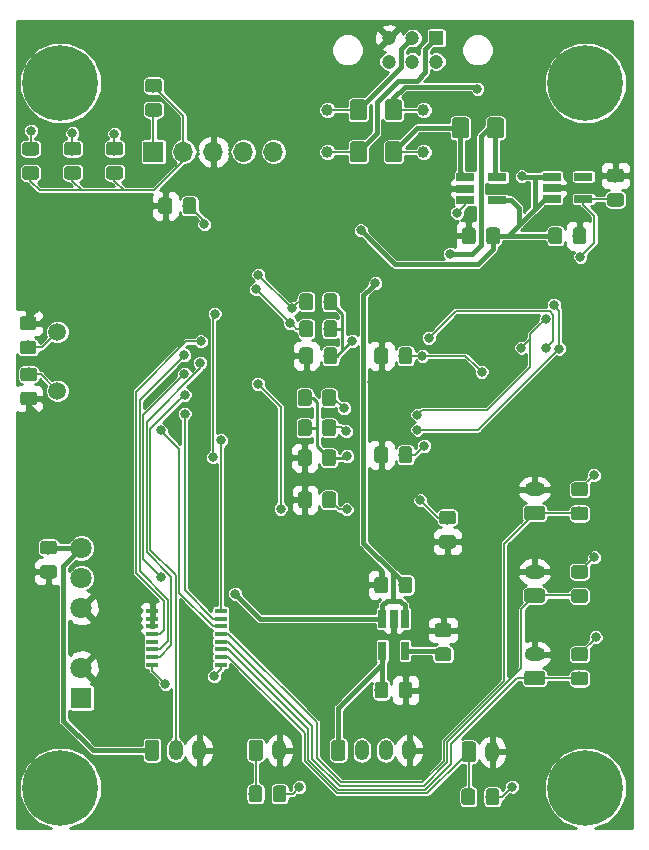
<source format=gbl>
G04 #@! TF.GenerationSoftware,KiCad,Pcbnew,(5.0.0-3-g5ebb6b6)*
G04 #@! TF.CreationDate,2018-11-15T12:51:39-05:00*
G04 #@! TF.ProjectId,sensors,73656E736F72732E6B696361645F7063,rev?*
G04 #@! TF.SameCoordinates,Original*
G04 #@! TF.FileFunction,Copper,L2,Bot,Signal*
G04 #@! TF.FilePolarity,Positive*
%FSLAX46Y46*%
G04 Gerber Fmt 4.6, Leading zero omitted, Abs format (unit mm)*
G04 Created by KiCad (PCBNEW (5.0.0-3-g5ebb6b6)) date Thursday, November 15, 2018 at 12:51:39 PM*
%MOMM*%
%LPD*%
G01*
G04 APERTURE LIST*
G04 #@! TA.AperFunction,SMDPad,CuDef*
%ADD10R,1.560000X0.650000*%
G04 #@! TD*
G04 #@! TA.AperFunction,SMDPad,CuDef*
%ADD11R,0.650000X1.560000*%
G04 #@! TD*
G04 #@! TA.AperFunction,Conductor*
%ADD12C,0.100000*%
G04 #@! TD*
G04 #@! TA.AperFunction,SMDPad,CuDef*
%ADD13C,1.150000*%
G04 #@! TD*
G04 #@! TA.AperFunction,SMDPad,CuDef*
%ADD14R,1.000000X0.400000*%
G04 #@! TD*
G04 #@! TA.AperFunction,ComponentPad*
%ADD15C,1.000000*%
G04 #@! TD*
G04 #@! TA.AperFunction,SMDPad,CuDef*
%ADD16C,1.425000*%
G04 #@! TD*
G04 #@! TA.AperFunction,ComponentPad*
%ADD17C,1.200000*%
G04 #@! TD*
G04 #@! TA.AperFunction,ComponentPad*
%ADD18O,1.200000X1.750000*%
G04 #@! TD*
G04 #@! TA.AperFunction,ComponentPad*
%ADD19O,1.750000X1.200000*%
G04 #@! TD*
G04 #@! TA.AperFunction,ComponentPad*
%ADD20R,1.700000X1.700000*%
G04 #@! TD*
G04 #@! TA.AperFunction,ComponentPad*
%ADD21O,1.700000X1.700000*%
G04 #@! TD*
G04 #@! TA.AperFunction,ComponentPad*
%ADD22C,1.500000*%
G04 #@! TD*
G04 #@! TA.AperFunction,ComponentPad*
%ADD23R,1.800000X1.800000*%
G04 #@! TD*
G04 #@! TA.AperFunction,ComponentPad*
%ADD24C,1.800000*%
G04 #@! TD*
G04 #@! TA.AperFunction,ComponentPad*
%ADD25R,1.200000X1.200000*%
G04 #@! TD*
G04 #@! TA.AperFunction,ComponentPad*
%ADD26C,6.400000*%
G04 #@! TD*
G04 #@! TA.AperFunction,ViaPad*
%ADD27C,0.800000*%
G04 #@! TD*
G04 #@! TA.AperFunction,Conductor*
%ADD28C,0.152400*%
G04 #@! TD*
G04 #@! TA.AperFunction,Conductor*
%ADD29C,0.381000*%
G04 #@! TD*
G04 #@! TA.AperFunction,Conductor*
%ADD30C,0.250000*%
G04 #@! TD*
G04 #@! TA.AperFunction,Conductor*
%ADD31C,0.254000*%
G04 #@! TD*
G04 APERTURE END LIST*
D10*
G04 #@! TO.P,U8,5*
G04 #@! TO.N,+1V8*
X180166000Y-61910000D03*
G04 #@! TO.P,U8,4*
G04 #@! TO.N,Net-(U8-Pad4)*
X180166000Y-60010000D03*
G04 #@! TO.P,U8,3*
G04 #@! TO.N,+5V*
X177466000Y-60010000D03*
G04 #@! TO.P,U8,2*
G04 #@! TO.N,GND*
X177466000Y-60960000D03*
G04 #@! TO.P,U8,1*
G04 #@! TO.N,+5V*
X177466000Y-61910000D03*
G04 #@! TD*
D11*
G04 #@! TO.P,U3,1*
G04 #@! TO.N,+12V*
X163142000Y-97442000D03*
G04 #@! TO.P,U3,2*
G04 #@! TO.N,GND*
X164092000Y-97442000D03*
G04 #@! TO.P,U3,3*
G04 #@! TO.N,+12V*
X165042000Y-97442000D03*
G04 #@! TO.P,U3,4*
G04 #@! TO.N,Net-(C5-Pad1)*
X165042000Y-100142000D03*
G04 #@! TO.P,U3,5*
G04 #@! TO.N,+10V*
X163142000Y-100142000D03*
G04 #@! TD*
D12*
G04 #@! TO.N,+1V8*
G04 #@! TO.C,C28*
G36*
X165449505Y-82867204D02*
X165473773Y-82870804D01*
X165497572Y-82876765D01*
X165520671Y-82885030D01*
X165542850Y-82895520D01*
X165563893Y-82908132D01*
X165583599Y-82922747D01*
X165601777Y-82939223D01*
X165618253Y-82957401D01*
X165632868Y-82977107D01*
X165645480Y-82998150D01*
X165655970Y-83020329D01*
X165664235Y-83043428D01*
X165670196Y-83067227D01*
X165673796Y-83091495D01*
X165675000Y-83115999D01*
X165675000Y-84016001D01*
X165673796Y-84040505D01*
X165670196Y-84064773D01*
X165664235Y-84088572D01*
X165655970Y-84111671D01*
X165645480Y-84133850D01*
X165632868Y-84154893D01*
X165618253Y-84174599D01*
X165601777Y-84192777D01*
X165583599Y-84209253D01*
X165563893Y-84223868D01*
X165542850Y-84236480D01*
X165520671Y-84246970D01*
X165497572Y-84255235D01*
X165473773Y-84261196D01*
X165449505Y-84264796D01*
X165425001Y-84266000D01*
X164774999Y-84266000D01*
X164750495Y-84264796D01*
X164726227Y-84261196D01*
X164702428Y-84255235D01*
X164679329Y-84246970D01*
X164657150Y-84236480D01*
X164636107Y-84223868D01*
X164616401Y-84209253D01*
X164598223Y-84192777D01*
X164581747Y-84174599D01*
X164567132Y-84154893D01*
X164554520Y-84133850D01*
X164544030Y-84111671D01*
X164535765Y-84088572D01*
X164529804Y-84064773D01*
X164526204Y-84040505D01*
X164525000Y-84016001D01*
X164525000Y-83115999D01*
X164526204Y-83091495D01*
X164529804Y-83067227D01*
X164535765Y-83043428D01*
X164544030Y-83020329D01*
X164554520Y-82998150D01*
X164567132Y-82977107D01*
X164581747Y-82957401D01*
X164598223Y-82939223D01*
X164616401Y-82922747D01*
X164636107Y-82908132D01*
X164657150Y-82895520D01*
X164679329Y-82885030D01*
X164702428Y-82876765D01*
X164726227Y-82870804D01*
X164750495Y-82867204D01*
X164774999Y-82866000D01*
X165425001Y-82866000D01*
X165449505Y-82867204D01*
X165449505Y-82867204D01*
G37*
D13*
G04 #@! TD*
G04 #@! TO.P,C28,2*
G04 #@! TO.N,+1V8*
X165100000Y-83566000D03*
D12*
G04 #@! TO.N,GND*
G04 #@! TO.C,C28*
G36*
X163399505Y-82867204D02*
X163423773Y-82870804D01*
X163447572Y-82876765D01*
X163470671Y-82885030D01*
X163492850Y-82895520D01*
X163513893Y-82908132D01*
X163533599Y-82922747D01*
X163551777Y-82939223D01*
X163568253Y-82957401D01*
X163582868Y-82977107D01*
X163595480Y-82998150D01*
X163605970Y-83020329D01*
X163614235Y-83043428D01*
X163620196Y-83067227D01*
X163623796Y-83091495D01*
X163625000Y-83115999D01*
X163625000Y-84016001D01*
X163623796Y-84040505D01*
X163620196Y-84064773D01*
X163614235Y-84088572D01*
X163605970Y-84111671D01*
X163595480Y-84133850D01*
X163582868Y-84154893D01*
X163568253Y-84174599D01*
X163551777Y-84192777D01*
X163533599Y-84209253D01*
X163513893Y-84223868D01*
X163492850Y-84236480D01*
X163470671Y-84246970D01*
X163447572Y-84255235D01*
X163423773Y-84261196D01*
X163399505Y-84264796D01*
X163375001Y-84266000D01*
X162724999Y-84266000D01*
X162700495Y-84264796D01*
X162676227Y-84261196D01*
X162652428Y-84255235D01*
X162629329Y-84246970D01*
X162607150Y-84236480D01*
X162586107Y-84223868D01*
X162566401Y-84209253D01*
X162548223Y-84192777D01*
X162531747Y-84174599D01*
X162517132Y-84154893D01*
X162504520Y-84133850D01*
X162494030Y-84111671D01*
X162485765Y-84088572D01*
X162479804Y-84064773D01*
X162476204Y-84040505D01*
X162475000Y-84016001D01*
X162475000Y-83115999D01*
X162476204Y-83091495D01*
X162479804Y-83067227D01*
X162485765Y-83043428D01*
X162494030Y-83020329D01*
X162504520Y-82998150D01*
X162517132Y-82977107D01*
X162531747Y-82957401D01*
X162548223Y-82939223D01*
X162566401Y-82922747D01*
X162586107Y-82908132D01*
X162607150Y-82895520D01*
X162629329Y-82885030D01*
X162652428Y-82876765D01*
X162676227Y-82870804D01*
X162700495Y-82867204D01*
X162724999Y-82866000D01*
X163375001Y-82866000D01*
X163399505Y-82867204D01*
X163399505Y-82867204D01*
G37*
D13*
G04 #@! TD*
G04 #@! TO.P,C28,1*
G04 #@! TO.N,GND*
X163050000Y-83566000D03*
D14*
G04 #@! TO.P,U12,16*
G04 #@! TO.N,+3V3*
X149458000Y-101335000D03*
G04 #@! TO.P,U12,15*
G04 #@! TO.N,/Analog Sensor Suite/THERM_0*
X149458000Y-100685000D03*
G04 #@! TO.P,U12,14*
G04 #@! TO.N,/Analog Sensor Suite/THERM_1*
X149458000Y-100035000D03*
G04 #@! TO.P,U12,13*
G04 #@! TO.N,/Analog Sensor Suite/THERM_2*
X149458000Y-99385000D03*
G04 #@! TO.P,U12,12*
G04 #@! TO.N,/Analog Sensor Suite/THERM_3*
X149458000Y-98735000D03*
G04 #@! TO.P,U12,11*
G04 #@! TO.N,/Analog Sensor Suite/MUX_S0*
X149458000Y-98085000D03*
G04 #@! TO.P,U12,10*
G04 #@! TO.N,/Analog Sensor Suite/MUX_S1*
X149458000Y-97435000D03*
G04 #@! TO.P,U12,9*
G04 #@! TO.N,/Analog Sensor Suite/MUX_S2*
X149458000Y-96785000D03*
G04 #@! TO.P,U12,8*
G04 #@! TO.N,GND*
X143658000Y-96785000D03*
G04 #@! TO.P,U12,7*
X143658000Y-97435000D03*
G04 #@! TO.P,U12,6*
X143658000Y-98085000D03*
G04 #@! TO.P,U12,5*
G04 #@! TO.N,/Analog Sensor Suite/CURR_AMP_12V*
X143658000Y-98735000D03*
G04 #@! TO.P,U12,4*
G04 #@! TO.N,Net-(U12-Pad4)*
X143658000Y-99385000D03*
G04 #@! TO.P,U12,3*
G04 #@! TO.N,/MCU/ANALOG_MUX*
X143658000Y-100035000D03*
G04 #@! TO.P,U12,2*
G04 #@! TO.N,/Analog Sensor Suite/CURR_AMP_5V*
X143658000Y-100685000D03*
G04 #@! TO.P,U12,1*
G04 #@! TO.N,/Analog Sensor Suite/RTD*
X143658000Y-101335000D03*
G04 #@! TD*
D15*
G04 #@! TO.P,TP4,1*
G04 #@! TO.N,Net-(F2-Pad1)*
X166624000Y-54356000D03*
G04 #@! TD*
G04 #@! TO.P,TP3,1*
G04 #@! TO.N,Net-(F2-Pad2)*
X158496000Y-54356000D03*
G04 #@! TD*
G04 #@! TO.P,TP2,1*
G04 #@! TO.N,Net-(F1-Pad1)*
X166624000Y-57912000D03*
G04 #@! TD*
G04 #@! TO.P,TP1,1*
G04 #@! TO.N,Net-(F1-Pad2)*
X158496000Y-57912000D03*
G04 #@! TD*
D12*
G04 #@! TO.N,Net-(F1-Pad1)*
G04 #@! TO.C,R1*
G36*
X170232004Y-55006204D02*
X170256273Y-55009804D01*
X170280071Y-55015765D01*
X170303171Y-55024030D01*
X170325349Y-55034520D01*
X170346393Y-55047133D01*
X170366098Y-55061747D01*
X170384277Y-55078223D01*
X170400753Y-55096402D01*
X170415367Y-55116107D01*
X170427980Y-55137151D01*
X170438470Y-55159329D01*
X170446735Y-55182429D01*
X170452696Y-55206227D01*
X170456296Y-55230496D01*
X170457500Y-55255000D01*
X170457500Y-56505000D01*
X170456296Y-56529504D01*
X170452696Y-56553773D01*
X170446735Y-56577571D01*
X170438470Y-56600671D01*
X170427980Y-56622849D01*
X170415367Y-56643893D01*
X170400753Y-56663598D01*
X170384277Y-56681777D01*
X170366098Y-56698253D01*
X170346393Y-56712867D01*
X170325349Y-56725480D01*
X170303171Y-56735970D01*
X170280071Y-56744235D01*
X170256273Y-56750196D01*
X170232004Y-56753796D01*
X170207500Y-56755000D01*
X169282500Y-56755000D01*
X169257996Y-56753796D01*
X169233727Y-56750196D01*
X169209929Y-56744235D01*
X169186829Y-56735970D01*
X169164651Y-56725480D01*
X169143607Y-56712867D01*
X169123902Y-56698253D01*
X169105723Y-56681777D01*
X169089247Y-56663598D01*
X169074633Y-56643893D01*
X169062020Y-56622849D01*
X169051530Y-56600671D01*
X169043265Y-56577571D01*
X169037304Y-56553773D01*
X169033704Y-56529504D01*
X169032500Y-56505000D01*
X169032500Y-55255000D01*
X169033704Y-55230496D01*
X169037304Y-55206227D01*
X169043265Y-55182429D01*
X169051530Y-55159329D01*
X169062020Y-55137151D01*
X169074633Y-55116107D01*
X169089247Y-55096402D01*
X169105723Y-55078223D01*
X169123902Y-55061747D01*
X169143607Y-55047133D01*
X169164651Y-55034520D01*
X169186829Y-55024030D01*
X169209929Y-55015765D01*
X169233727Y-55009804D01*
X169257996Y-55006204D01*
X169282500Y-55005000D01*
X170207500Y-55005000D01*
X170232004Y-55006204D01*
X170232004Y-55006204D01*
G37*
D16*
G04 #@! TD*
G04 #@! TO.P,R1,2*
G04 #@! TO.N,Net-(F1-Pad1)*
X169745000Y-55880000D03*
D12*
G04 #@! TO.N,+12V*
G04 #@! TO.C,R1*
G36*
X173207004Y-55006204D02*
X173231273Y-55009804D01*
X173255071Y-55015765D01*
X173278171Y-55024030D01*
X173300349Y-55034520D01*
X173321393Y-55047133D01*
X173341098Y-55061747D01*
X173359277Y-55078223D01*
X173375753Y-55096402D01*
X173390367Y-55116107D01*
X173402980Y-55137151D01*
X173413470Y-55159329D01*
X173421735Y-55182429D01*
X173427696Y-55206227D01*
X173431296Y-55230496D01*
X173432500Y-55255000D01*
X173432500Y-56505000D01*
X173431296Y-56529504D01*
X173427696Y-56553773D01*
X173421735Y-56577571D01*
X173413470Y-56600671D01*
X173402980Y-56622849D01*
X173390367Y-56643893D01*
X173375753Y-56663598D01*
X173359277Y-56681777D01*
X173341098Y-56698253D01*
X173321393Y-56712867D01*
X173300349Y-56725480D01*
X173278171Y-56735970D01*
X173255071Y-56744235D01*
X173231273Y-56750196D01*
X173207004Y-56753796D01*
X173182500Y-56755000D01*
X172257500Y-56755000D01*
X172232996Y-56753796D01*
X172208727Y-56750196D01*
X172184929Y-56744235D01*
X172161829Y-56735970D01*
X172139651Y-56725480D01*
X172118607Y-56712867D01*
X172098902Y-56698253D01*
X172080723Y-56681777D01*
X172064247Y-56663598D01*
X172049633Y-56643893D01*
X172037020Y-56622849D01*
X172026530Y-56600671D01*
X172018265Y-56577571D01*
X172012304Y-56553773D01*
X172008704Y-56529504D01*
X172007500Y-56505000D01*
X172007500Y-55255000D01*
X172008704Y-55230496D01*
X172012304Y-55206227D01*
X172018265Y-55182429D01*
X172026530Y-55159329D01*
X172037020Y-55137151D01*
X172049633Y-55116107D01*
X172064247Y-55096402D01*
X172080723Y-55078223D01*
X172098902Y-55061747D01*
X172118607Y-55047133D01*
X172139651Y-55034520D01*
X172161829Y-55024030D01*
X172184929Y-55015765D01*
X172208727Y-55009804D01*
X172232996Y-55006204D01*
X172257500Y-55005000D01*
X173182500Y-55005000D01*
X173207004Y-55006204D01*
X173207004Y-55006204D01*
G37*
D16*
G04 #@! TD*
G04 #@! TO.P,R1,1*
G04 #@! TO.N,+12V*
X172720000Y-55880000D03*
D12*
G04 #@! TO.N,+15V*
G04 #@! TO.C,C1*
G36*
X135348505Y-90848204D02*
X135372773Y-90851804D01*
X135396572Y-90857765D01*
X135419671Y-90866030D01*
X135441850Y-90876520D01*
X135462893Y-90889132D01*
X135482599Y-90903747D01*
X135500777Y-90920223D01*
X135517253Y-90938401D01*
X135531868Y-90958107D01*
X135544480Y-90979150D01*
X135554970Y-91001329D01*
X135563235Y-91024428D01*
X135569196Y-91048227D01*
X135572796Y-91072495D01*
X135574000Y-91096999D01*
X135574000Y-91747001D01*
X135572796Y-91771505D01*
X135569196Y-91795773D01*
X135563235Y-91819572D01*
X135554970Y-91842671D01*
X135544480Y-91864850D01*
X135531868Y-91885893D01*
X135517253Y-91905599D01*
X135500777Y-91923777D01*
X135482599Y-91940253D01*
X135462893Y-91954868D01*
X135441850Y-91967480D01*
X135419671Y-91977970D01*
X135396572Y-91986235D01*
X135372773Y-91992196D01*
X135348505Y-91995796D01*
X135324001Y-91997000D01*
X134423999Y-91997000D01*
X134399495Y-91995796D01*
X134375227Y-91992196D01*
X134351428Y-91986235D01*
X134328329Y-91977970D01*
X134306150Y-91967480D01*
X134285107Y-91954868D01*
X134265401Y-91940253D01*
X134247223Y-91923777D01*
X134230747Y-91905599D01*
X134216132Y-91885893D01*
X134203520Y-91864850D01*
X134193030Y-91842671D01*
X134184765Y-91819572D01*
X134178804Y-91795773D01*
X134175204Y-91771505D01*
X134174000Y-91747001D01*
X134174000Y-91096999D01*
X134175204Y-91072495D01*
X134178804Y-91048227D01*
X134184765Y-91024428D01*
X134193030Y-91001329D01*
X134203520Y-90979150D01*
X134216132Y-90958107D01*
X134230747Y-90938401D01*
X134247223Y-90920223D01*
X134265401Y-90903747D01*
X134285107Y-90889132D01*
X134306150Y-90876520D01*
X134328329Y-90866030D01*
X134351428Y-90857765D01*
X134375227Y-90851804D01*
X134399495Y-90848204D01*
X134423999Y-90847000D01*
X135324001Y-90847000D01*
X135348505Y-90848204D01*
X135348505Y-90848204D01*
G37*
D13*
G04 #@! TD*
G04 #@! TO.P,C1,1*
G04 #@! TO.N,+15V*
X134874000Y-91422000D03*
D12*
G04 #@! TO.N,GND*
G04 #@! TO.C,C1*
G36*
X135348505Y-92898204D02*
X135372773Y-92901804D01*
X135396572Y-92907765D01*
X135419671Y-92916030D01*
X135441850Y-92926520D01*
X135462893Y-92939132D01*
X135482599Y-92953747D01*
X135500777Y-92970223D01*
X135517253Y-92988401D01*
X135531868Y-93008107D01*
X135544480Y-93029150D01*
X135554970Y-93051329D01*
X135563235Y-93074428D01*
X135569196Y-93098227D01*
X135572796Y-93122495D01*
X135574000Y-93146999D01*
X135574000Y-93797001D01*
X135572796Y-93821505D01*
X135569196Y-93845773D01*
X135563235Y-93869572D01*
X135554970Y-93892671D01*
X135544480Y-93914850D01*
X135531868Y-93935893D01*
X135517253Y-93955599D01*
X135500777Y-93973777D01*
X135482599Y-93990253D01*
X135462893Y-94004868D01*
X135441850Y-94017480D01*
X135419671Y-94027970D01*
X135396572Y-94036235D01*
X135372773Y-94042196D01*
X135348505Y-94045796D01*
X135324001Y-94047000D01*
X134423999Y-94047000D01*
X134399495Y-94045796D01*
X134375227Y-94042196D01*
X134351428Y-94036235D01*
X134328329Y-94027970D01*
X134306150Y-94017480D01*
X134285107Y-94004868D01*
X134265401Y-93990253D01*
X134247223Y-93973777D01*
X134230747Y-93955599D01*
X134216132Y-93935893D01*
X134203520Y-93914850D01*
X134193030Y-93892671D01*
X134184765Y-93869572D01*
X134178804Y-93845773D01*
X134175204Y-93821505D01*
X134174000Y-93797001D01*
X134174000Y-93146999D01*
X134175204Y-93122495D01*
X134178804Y-93098227D01*
X134184765Y-93074428D01*
X134193030Y-93051329D01*
X134203520Y-93029150D01*
X134216132Y-93008107D01*
X134230747Y-92988401D01*
X134247223Y-92970223D01*
X134265401Y-92953747D01*
X134285107Y-92939132D01*
X134306150Y-92926520D01*
X134328329Y-92916030D01*
X134351428Y-92907765D01*
X134375227Y-92901804D01*
X134399495Y-92898204D01*
X134423999Y-92897000D01*
X135324001Y-92897000D01*
X135348505Y-92898204D01*
X135348505Y-92898204D01*
G37*
D13*
G04 #@! TD*
G04 #@! TO.P,C1,2*
G04 #@! TO.N,GND*
X134874000Y-93472000D03*
D12*
G04 #@! TO.N,+5V*
G04 #@! TO.C,C2*
G36*
X172866305Y-64325204D02*
X172890573Y-64328804D01*
X172914372Y-64334765D01*
X172937471Y-64343030D01*
X172959650Y-64353520D01*
X172980693Y-64366132D01*
X173000399Y-64380747D01*
X173018577Y-64397223D01*
X173035053Y-64415401D01*
X173049668Y-64435107D01*
X173062280Y-64456150D01*
X173072770Y-64478329D01*
X173081035Y-64501428D01*
X173086996Y-64525227D01*
X173090596Y-64549495D01*
X173091800Y-64573999D01*
X173091800Y-65474001D01*
X173090596Y-65498505D01*
X173086996Y-65522773D01*
X173081035Y-65546572D01*
X173072770Y-65569671D01*
X173062280Y-65591850D01*
X173049668Y-65612893D01*
X173035053Y-65632599D01*
X173018577Y-65650777D01*
X173000399Y-65667253D01*
X172980693Y-65681868D01*
X172959650Y-65694480D01*
X172937471Y-65704970D01*
X172914372Y-65713235D01*
X172890573Y-65719196D01*
X172866305Y-65722796D01*
X172841801Y-65724000D01*
X172191799Y-65724000D01*
X172167295Y-65722796D01*
X172143027Y-65719196D01*
X172119228Y-65713235D01*
X172096129Y-65704970D01*
X172073950Y-65694480D01*
X172052907Y-65681868D01*
X172033201Y-65667253D01*
X172015023Y-65650777D01*
X171998547Y-65632599D01*
X171983932Y-65612893D01*
X171971320Y-65591850D01*
X171960830Y-65569671D01*
X171952565Y-65546572D01*
X171946604Y-65522773D01*
X171943004Y-65498505D01*
X171941800Y-65474001D01*
X171941800Y-64573999D01*
X171943004Y-64549495D01*
X171946604Y-64525227D01*
X171952565Y-64501428D01*
X171960830Y-64478329D01*
X171971320Y-64456150D01*
X171983932Y-64435107D01*
X171998547Y-64415401D01*
X172015023Y-64397223D01*
X172033201Y-64380747D01*
X172052907Y-64366132D01*
X172073950Y-64353520D01*
X172096129Y-64343030D01*
X172119228Y-64334765D01*
X172143027Y-64328804D01*
X172167295Y-64325204D01*
X172191799Y-64324000D01*
X172841801Y-64324000D01*
X172866305Y-64325204D01*
X172866305Y-64325204D01*
G37*
D13*
G04 #@! TD*
G04 #@! TO.P,C2,2*
G04 #@! TO.N,+5V*
X172516800Y-65024000D03*
D12*
G04 #@! TO.N,GND*
G04 #@! TO.C,C2*
G36*
X170816305Y-64325204D02*
X170840573Y-64328804D01*
X170864372Y-64334765D01*
X170887471Y-64343030D01*
X170909650Y-64353520D01*
X170930693Y-64366132D01*
X170950399Y-64380747D01*
X170968577Y-64397223D01*
X170985053Y-64415401D01*
X170999668Y-64435107D01*
X171012280Y-64456150D01*
X171022770Y-64478329D01*
X171031035Y-64501428D01*
X171036996Y-64525227D01*
X171040596Y-64549495D01*
X171041800Y-64573999D01*
X171041800Y-65474001D01*
X171040596Y-65498505D01*
X171036996Y-65522773D01*
X171031035Y-65546572D01*
X171022770Y-65569671D01*
X171012280Y-65591850D01*
X170999668Y-65612893D01*
X170985053Y-65632599D01*
X170968577Y-65650777D01*
X170950399Y-65667253D01*
X170930693Y-65681868D01*
X170909650Y-65694480D01*
X170887471Y-65704970D01*
X170864372Y-65713235D01*
X170840573Y-65719196D01*
X170816305Y-65722796D01*
X170791801Y-65724000D01*
X170141799Y-65724000D01*
X170117295Y-65722796D01*
X170093027Y-65719196D01*
X170069228Y-65713235D01*
X170046129Y-65704970D01*
X170023950Y-65694480D01*
X170002907Y-65681868D01*
X169983201Y-65667253D01*
X169965023Y-65650777D01*
X169948547Y-65632599D01*
X169933932Y-65612893D01*
X169921320Y-65591850D01*
X169910830Y-65569671D01*
X169902565Y-65546572D01*
X169896604Y-65522773D01*
X169893004Y-65498505D01*
X169891800Y-65474001D01*
X169891800Y-64573999D01*
X169893004Y-64549495D01*
X169896604Y-64525227D01*
X169902565Y-64501428D01*
X169910830Y-64478329D01*
X169921320Y-64456150D01*
X169933932Y-64435107D01*
X169948547Y-64415401D01*
X169965023Y-64397223D01*
X169983201Y-64380747D01*
X170002907Y-64366132D01*
X170023950Y-64353520D01*
X170046129Y-64343030D01*
X170069228Y-64334765D01*
X170093027Y-64328804D01*
X170117295Y-64325204D01*
X170141799Y-64324000D01*
X170791801Y-64324000D01*
X170816305Y-64325204D01*
X170816305Y-64325204D01*
G37*
D13*
G04 #@! TD*
G04 #@! TO.P,C2,1*
G04 #@! TO.N,GND*
X170466800Y-65024000D03*
D12*
G04 #@! TO.N,+12V*
G04 #@! TO.C,C3*
G36*
X165449505Y-93890804D02*
X165473773Y-93894404D01*
X165497572Y-93900365D01*
X165520671Y-93908630D01*
X165542850Y-93919120D01*
X165563893Y-93931732D01*
X165583599Y-93946347D01*
X165601777Y-93962823D01*
X165618253Y-93981001D01*
X165632868Y-94000707D01*
X165645480Y-94021750D01*
X165655970Y-94043929D01*
X165664235Y-94067028D01*
X165670196Y-94090827D01*
X165673796Y-94115095D01*
X165675000Y-94139599D01*
X165675000Y-95039601D01*
X165673796Y-95064105D01*
X165670196Y-95088373D01*
X165664235Y-95112172D01*
X165655970Y-95135271D01*
X165645480Y-95157450D01*
X165632868Y-95178493D01*
X165618253Y-95198199D01*
X165601777Y-95216377D01*
X165583599Y-95232853D01*
X165563893Y-95247468D01*
X165542850Y-95260080D01*
X165520671Y-95270570D01*
X165497572Y-95278835D01*
X165473773Y-95284796D01*
X165449505Y-95288396D01*
X165425001Y-95289600D01*
X164774999Y-95289600D01*
X164750495Y-95288396D01*
X164726227Y-95284796D01*
X164702428Y-95278835D01*
X164679329Y-95270570D01*
X164657150Y-95260080D01*
X164636107Y-95247468D01*
X164616401Y-95232853D01*
X164598223Y-95216377D01*
X164581747Y-95198199D01*
X164567132Y-95178493D01*
X164554520Y-95157450D01*
X164544030Y-95135271D01*
X164535765Y-95112172D01*
X164529804Y-95088373D01*
X164526204Y-95064105D01*
X164525000Y-95039601D01*
X164525000Y-94139599D01*
X164526204Y-94115095D01*
X164529804Y-94090827D01*
X164535765Y-94067028D01*
X164544030Y-94043929D01*
X164554520Y-94021750D01*
X164567132Y-94000707D01*
X164581747Y-93981001D01*
X164598223Y-93962823D01*
X164616401Y-93946347D01*
X164636107Y-93931732D01*
X164657150Y-93919120D01*
X164679329Y-93908630D01*
X164702428Y-93900365D01*
X164726227Y-93894404D01*
X164750495Y-93890804D01*
X164774999Y-93889600D01*
X165425001Y-93889600D01*
X165449505Y-93890804D01*
X165449505Y-93890804D01*
G37*
D13*
G04 #@! TD*
G04 #@! TO.P,C3,1*
G04 #@! TO.N,+12V*
X165100000Y-94589600D03*
D12*
G04 #@! TO.N,GND*
G04 #@! TO.C,C3*
G36*
X163399505Y-93890804D02*
X163423773Y-93894404D01*
X163447572Y-93900365D01*
X163470671Y-93908630D01*
X163492850Y-93919120D01*
X163513893Y-93931732D01*
X163533599Y-93946347D01*
X163551777Y-93962823D01*
X163568253Y-93981001D01*
X163582868Y-94000707D01*
X163595480Y-94021750D01*
X163605970Y-94043929D01*
X163614235Y-94067028D01*
X163620196Y-94090827D01*
X163623796Y-94115095D01*
X163625000Y-94139599D01*
X163625000Y-95039601D01*
X163623796Y-95064105D01*
X163620196Y-95088373D01*
X163614235Y-95112172D01*
X163605970Y-95135271D01*
X163595480Y-95157450D01*
X163582868Y-95178493D01*
X163568253Y-95198199D01*
X163551777Y-95216377D01*
X163533599Y-95232853D01*
X163513893Y-95247468D01*
X163492850Y-95260080D01*
X163470671Y-95270570D01*
X163447572Y-95278835D01*
X163423773Y-95284796D01*
X163399505Y-95288396D01*
X163375001Y-95289600D01*
X162724999Y-95289600D01*
X162700495Y-95288396D01*
X162676227Y-95284796D01*
X162652428Y-95278835D01*
X162629329Y-95270570D01*
X162607150Y-95260080D01*
X162586107Y-95247468D01*
X162566401Y-95232853D01*
X162548223Y-95216377D01*
X162531747Y-95198199D01*
X162517132Y-95178493D01*
X162504520Y-95157450D01*
X162494030Y-95135271D01*
X162485765Y-95112172D01*
X162479804Y-95088373D01*
X162476204Y-95064105D01*
X162475000Y-95039601D01*
X162475000Y-94139599D01*
X162476204Y-94115095D01*
X162479804Y-94090827D01*
X162485765Y-94067028D01*
X162494030Y-94043929D01*
X162504520Y-94021750D01*
X162517132Y-94000707D01*
X162531747Y-93981001D01*
X162548223Y-93962823D01*
X162566401Y-93946347D01*
X162586107Y-93931732D01*
X162607150Y-93919120D01*
X162629329Y-93908630D01*
X162652428Y-93900365D01*
X162676227Y-93894404D01*
X162700495Y-93890804D01*
X162724999Y-93889600D01*
X163375001Y-93889600D01*
X163399505Y-93890804D01*
X163399505Y-93890804D01*
G37*
D13*
G04 #@! TD*
G04 #@! TO.P,C3,2*
G04 #@! TO.N,GND*
X163050000Y-94589600D03*
D12*
G04 #@! TO.N,GND*
G04 #@! TO.C,C4*
G36*
X165457505Y-102792204D02*
X165481773Y-102795804D01*
X165505572Y-102801765D01*
X165528671Y-102810030D01*
X165550850Y-102820520D01*
X165571893Y-102833132D01*
X165591599Y-102847747D01*
X165609777Y-102864223D01*
X165626253Y-102882401D01*
X165640868Y-102902107D01*
X165653480Y-102923150D01*
X165663970Y-102945329D01*
X165672235Y-102968428D01*
X165678196Y-102992227D01*
X165681796Y-103016495D01*
X165683000Y-103040999D01*
X165683000Y-103941001D01*
X165681796Y-103965505D01*
X165678196Y-103989773D01*
X165672235Y-104013572D01*
X165663970Y-104036671D01*
X165653480Y-104058850D01*
X165640868Y-104079893D01*
X165626253Y-104099599D01*
X165609777Y-104117777D01*
X165591599Y-104134253D01*
X165571893Y-104148868D01*
X165550850Y-104161480D01*
X165528671Y-104171970D01*
X165505572Y-104180235D01*
X165481773Y-104186196D01*
X165457505Y-104189796D01*
X165433001Y-104191000D01*
X164782999Y-104191000D01*
X164758495Y-104189796D01*
X164734227Y-104186196D01*
X164710428Y-104180235D01*
X164687329Y-104171970D01*
X164665150Y-104161480D01*
X164644107Y-104148868D01*
X164624401Y-104134253D01*
X164606223Y-104117777D01*
X164589747Y-104099599D01*
X164575132Y-104079893D01*
X164562520Y-104058850D01*
X164552030Y-104036671D01*
X164543765Y-104013572D01*
X164537804Y-103989773D01*
X164534204Y-103965505D01*
X164533000Y-103941001D01*
X164533000Y-103040999D01*
X164534204Y-103016495D01*
X164537804Y-102992227D01*
X164543765Y-102968428D01*
X164552030Y-102945329D01*
X164562520Y-102923150D01*
X164575132Y-102902107D01*
X164589747Y-102882401D01*
X164606223Y-102864223D01*
X164624401Y-102847747D01*
X164644107Y-102833132D01*
X164665150Y-102820520D01*
X164687329Y-102810030D01*
X164710428Y-102801765D01*
X164734227Y-102795804D01*
X164758495Y-102792204D01*
X164782999Y-102791000D01*
X165433001Y-102791000D01*
X165457505Y-102792204D01*
X165457505Y-102792204D01*
G37*
D13*
G04 #@! TD*
G04 #@! TO.P,C4,2*
G04 #@! TO.N,GND*
X165108000Y-103491000D03*
D12*
G04 #@! TO.N,+10V*
G04 #@! TO.C,C4*
G36*
X163407505Y-102792204D02*
X163431773Y-102795804D01*
X163455572Y-102801765D01*
X163478671Y-102810030D01*
X163500850Y-102820520D01*
X163521893Y-102833132D01*
X163541599Y-102847747D01*
X163559777Y-102864223D01*
X163576253Y-102882401D01*
X163590868Y-102902107D01*
X163603480Y-102923150D01*
X163613970Y-102945329D01*
X163622235Y-102968428D01*
X163628196Y-102992227D01*
X163631796Y-103016495D01*
X163633000Y-103040999D01*
X163633000Y-103941001D01*
X163631796Y-103965505D01*
X163628196Y-103989773D01*
X163622235Y-104013572D01*
X163613970Y-104036671D01*
X163603480Y-104058850D01*
X163590868Y-104079893D01*
X163576253Y-104099599D01*
X163559777Y-104117777D01*
X163541599Y-104134253D01*
X163521893Y-104148868D01*
X163500850Y-104161480D01*
X163478671Y-104171970D01*
X163455572Y-104180235D01*
X163431773Y-104186196D01*
X163407505Y-104189796D01*
X163383001Y-104191000D01*
X162732999Y-104191000D01*
X162708495Y-104189796D01*
X162684227Y-104186196D01*
X162660428Y-104180235D01*
X162637329Y-104171970D01*
X162615150Y-104161480D01*
X162594107Y-104148868D01*
X162574401Y-104134253D01*
X162556223Y-104117777D01*
X162539747Y-104099599D01*
X162525132Y-104079893D01*
X162512520Y-104058850D01*
X162502030Y-104036671D01*
X162493765Y-104013572D01*
X162487804Y-103989773D01*
X162484204Y-103965505D01*
X162483000Y-103941001D01*
X162483000Y-103040999D01*
X162484204Y-103016495D01*
X162487804Y-102992227D01*
X162493765Y-102968428D01*
X162502030Y-102945329D01*
X162512520Y-102923150D01*
X162525132Y-102902107D01*
X162539747Y-102882401D01*
X162556223Y-102864223D01*
X162574401Y-102847747D01*
X162594107Y-102833132D01*
X162615150Y-102820520D01*
X162637329Y-102810030D01*
X162660428Y-102801765D01*
X162684227Y-102795804D01*
X162708495Y-102792204D01*
X162732999Y-102791000D01*
X163383001Y-102791000D01*
X163407505Y-102792204D01*
X163407505Y-102792204D01*
G37*
D13*
G04 #@! TD*
G04 #@! TO.P,C4,1*
G04 #@! TO.N,+10V*
X163058000Y-103491000D03*
D12*
G04 #@! TO.N,Net-(C5-Pad1)*
G04 #@! TO.C,C5*
G36*
X168757505Y-99887204D02*
X168781773Y-99890804D01*
X168805572Y-99896765D01*
X168828671Y-99905030D01*
X168850850Y-99915520D01*
X168871893Y-99928132D01*
X168891599Y-99942747D01*
X168909777Y-99959223D01*
X168926253Y-99977401D01*
X168940868Y-99997107D01*
X168953480Y-100018150D01*
X168963970Y-100040329D01*
X168972235Y-100063428D01*
X168978196Y-100087227D01*
X168981796Y-100111495D01*
X168983000Y-100135999D01*
X168983000Y-100786001D01*
X168981796Y-100810505D01*
X168978196Y-100834773D01*
X168972235Y-100858572D01*
X168963970Y-100881671D01*
X168953480Y-100903850D01*
X168940868Y-100924893D01*
X168926253Y-100944599D01*
X168909777Y-100962777D01*
X168891599Y-100979253D01*
X168871893Y-100993868D01*
X168850850Y-101006480D01*
X168828671Y-101016970D01*
X168805572Y-101025235D01*
X168781773Y-101031196D01*
X168757505Y-101034796D01*
X168733001Y-101036000D01*
X167832999Y-101036000D01*
X167808495Y-101034796D01*
X167784227Y-101031196D01*
X167760428Y-101025235D01*
X167737329Y-101016970D01*
X167715150Y-101006480D01*
X167694107Y-100993868D01*
X167674401Y-100979253D01*
X167656223Y-100962777D01*
X167639747Y-100944599D01*
X167625132Y-100924893D01*
X167612520Y-100903850D01*
X167602030Y-100881671D01*
X167593765Y-100858572D01*
X167587804Y-100834773D01*
X167584204Y-100810505D01*
X167583000Y-100786001D01*
X167583000Y-100135999D01*
X167584204Y-100111495D01*
X167587804Y-100087227D01*
X167593765Y-100063428D01*
X167602030Y-100040329D01*
X167612520Y-100018150D01*
X167625132Y-99997107D01*
X167639747Y-99977401D01*
X167656223Y-99959223D01*
X167674401Y-99942747D01*
X167694107Y-99928132D01*
X167715150Y-99915520D01*
X167737329Y-99905030D01*
X167760428Y-99896765D01*
X167784227Y-99890804D01*
X167808495Y-99887204D01*
X167832999Y-99886000D01*
X168733001Y-99886000D01*
X168757505Y-99887204D01*
X168757505Y-99887204D01*
G37*
D13*
G04 #@! TD*
G04 #@! TO.P,C5,1*
G04 #@! TO.N,Net-(C5-Pad1)*
X168283000Y-100461000D03*
D12*
G04 #@! TO.N,GND*
G04 #@! TO.C,C5*
G36*
X168757505Y-97837204D02*
X168781773Y-97840804D01*
X168805572Y-97846765D01*
X168828671Y-97855030D01*
X168850850Y-97865520D01*
X168871893Y-97878132D01*
X168891599Y-97892747D01*
X168909777Y-97909223D01*
X168926253Y-97927401D01*
X168940868Y-97947107D01*
X168953480Y-97968150D01*
X168963970Y-97990329D01*
X168972235Y-98013428D01*
X168978196Y-98037227D01*
X168981796Y-98061495D01*
X168983000Y-98085999D01*
X168983000Y-98736001D01*
X168981796Y-98760505D01*
X168978196Y-98784773D01*
X168972235Y-98808572D01*
X168963970Y-98831671D01*
X168953480Y-98853850D01*
X168940868Y-98874893D01*
X168926253Y-98894599D01*
X168909777Y-98912777D01*
X168891599Y-98929253D01*
X168871893Y-98943868D01*
X168850850Y-98956480D01*
X168828671Y-98966970D01*
X168805572Y-98975235D01*
X168781773Y-98981196D01*
X168757505Y-98984796D01*
X168733001Y-98986000D01*
X167832999Y-98986000D01*
X167808495Y-98984796D01*
X167784227Y-98981196D01*
X167760428Y-98975235D01*
X167737329Y-98966970D01*
X167715150Y-98956480D01*
X167694107Y-98943868D01*
X167674401Y-98929253D01*
X167656223Y-98912777D01*
X167639747Y-98894599D01*
X167625132Y-98874893D01*
X167612520Y-98853850D01*
X167602030Y-98831671D01*
X167593765Y-98808572D01*
X167587804Y-98784773D01*
X167584204Y-98760505D01*
X167583000Y-98736001D01*
X167583000Y-98085999D01*
X167584204Y-98061495D01*
X167587804Y-98037227D01*
X167593765Y-98013428D01*
X167602030Y-97990329D01*
X167612520Y-97968150D01*
X167625132Y-97947107D01*
X167639747Y-97927401D01*
X167656223Y-97909223D01*
X167674401Y-97892747D01*
X167694107Y-97878132D01*
X167715150Y-97865520D01*
X167737329Y-97855030D01*
X167760428Y-97846765D01*
X167784227Y-97840804D01*
X167808495Y-97837204D01*
X167832999Y-97836000D01*
X168733001Y-97836000D01*
X168757505Y-97837204D01*
X168757505Y-97837204D01*
G37*
D13*
G04 #@! TD*
G04 #@! TO.P,C5,2*
G04 #@! TO.N,GND*
X168283000Y-98411000D03*
D12*
G04 #@! TO.N,/MCU/OSC1*
G04 #@! TO.C,C9*
G36*
X133621305Y-73899004D02*
X133645573Y-73902604D01*
X133669372Y-73908565D01*
X133692471Y-73916830D01*
X133714650Y-73927320D01*
X133735693Y-73939932D01*
X133755399Y-73954547D01*
X133773577Y-73971023D01*
X133790053Y-73989201D01*
X133804668Y-74008907D01*
X133817280Y-74029950D01*
X133827770Y-74052129D01*
X133836035Y-74075228D01*
X133841996Y-74099027D01*
X133845596Y-74123295D01*
X133846800Y-74147799D01*
X133846800Y-74797801D01*
X133845596Y-74822305D01*
X133841996Y-74846573D01*
X133836035Y-74870372D01*
X133827770Y-74893471D01*
X133817280Y-74915650D01*
X133804668Y-74936693D01*
X133790053Y-74956399D01*
X133773577Y-74974577D01*
X133755399Y-74991053D01*
X133735693Y-75005668D01*
X133714650Y-75018280D01*
X133692471Y-75028770D01*
X133669372Y-75037035D01*
X133645573Y-75042996D01*
X133621305Y-75046596D01*
X133596801Y-75047800D01*
X132696799Y-75047800D01*
X132672295Y-75046596D01*
X132648027Y-75042996D01*
X132624228Y-75037035D01*
X132601129Y-75028770D01*
X132578950Y-75018280D01*
X132557907Y-75005668D01*
X132538201Y-74991053D01*
X132520023Y-74974577D01*
X132503547Y-74956399D01*
X132488932Y-74936693D01*
X132476320Y-74915650D01*
X132465830Y-74893471D01*
X132457565Y-74870372D01*
X132451604Y-74846573D01*
X132448004Y-74822305D01*
X132446800Y-74797801D01*
X132446800Y-74147799D01*
X132448004Y-74123295D01*
X132451604Y-74099027D01*
X132457565Y-74075228D01*
X132465830Y-74052129D01*
X132476320Y-74029950D01*
X132488932Y-74008907D01*
X132503547Y-73989201D01*
X132520023Y-73971023D01*
X132538201Y-73954547D01*
X132557907Y-73939932D01*
X132578950Y-73927320D01*
X132601129Y-73916830D01*
X132624228Y-73908565D01*
X132648027Y-73902604D01*
X132672295Y-73899004D01*
X132696799Y-73897800D01*
X133596801Y-73897800D01*
X133621305Y-73899004D01*
X133621305Y-73899004D01*
G37*
D13*
G04 #@! TD*
G04 #@! TO.P,C9,1*
G04 #@! TO.N,/MCU/OSC1*
X133146800Y-74472800D03*
D12*
G04 #@! TO.N,GND*
G04 #@! TO.C,C9*
G36*
X133621305Y-71849004D02*
X133645573Y-71852604D01*
X133669372Y-71858565D01*
X133692471Y-71866830D01*
X133714650Y-71877320D01*
X133735693Y-71889932D01*
X133755399Y-71904547D01*
X133773577Y-71921023D01*
X133790053Y-71939201D01*
X133804668Y-71958907D01*
X133817280Y-71979950D01*
X133827770Y-72002129D01*
X133836035Y-72025228D01*
X133841996Y-72049027D01*
X133845596Y-72073295D01*
X133846800Y-72097799D01*
X133846800Y-72747801D01*
X133845596Y-72772305D01*
X133841996Y-72796573D01*
X133836035Y-72820372D01*
X133827770Y-72843471D01*
X133817280Y-72865650D01*
X133804668Y-72886693D01*
X133790053Y-72906399D01*
X133773577Y-72924577D01*
X133755399Y-72941053D01*
X133735693Y-72955668D01*
X133714650Y-72968280D01*
X133692471Y-72978770D01*
X133669372Y-72987035D01*
X133645573Y-72992996D01*
X133621305Y-72996596D01*
X133596801Y-72997800D01*
X132696799Y-72997800D01*
X132672295Y-72996596D01*
X132648027Y-72992996D01*
X132624228Y-72987035D01*
X132601129Y-72978770D01*
X132578950Y-72968280D01*
X132557907Y-72955668D01*
X132538201Y-72941053D01*
X132520023Y-72924577D01*
X132503547Y-72906399D01*
X132488932Y-72886693D01*
X132476320Y-72865650D01*
X132465830Y-72843471D01*
X132457565Y-72820372D01*
X132451604Y-72796573D01*
X132448004Y-72772305D01*
X132446800Y-72747801D01*
X132446800Y-72097799D01*
X132448004Y-72073295D01*
X132451604Y-72049027D01*
X132457565Y-72025228D01*
X132465830Y-72002129D01*
X132476320Y-71979950D01*
X132488932Y-71958907D01*
X132503547Y-71939201D01*
X132520023Y-71921023D01*
X132538201Y-71904547D01*
X132557907Y-71889932D01*
X132578950Y-71877320D01*
X132601129Y-71866830D01*
X132624228Y-71858565D01*
X132648027Y-71852604D01*
X132672295Y-71849004D01*
X132696799Y-71847800D01*
X133596801Y-71847800D01*
X133621305Y-71849004D01*
X133621305Y-71849004D01*
G37*
D13*
G04 #@! TD*
G04 #@! TO.P,C9,2*
G04 #@! TO.N,GND*
X133146800Y-72422800D03*
D12*
G04 #@! TO.N,GND*
G04 #@! TO.C,C10*
G36*
X133672105Y-78235004D02*
X133696373Y-78238604D01*
X133720172Y-78244565D01*
X133743271Y-78252830D01*
X133765450Y-78263320D01*
X133786493Y-78275932D01*
X133806199Y-78290547D01*
X133824377Y-78307023D01*
X133840853Y-78325201D01*
X133855468Y-78344907D01*
X133868080Y-78365950D01*
X133878570Y-78388129D01*
X133886835Y-78411228D01*
X133892796Y-78435027D01*
X133896396Y-78459295D01*
X133897600Y-78483799D01*
X133897600Y-79133801D01*
X133896396Y-79158305D01*
X133892796Y-79182573D01*
X133886835Y-79206372D01*
X133878570Y-79229471D01*
X133868080Y-79251650D01*
X133855468Y-79272693D01*
X133840853Y-79292399D01*
X133824377Y-79310577D01*
X133806199Y-79327053D01*
X133786493Y-79341668D01*
X133765450Y-79354280D01*
X133743271Y-79364770D01*
X133720172Y-79373035D01*
X133696373Y-79378996D01*
X133672105Y-79382596D01*
X133647601Y-79383800D01*
X132747599Y-79383800D01*
X132723095Y-79382596D01*
X132698827Y-79378996D01*
X132675028Y-79373035D01*
X132651929Y-79364770D01*
X132629750Y-79354280D01*
X132608707Y-79341668D01*
X132589001Y-79327053D01*
X132570823Y-79310577D01*
X132554347Y-79292399D01*
X132539732Y-79272693D01*
X132527120Y-79251650D01*
X132516630Y-79229471D01*
X132508365Y-79206372D01*
X132502404Y-79182573D01*
X132498804Y-79158305D01*
X132497600Y-79133801D01*
X132497600Y-78483799D01*
X132498804Y-78459295D01*
X132502404Y-78435027D01*
X132508365Y-78411228D01*
X132516630Y-78388129D01*
X132527120Y-78365950D01*
X132539732Y-78344907D01*
X132554347Y-78325201D01*
X132570823Y-78307023D01*
X132589001Y-78290547D01*
X132608707Y-78275932D01*
X132629750Y-78263320D01*
X132651929Y-78252830D01*
X132675028Y-78244565D01*
X132698827Y-78238604D01*
X132723095Y-78235004D01*
X132747599Y-78233800D01*
X133647601Y-78233800D01*
X133672105Y-78235004D01*
X133672105Y-78235004D01*
G37*
D13*
G04 #@! TD*
G04 #@! TO.P,C10,2*
G04 #@! TO.N,GND*
X133197600Y-78808800D03*
D12*
G04 #@! TO.N,/MCU/OSC2*
G04 #@! TO.C,C10*
G36*
X133672105Y-76185004D02*
X133696373Y-76188604D01*
X133720172Y-76194565D01*
X133743271Y-76202830D01*
X133765450Y-76213320D01*
X133786493Y-76225932D01*
X133806199Y-76240547D01*
X133824377Y-76257023D01*
X133840853Y-76275201D01*
X133855468Y-76294907D01*
X133868080Y-76315950D01*
X133878570Y-76338129D01*
X133886835Y-76361228D01*
X133892796Y-76385027D01*
X133896396Y-76409295D01*
X133897600Y-76433799D01*
X133897600Y-77083801D01*
X133896396Y-77108305D01*
X133892796Y-77132573D01*
X133886835Y-77156372D01*
X133878570Y-77179471D01*
X133868080Y-77201650D01*
X133855468Y-77222693D01*
X133840853Y-77242399D01*
X133824377Y-77260577D01*
X133806199Y-77277053D01*
X133786493Y-77291668D01*
X133765450Y-77304280D01*
X133743271Y-77314770D01*
X133720172Y-77323035D01*
X133696373Y-77328996D01*
X133672105Y-77332596D01*
X133647601Y-77333800D01*
X132747599Y-77333800D01*
X132723095Y-77332596D01*
X132698827Y-77328996D01*
X132675028Y-77323035D01*
X132651929Y-77314770D01*
X132629750Y-77304280D01*
X132608707Y-77291668D01*
X132589001Y-77277053D01*
X132570823Y-77260577D01*
X132554347Y-77242399D01*
X132539732Y-77222693D01*
X132527120Y-77201650D01*
X132516630Y-77179471D01*
X132508365Y-77156372D01*
X132502404Y-77132573D01*
X132498804Y-77108305D01*
X132497600Y-77083801D01*
X132497600Y-76433799D01*
X132498804Y-76409295D01*
X132502404Y-76385027D01*
X132508365Y-76361228D01*
X132516630Y-76338129D01*
X132527120Y-76315950D01*
X132539732Y-76294907D01*
X132554347Y-76275201D01*
X132570823Y-76257023D01*
X132589001Y-76240547D01*
X132608707Y-76225932D01*
X132629750Y-76213320D01*
X132651929Y-76202830D01*
X132675028Y-76194565D01*
X132698827Y-76188604D01*
X132723095Y-76185004D01*
X132747599Y-76183800D01*
X133647601Y-76183800D01*
X133672105Y-76185004D01*
X133672105Y-76185004D01*
G37*
D13*
G04 #@! TD*
G04 #@! TO.P,C10,1*
G04 #@! TO.N,/MCU/OSC2*
X133197600Y-76758800D03*
D12*
G04 #@! TO.N,+3V3*
G04 #@! TO.C,C12*
G36*
X147161505Y-61785204D02*
X147185773Y-61788804D01*
X147209572Y-61794765D01*
X147232671Y-61803030D01*
X147254850Y-61813520D01*
X147275893Y-61826132D01*
X147295599Y-61840747D01*
X147313777Y-61857223D01*
X147330253Y-61875401D01*
X147344868Y-61895107D01*
X147357480Y-61916150D01*
X147367970Y-61938329D01*
X147376235Y-61961428D01*
X147382196Y-61985227D01*
X147385796Y-62009495D01*
X147387000Y-62033999D01*
X147387000Y-62934001D01*
X147385796Y-62958505D01*
X147382196Y-62982773D01*
X147376235Y-63006572D01*
X147367970Y-63029671D01*
X147357480Y-63051850D01*
X147344868Y-63072893D01*
X147330253Y-63092599D01*
X147313777Y-63110777D01*
X147295599Y-63127253D01*
X147275893Y-63141868D01*
X147254850Y-63154480D01*
X147232671Y-63164970D01*
X147209572Y-63173235D01*
X147185773Y-63179196D01*
X147161505Y-63182796D01*
X147137001Y-63184000D01*
X146486999Y-63184000D01*
X146462495Y-63182796D01*
X146438227Y-63179196D01*
X146414428Y-63173235D01*
X146391329Y-63164970D01*
X146369150Y-63154480D01*
X146348107Y-63141868D01*
X146328401Y-63127253D01*
X146310223Y-63110777D01*
X146293747Y-63092599D01*
X146279132Y-63072893D01*
X146266520Y-63051850D01*
X146256030Y-63029671D01*
X146247765Y-63006572D01*
X146241804Y-62982773D01*
X146238204Y-62958505D01*
X146237000Y-62934001D01*
X146237000Y-62033999D01*
X146238204Y-62009495D01*
X146241804Y-61985227D01*
X146247765Y-61961428D01*
X146256030Y-61938329D01*
X146266520Y-61916150D01*
X146279132Y-61895107D01*
X146293747Y-61875401D01*
X146310223Y-61857223D01*
X146328401Y-61840747D01*
X146348107Y-61826132D01*
X146369150Y-61813520D01*
X146391329Y-61803030D01*
X146414428Y-61794765D01*
X146438227Y-61788804D01*
X146462495Y-61785204D01*
X146486999Y-61784000D01*
X147137001Y-61784000D01*
X147161505Y-61785204D01*
X147161505Y-61785204D01*
G37*
D13*
G04 #@! TD*
G04 #@! TO.P,C12,2*
G04 #@! TO.N,+3V3*
X146812000Y-62484000D03*
D12*
G04 #@! TO.N,GND*
G04 #@! TO.C,C12*
G36*
X145111505Y-61785204D02*
X145135773Y-61788804D01*
X145159572Y-61794765D01*
X145182671Y-61803030D01*
X145204850Y-61813520D01*
X145225893Y-61826132D01*
X145245599Y-61840747D01*
X145263777Y-61857223D01*
X145280253Y-61875401D01*
X145294868Y-61895107D01*
X145307480Y-61916150D01*
X145317970Y-61938329D01*
X145326235Y-61961428D01*
X145332196Y-61985227D01*
X145335796Y-62009495D01*
X145337000Y-62033999D01*
X145337000Y-62934001D01*
X145335796Y-62958505D01*
X145332196Y-62982773D01*
X145326235Y-63006572D01*
X145317970Y-63029671D01*
X145307480Y-63051850D01*
X145294868Y-63072893D01*
X145280253Y-63092599D01*
X145263777Y-63110777D01*
X145245599Y-63127253D01*
X145225893Y-63141868D01*
X145204850Y-63154480D01*
X145182671Y-63164970D01*
X145159572Y-63173235D01*
X145135773Y-63179196D01*
X145111505Y-63182796D01*
X145087001Y-63184000D01*
X144436999Y-63184000D01*
X144412495Y-63182796D01*
X144388227Y-63179196D01*
X144364428Y-63173235D01*
X144341329Y-63164970D01*
X144319150Y-63154480D01*
X144298107Y-63141868D01*
X144278401Y-63127253D01*
X144260223Y-63110777D01*
X144243747Y-63092599D01*
X144229132Y-63072893D01*
X144216520Y-63051850D01*
X144206030Y-63029671D01*
X144197765Y-63006572D01*
X144191804Y-62982773D01*
X144188204Y-62958505D01*
X144187000Y-62934001D01*
X144187000Y-62033999D01*
X144188204Y-62009495D01*
X144191804Y-61985227D01*
X144197765Y-61961428D01*
X144206030Y-61938329D01*
X144216520Y-61916150D01*
X144229132Y-61895107D01*
X144243747Y-61875401D01*
X144260223Y-61857223D01*
X144278401Y-61840747D01*
X144298107Y-61826132D01*
X144319150Y-61813520D01*
X144341329Y-61803030D01*
X144364428Y-61794765D01*
X144388227Y-61788804D01*
X144412495Y-61785204D01*
X144436999Y-61784000D01*
X145087001Y-61784000D01*
X145111505Y-61785204D01*
X145111505Y-61785204D01*
G37*
D13*
G04 #@! TD*
G04 #@! TO.P,C12,1*
G04 #@! TO.N,GND*
X144762000Y-62484000D03*
D12*
G04 #@! TO.N,+5V*
G04 #@! TO.C,C15*
G36*
X178131505Y-64325204D02*
X178155773Y-64328804D01*
X178179572Y-64334765D01*
X178202671Y-64343030D01*
X178224850Y-64353520D01*
X178245893Y-64366132D01*
X178265599Y-64380747D01*
X178283777Y-64397223D01*
X178300253Y-64415401D01*
X178314868Y-64435107D01*
X178327480Y-64456150D01*
X178337970Y-64478329D01*
X178346235Y-64501428D01*
X178352196Y-64525227D01*
X178355796Y-64549495D01*
X178357000Y-64573999D01*
X178357000Y-65474001D01*
X178355796Y-65498505D01*
X178352196Y-65522773D01*
X178346235Y-65546572D01*
X178337970Y-65569671D01*
X178327480Y-65591850D01*
X178314868Y-65612893D01*
X178300253Y-65632599D01*
X178283777Y-65650777D01*
X178265599Y-65667253D01*
X178245893Y-65681868D01*
X178224850Y-65694480D01*
X178202671Y-65704970D01*
X178179572Y-65713235D01*
X178155773Y-65719196D01*
X178131505Y-65722796D01*
X178107001Y-65724000D01*
X177456999Y-65724000D01*
X177432495Y-65722796D01*
X177408227Y-65719196D01*
X177384428Y-65713235D01*
X177361329Y-65704970D01*
X177339150Y-65694480D01*
X177318107Y-65681868D01*
X177298401Y-65667253D01*
X177280223Y-65650777D01*
X177263747Y-65632599D01*
X177249132Y-65612893D01*
X177236520Y-65591850D01*
X177226030Y-65569671D01*
X177217765Y-65546572D01*
X177211804Y-65522773D01*
X177208204Y-65498505D01*
X177207000Y-65474001D01*
X177207000Y-64573999D01*
X177208204Y-64549495D01*
X177211804Y-64525227D01*
X177217765Y-64501428D01*
X177226030Y-64478329D01*
X177236520Y-64456150D01*
X177249132Y-64435107D01*
X177263747Y-64415401D01*
X177280223Y-64397223D01*
X177298401Y-64380747D01*
X177318107Y-64366132D01*
X177339150Y-64353520D01*
X177361329Y-64343030D01*
X177384428Y-64334765D01*
X177408227Y-64328804D01*
X177432495Y-64325204D01*
X177456999Y-64324000D01*
X178107001Y-64324000D01*
X178131505Y-64325204D01*
X178131505Y-64325204D01*
G37*
D13*
G04 #@! TD*
G04 #@! TO.P,C15,1*
G04 #@! TO.N,+5V*
X177782000Y-65024000D03*
D12*
G04 #@! TO.N,GND*
G04 #@! TO.C,C15*
G36*
X180181505Y-64325204D02*
X180205773Y-64328804D01*
X180229572Y-64334765D01*
X180252671Y-64343030D01*
X180274850Y-64353520D01*
X180295893Y-64366132D01*
X180315599Y-64380747D01*
X180333777Y-64397223D01*
X180350253Y-64415401D01*
X180364868Y-64435107D01*
X180377480Y-64456150D01*
X180387970Y-64478329D01*
X180396235Y-64501428D01*
X180402196Y-64525227D01*
X180405796Y-64549495D01*
X180407000Y-64573999D01*
X180407000Y-65474001D01*
X180405796Y-65498505D01*
X180402196Y-65522773D01*
X180396235Y-65546572D01*
X180387970Y-65569671D01*
X180377480Y-65591850D01*
X180364868Y-65612893D01*
X180350253Y-65632599D01*
X180333777Y-65650777D01*
X180315599Y-65667253D01*
X180295893Y-65681868D01*
X180274850Y-65694480D01*
X180252671Y-65704970D01*
X180229572Y-65713235D01*
X180205773Y-65719196D01*
X180181505Y-65722796D01*
X180157001Y-65724000D01*
X179506999Y-65724000D01*
X179482495Y-65722796D01*
X179458227Y-65719196D01*
X179434428Y-65713235D01*
X179411329Y-65704970D01*
X179389150Y-65694480D01*
X179368107Y-65681868D01*
X179348401Y-65667253D01*
X179330223Y-65650777D01*
X179313747Y-65632599D01*
X179299132Y-65612893D01*
X179286520Y-65591850D01*
X179276030Y-65569671D01*
X179267765Y-65546572D01*
X179261804Y-65522773D01*
X179258204Y-65498505D01*
X179257000Y-65474001D01*
X179257000Y-64573999D01*
X179258204Y-64549495D01*
X179261804Y-64525227D01*
X179267765Y-64501428D01*
X179276030Y-64478329D01*
X179286520Y-64456150D01*
X179299132Y-64435107D01*
X179313747Y-64415401D01*
X179330223Y-64397223D01*
X179348401Y-64380747D01*
X179368107Y-64366132D01*
X179389150Y-64353520D01*
X179411329Y-64343030D01*
X179434428Y-64334765D01*
X179458227Y-64328804D01*
X179482495Y-64325204D01*
X179506999Y-64324000D01*
X180157001Y-64324000D01*
X180181505Y-64325204D01*
X180181505Y-64325204D01*
G37*
D13*
G04 #@! TD*
G04 #@! TO.P,C15,2*
G04 #@! TO.N,GND*
X179832000Y-65024000D03*
D12*
G04 #@! TO.N,GND*
G04 #@! TO.C,C16*
G36*
X183354505Y-59352204D02*
X183378773Y-59355804D01*
X183402572Y-59361765D01*
X183425671Y-59370030D01*
X183447850Y-59380520D01*
X183468893Y-59393132D01*
X183488599Y-59407747D01*
X183506777Y-59424223D01*
X183523253Y-59442401D01*
X183537868Y-59462107D01*
X183550480Y-59483150D01*
X183560970Y-59505329D01*
X183569235Y-59528428D01*
X183575196Y-59552227D01*
X183578796Y-59576495D01*
X183580000Y-59600999D01*
X183580000Y-60251001D01*
X183578796Y-60275505D01*
X183575196Y-60299773D01*
X183569235Y-60323572D01*
X183560970Y-60346671D01*
X183550480Y-60368850D01*
X183537868Y-60389893D01*
X183523253Y-60409599D01*
X183506777Y-60427777D01*
X183488599Y-60444253D01*
X183468893Y-60458868D01*
X183447850Y-60471480D01*
X183425671Y-60481970D01*
X183402572Y-60490235D01*
X183378773Y-60496196D01*
X183354505Y-60499796D01*
X183330001Y-60501000D01*
X182429999Y-60501000D01*
X182405495Y-60499796D01*
X182381227Y-60496196D01*
X182357428Y-60490235D01*
X182334329Y-60481970D01*
X182312150Y-60471480D01*
X182291107Y-60458868D01*
X182271401Y-60444253D01*
X182253223Y-60427777D01*
X182236747Y-60409599D01*
X182222132Y-60389893D01*
X182209520Y-60368850D01*
X182199030Y-60346671D01*
X182190765Y-60323572D01*
X182184804Y-60299773D01*
X182181204Y-60275505D01*
X182180000Y-60251001D01*
X182180000Y-59600999D01*
X182181204Y-59576495D01*
X182184804Y-59552227D01*
X182190765Y-59528428D01*
X182199030Y-59505329D01*
X182209520Y-59483150D01*
X182222132Y-59462107D01*
X182236747Y-59442401D01*
X182253223Y-59424223D01*
X182271401Y-59407747D01*
X182291107Y-59393132D01*
X182312150Y-59380520D01*
X182334329Y-59370030D01*
X182357428Y-59361765D01*
X182381227Y-59355804D01*
X182405495Y-59352204D01*
X182429999Y-59351000D01*
X183330001Y-59351000D01*
X183354505Y-59352204D01*
X183354505Y-59352204D01*
G37*
D13*
G04 #@! TD*
G04 #@! TO.P,C16,2*
G04 #@! TO.N,GND*
X182880000Y-59926000D03*
D12*
G04 #@! TO.N,+1V8*
G04 #@! TO.C,C16*
G36*
X183354505Y-61402204D02*
X183378773Y-61405804D01*
X183402572Y-61411765D01*
X183425671Y-61420030D01*
X183447850Y-61430520D01*
X183468893Y-61443132D01*
X183488599Y-61457747D01*
X183506777Y-61474223D01*
X183523253Y-61492401D01*
X183537868Y-61512107D01*
X183550480Y-61533150D01*
X183560970Y-61555329D01*
X183569235Y-61578428D01*
X183575196Y-61602227D01*
X183578796Y-61626495D01*
X183580000Y-61650999D01*
X183580000Y-62301001D01*
X183578796Y-62325505D01*
X183575196Y-62349773D01*
X183569235Y-62373572D01*
X183560970Y-62396671D01*
X183550480Y-62418850D01*
X183537868Y-62439893D01*
X183523253Y-62459599D01*
X183506777Y-62477777D01*
X183488599Y-62494253D01*
X183468893Y-62508868D01*
X183447850Y-62521480D01*
X183425671Y-62531970D01*
X183402572Y-62540235D01*
X183378773Y-62546196D01*
X183354505Y-62549796D01*
X183330001Y-62551000D01*
X182429999Y-62551000D01*
X182405495Y-62549796D01*
X182381227Y-62546196D01*
X182357428Y-62540235D01*
X182334329Y-62531970D01*
X182312150Y-62521480D01*
X182291107Y-62508868D01*
X182271401Y-62494253D01*
X182253223Y-62477777D01*
X182236747Y-62459599D01*
X182222132Y-62439893D01*
X182209520Y-62418850D01*
X182199030Y-62396671D01*
X182190765Y-62373572D01*
X182184804Y-62349773D01*
X182181204Y-62325505D01*
X182180000Y-62301001D01*
X182180000Y-61650999D01*
X182181204Y-61626495D01*
X182184804Y-61602227D01*
X182190765Y-61578428D01*
X182199030Y-61555329D01*
X182209520Y-61533150D01*
X182222132Y-61512107D01*
X182236747Y-61492401D01*
X182253223Y-61474223D01*
X182271401Y-61457747D01*
X182291107Y-61443132D01*
X182312150Y-61430520D01*
X182334329Y-61420030D01*
X182357428Y-61411765D01*
X182381227Y-61405804D01*
X182405495Y-61402204D01*
X182429999Y-61401000D01*
X183330001Y-61401000D01*
X183354505Y-61402204D01*
X183354505Y-61402204D01*
G37*
D13*
G04 #@! TD*
G04 #@! TO.P,C16,1*
G04 #@! TO.N,+1V8*
X182880000Y-61976000D03*
D12*
G04 #@! TO.N,+1V8*
G04 #@! TO.C,C26*
G36*
X165449505Y-74485204D02*
X165473773Y-74488804D01*
X165497572Y-74494765D01*
X165520671Y-74503030D01*
X165542850Y-74513520D01*
X165563893Y-74526132D01*
X165583599Y-74540747D01*
X165601777Y-74557223D01*
X165618253Y-74575401D01*
X165632868Y-74595107D01*
X165645480Y-74616150D01*
X165655970Y-74638329D01*
X165664235Y-74661428D01*
X165670196Y-74685227D01*
X165673796Y-74709495D01*
X165675000Y-74733999D01*
X165675000Y-75634001D01*
X165673796Y-75658505D01*
X165670196Y-75682773D01*
X165664235Y-75706572D01*
X165655970Y-75729671D01*
X165645480Y-75751850D01*
X165632868Y-75772893D01*
X165618253Y-75792599D01*
X165601777Y-75810777D01*
X165583599Y-75827253D01*
X165563893Y-75841868D01*
X165542850Y-75854480D01*
X165520671Y-75864970D01*
X165497572Y-75873235D01*
X165473773Y-75879196D01*
X165449505Y-75882796D01*
X165425001Y-75884000D01*
X164774999Y-75884000D01*
X164750495Y-75882796D01*
X164726227Y-75879196D01*
X164702428Y-75873235D01*
X164679329Y-75864970D01*
X164657150Y-75854480D01*
X164636107Y-75841868D01*
X164616401Y-75827253D01*
X164598223Y-75810777D01*
X164581747Y-75792599D01*
X164567132Y-75772893D01*
X164554520Y-75751850D01*
X164544030Y-75729671D01*
X164535765Y-75706572D01*
X164529804Y-75682773D01*
X164526204Y-75658505D01*
X164525000Y-75634001D01*
X164525000Y-74733999D01*
X164526204Y-74709495D01*
X164529804Y-74685227D01*
X164535765Y-74661428D01*
X164544030Y-74638329D01*
X164554520Y-74616150D01*
X164567132Y-74595107D01*
X164581747Y-74575401D01*
X164598223Y-74557223D01*
X164616401Y-74540747D01*
X164636107Y-74526132D01*
X164657150Y-74513520D01*
X164679329Y-74503030D01*
X164702428Y-74494765D01*
X164726227Y-74488804D01*
X164750495Y-74485204D01*
X164774999Y-74484000D01*
X165425001Y-74484000D01*
X165449505Y-74485204D01*
X165449505Y-74485204D01*
G37*
D13*
G04 #@! TD*
G04 #@! TO.P,C26,2*
G04 #@! TO.N,+1V8*
X165100000Y-75184000D03*
D12*
G04 #@! TO.N,GND*
G04 #@! TO.C,C26*
G36*
X163399505Y-74485204D02*
X163423773Y-74488804D01*
X163447572Y-74494765D01*
X163470671Y-74503030D01*
X163492850Y-74513520D01*
X163513893Y-74526132D01*
X163533599Y-74540747D01*
X163551777Y-74557223D01*
X163568253Y-74575401D01*
X163582868Y-74595107D01*
X163595480Y-74616150D01*
X163605970Y-74638329D01*
X163614235Y-74661428D01*
X163620196Y-74685227D01*
X163623796Y-74709495D01*
X163625000Y-74733999D01*
X163625000Y-75634001D01*
X163623796Y-75658505D01*
X163620196Y-75682773D01*
X163614235Y-75706572D01*
X163605970Y-75729671D01*
X163595480Y-75751850D01*
X163582868Y-75772893D01*
X163568253Y-75792599D01*
X163551777Y-75810777D01*
X163533599Y-75827253D01*
X163513893Y-75841868D01*
X163492850Y-75854480D01*
X163470671Y-75864970D01*
X163447572Y-75873235D01*
X163423773Y-75879196D01*
X163399505Y-75882796D01*
X163375001Y-75884000D01*
X162724999Y-75884000D01*
X162700495Y-75882796D01*
X162676227Y-75879196D01*
X162652428Y-75873235D01*
X162629329Y-75864970D01*
X162607150Y-75854480D01*
X162586107Y-75841868D01*
X162566401Y-75827253D01*
X162548223Y-75810777D01*
X162531747Y-75792599D01*
X162517132Y-75772893D01*
X162504520Y-75751850D01*
X162494030Y-75729671D01*
X162485765Y-75706572D01*
X162479804Y-75682773D01*
X162476204Y-75658505D01*
X162475000Y-75634001D01*
X162475000Y-74733999D01*
X162476204Y-74709495D01*
X162479804Y-74685227D01*
X162485765Y-74661428D01*
X162494030Y-74638329D01*
X162504520Y-74616150D01*
X162517132Y-74595107D01*
X162531747Y-74575401D01*
X162548223Y-74557223D01*
X162566401Y-74540747D01*
X162586107Y-74526132D01*
X162607150Y-74513520D01*
X162629329Y-74503030D01*
X162652428Y-74494765D01*
X162676227Y-74488804D01*
X162700495Y-74485204D01*
X162724999Y-74484000D01*
X163375001Y-74484000D01*
X163399505Y-74485204D01*
X163399505Y-74485204D01*
G37*
D13*
G04 #@! TD*
G04 #@! TO.P,C26,1*
G04 #@! TO.N,GND*
X163050000Y-75184000D03*
D12*
G04 #@! TO.N,+3V3*
G04 #@! TO.C,C27*
G36*
X159099505Y-74485204D02*
X159123773Y-74488804D01*
X159147572Y-74494765D01*
X159170671Y-74503030D01*
X159192850Y-74513520D01*
X159213893Y-74526132D01*
X159233599Y-74540747D01*
X159251777Y-74557223D01*
X159268253Y-74575401D01*
X159282868Y-74595107D01*
X159295480Y-74616150D01*
X159305970Y-74638329D01*
X159314235Y-74661428D01*
X159320196Y-74685227D01*
X159323796Y-74709495D01*
X159325000Y-74733999D01*
X159325000Y-75634001D01*
X159323796Y-75658505D01*
X159320196Y-75682773D01*
X159314235Y-75706572D01*
X159305970Y-75729671D01*
X159295480Y-75751850D01*
X159282868Y-75772893D01*
X159268253Y-75792599D01*
X159251777Y-75810777D01*
X159233599Y-75827253D01*
X159213893Y-75841868D01*
X159192850Y-75854480D01*
X159170671Y-75864970D01*
X159147572Y-75873235D01*
X159123773Y-75879196D01*
X159099505Y-75882796D01*
X159075001Y-75884000D01*
X158424999Y-75884000D01*
X158400495Y-75882796D01*
X158376227Y-75879196D01*
X158352428Y-75873235D01*
X158329329Y-75864970D01*
X158307150Y-75854480D01*
X158286107Y-75841868D01*
X158266401Y-75827253D01*
X158248223Y-75810777D01*
X158231747Y-75792599D01*
X158217132Y-75772893D01*
X158204520Y-75751850D01*
X158194030Y-75729671D01*
X158185765Y-75706572D01*
X158179804Y-75682773D01*
X158176204Y-75658505D01*
X158175000Y-75634001D01*
X158175000Y-74733999D01*
X158176204Y-74709495D01*
X158179804Y-74685227D01*
X158185765Y-74661428D01*
X158194030Y-74638329D01*
X158204520Y-74616150D01*
X158217132Y-74595107D01*
X158231747Y-74575401D01*
X158248223Y-74557223D01*
X158266401Y-74540747D01*
X158286107Y-74526132D01*
X158307150Y-74513520D01*
X158329329Y-74503030D01*
X158352428Y-74494765D01*
X158376227Y-74488804D01*
X158400495Y-74485204D01*
X158424999Y-74484000D01*
X159075001Y-74484000D01*
X159099505Y-74485204D01*
X159099505Y-74485204D01*
G37*
D13*
G04 #@! TD*
G04 #@! TO.P,C27,1*
G04 #@! TO.N,+3V3*
X158750000Y-75184000D03*
D12*
G04 #@! TO.N,GND*
G04 #@! TO.C,C27*
G36*
X157049505Y-74485204D02*
X157073773Y-74488804D01*
X157097572Y-74494765D01*
X157120671Y-74503030D01*
X157142850Y-74513520D01*
X157163893Y-74526132D01*
X157183599Y-74540747D01*
X157201777Y-74557223D01*
X157218253Y-74575401D01*
X157232868Y-74595107D01*
X157245480Y-74616150D01*
X157255970Y-74638329D01*
X157264235Y-74661428D01*
X157270196Y-74685227D01*
X157273796Y-74709495D01*
X157275000Y-74733999D01*
X157275000Y-75634001D01*
X157273796Y-75658505D01*
X157270196Y-75682773D01*
X157264235Y-75706572D01*
X157255970Y-75729671D01*
X157245480Y-75751850D01*
X157232868Y-75772893D01*
X157218253Y-75792599D01*
X157201777Y-75810777D01*
X157183599Y-75827253D01*
X157163893Y-75841868D01*
X157142850Y-75854480D01*
X157120671Y-75864970D01*
X157097572Y-75873235D01*
X157073773Y-75879196D01*
X157049505Y-75882796D01*
X157025001Y-75884000D01*
X156374999Y-75884000D01*
X156350495Y-75882796D01*
X156326227Y-75879196D01*
X156302428Y-75873235D01*
X156279329Y-75864970D01*
X156257150Y-75854480D01*
X156236107Y-75841868D01*
X156216401Y-75827253D01*
X156198223Y-75810777D01*
X156181747Y-75792599D01*
X156167132Y-75772893D01*
X156154520Y-75751850D01*
X156144030Y-75729671D01*
X156135765Y-75706572D01*
X156129804Y-75682773D01*
X156126204Y-75658505D01*
X156125000Y-75634001D01*
X156125000Y-74733999D01*
X156126204Y-74709495D01*
X156129804Y-74685227D01*
X156135765Y-74661428D01*
X156144030Y-74638329D01*
X156154520Y-74616150D01*
X156167132Y-74595107D01*
X156181747Y-74575401D01*
X156198223Y-74557223D01*
X156216401Y-74540747D01*
X156236107Y-74526132D01*
X156257150Y-74513520D01*
X156279329Y-74503030D01*
X156302428Y-74494765D01*
X156326227Y-74488804D01*
X156350495Y-74485204D01*
X156374999Y-74484000D01*
X157025001Y-74484000D01*
X157049505Y-74485204D01*
X157049505Y-74485204D01*
G37*
D13*
G04 #@! TD*
G04 #@! TO.P,C27,2*
G04 #@! TO.N,GND*
X156700000Y-75184000D03*
D12*
G04 #@! TO.N,+3V3*
G04 #@! TO.C,C29*
G36*
X158972505Y-83121204D02*
X158996773Y-83124804D01*
X159020572Y-83130765D01*
X159043671Y-83139030D01*
X159065850Y-83149520D01*
X159086893Y-83162132D01*
X159106599Y-83176747D01*
X159124777Y-83193223D01*
X159141253Y-83211401D01*
X159155868Y-83231107D01*
X159168480Y-83252150D01*
X159178970Y-83274329D01*
X159187235Y-83297428D01*
X159193196Y-83321227D01*
X159196796Y-83345495D01*
X159198000Y-83369999D01*
X159198000Y-84270001D01*
X159196796Y-84294505D01*
X159193196Y-84318773D01*
X159187235Y-84342572D01*
X159178970Y-84365671D01*
X159168480Y-84387850D01*
X159155868Y-84408893D01*
X159141253Y-84428599D01*
X159124777Y-84446777D01*
X159106599Y-84463253D01*
X159086893Y-84477868D01*
X159065850Y-84490480D01*
X159043671Y-84500970D01*
X159020572Y-84509235D01*
X158996773Y-84515196D01*
X158972505Y-84518796D01*
X158948001Y-84520000D01*
X158297999Y-84520000D01*
X158273495Y-84518796D01*
X158249227Y-84515196D01*
X158225428Y-84509235D01*
X158202329Y-84500970D01*
X158180150Y-84490480D01*
X158159107Y-84477868D01*
X158139401Y-84463253D01*
X158121223Y-84446777D01*
X158104747Y-84428599D01*
X158090132Y-84408893D01*
X158077520Y-84387850D01*
X158067030Y-84365671D01*
X158058765Y-84342572D01*
X158052804Y-84318773D01*
X158049204Y-84294505D01*
X158048000Y-84270001D01*
X158048000Y-83369999D01*
X158049204Y-83345495D01*
X158052804Y-83321227D01*
X158058765Y-83297428D01*
X158067030Y-83274329D01*
X158077520Y-83252150D01*
X158090132Y-83231107D01*
X158104747Y-83211401D01*
X158121223Y-83193223D01*
X158139401Y-83176747D01*
X158159107Y-83162132D01*
X158180150Y-83149520D01*
X158202329Y-83139030D01*
X158225428Y-83130765D01*
X158249227Y-83124804D01*
X158273495Y-83121204D01*
X158297999Y-83120000D01*
X158948001Y-83120000D01*
X158972505Y-83121204D01*
X158972505Y-83121204D01*
G37*
D13*
G04 #@! TD*
G04 #@! TO.P,C29,1*
G04 #@! TO.N,+3V3*
X158623000Y-83820000D03*
D12*
G04 #@! TO.N,GND*
G04 #@! TO.C,C29*
G36*
X156922505Y-83121204D02*
X156946773Y-83124804D01*
X156970572Y-83130765D01*
X156993671Y-83139030D01*
X157015850Y-83149520D01*
X157036893Y-83162132D01*
X157056599Y-83176747D01*
X157074777Y-83193223D01*
X157091253Y-83211401D01*
X157105868Y-83231107D01*
X157118480Y-83252150D01*
X157128970Y-83274329D01*
X157137235Y-83297428D01*
X157143196Y-83321227D01*
X157146796Y-83345495D01*
X157148000Y-83369999D01*
X157148000Y-84270001D01*
X157146796Y-84294505D01*
X157143196Y-84318773D01*
X157137235Y-84342572D01*
X157128970Y-84365671D01*
X157118480Y-84387850D01*
X157105868Y-84408893D01*
X157091253Y-84428599D01*
X157074777Y-84446777D01*
X157056599Y-84463253D01*
X157036893Y-84477868D01*
X157015850Y-84490480D01*
X156993671Y-84500970D01*
X156970572Y-84509235D01*
X156946773Y-84515196D01*
X156922505Y-84518796D01*
X156898001Y-84520000D01*
X156247999Y-84520000D01*
X156223495Y-84518796D01*
X156199227Y-84515196D01*
X156175428Y-84509235D01*
X156152329Y-84500970D01*
X156130150Y-84490480D01*
X156109107Y-84477868D01*
X156089401Y-84463253D01*
X156071223Y-84446777D01*
X156054747Y-84428599D01*
X156040132Y-84408893D01*
X156027520Y-84387850D01*
X156017030Y-84365671D01*
X156008765Y-84342572D01*
X156002804Y-84318773D01*
X155999204Y-84294505D01*
X155998000Y-84270001D01*
X155998000Y-83369999D01*
X155999204Y-83345495D01*
X156002804Y-83321227D01*
X156008765Y-83297428D01*
X156017030Y-83274329D01*
X156027520Y-83252150D01*
X156040132Y-83231107D01*
X156054747Y-83211401D01*
X156071223Y-83193223D01*
X156089401Y-83176747D01*
X156109107Y-83162132D01*
X156130150Y-83149520D01*
X156152329Y-83139030D01*
X156175428Y-83130765D01*
X156199227Y-83124804D01*
X156223495Y-83121204D01*
X156247999Y-83120000D01*
X156898001Y-83120000D01*
X156922505Y-83121204D01*
X156922505Y-83121204D01*
G37*
D13*
G04 #@! TD*
G04 #@! TO.P,C29,2*
G04 #@! TO.N,GND*
X156573000Y-83820000D03*
D12*
G04 #@! TO.N,+1V8*
G04 #@! TO.C,C30*
G36*
X169130505Y-88308204D02*
X169154773Y-88311804D01*
X169178572Y-88317765D01*
X169201671Y-88326030D01*
X169223850Y-88336520D01*
X169244893Y-88349132D01*
X169264599Y-88363747D01*
X169282777Y-88380223D01*
X169299253Y-88398401D01*
X169313868Y-88418107D01*
X169326480Y-88439150D01*
X169336970Y-88461329D01*
X169345235Y-88484428D01*
X169351196Y-88508227D01*
X169354796Y-88532495D01*
X169356000Y-88556999D01*
X169356000Y-89207001D01*
X169354796Y-89231505D01*
X169351196Y-89255773D01*
X169345235Y-89279572D01*
X169336970Y-89302671D01*
X169326480Y-89324850D01*
X169313868Y-89345893D01*
X169299253Y-89365599D01*
X169282777Y-89383777D01*
X169264599Y-89400253D01*
X169244893Y-89414868D01*
X169223850Y-89427480D01*
X169201671Y-89437970D01*
X169178572Y-89446235D01*
X169154773Y-89452196D01*
X169130505Y-89455796D01*
X169106001Y-89457000D01*
X168205999Y-89457000D01*
X168181495Y-89455796D01*
X168157227Y-89452196D01*
X168133428Y-89446235D01*
X168110329Y-89437970D01*
X168088150Y-89427480D01*
X168067107Y-89414868D01*
X168047401Y-89400253D01*
X168029223Y-89383777D01*
X168012747Y-89365599D01*
X167998132Y-89345893D01*
X167985520Y-89324850D01*
X167975030Y-89302671D01*
X167966765Y-89279572D01*
X167960804Y-89255773D01*
X167957204Y-89231505D01*
X167956000Y-89207001D01*
X167956000Y-88556999D01*
X167957204Y-88532495D01*
X167960804Y-88508227D01*
X167966765Y-88484428D01*
X167975030Y-88461329D01*
X167985520Y-88439150D01*
X167998132Y-88418107D01*
X168012747Y-88398401D01*
X168029223Y-88380223D01*
X168047401Y-88363747D01*
X168067107Y-88349132D01*
X168088150Y-88336520D01*
X168110329Y-88326030D01*
X168133428Y-88317765D01*
X168157227Y-88311804D01*
X168181495Y-88308204D01*
X168205999Y-88307000D01*
X169106001Y-88307000D01*
X169130505Y-88308204D01*
X169130505Y-88308204D01*
G37*
D13*
G04 #@! TD*
G04 #@! TO.P,C30,2*
G04 #@! TO.N,+1V8*
X168656000Y-88882000D03*
D12*
G04 #@! TO.N,GND*
G04 #@! TO.C,C30*
G36*
X169130505Y-90358204D02*
X169154773Y-90361804D01*
X169178572Y-90367765D01*
X169201671Y-90376030D01*
X169223850Y-90386520D01*
X169244893Y-90399132D01*
X169264599Y-90413747D01*
X169282777Y-90430223D01*
X169299253Y-90448401D01*
X169313868Y-90468107D01*
X169326480Y-90489150D01*
X169336970Y-90511329D01*
X169345235Y-90534428D01*
X169351196Y-90558227D01*
X169354796Y-90582495D01*
X169356000Y-90606999D01*
X169356000Y-91257001D01*
X169354796Y-91281505D01*
X169351196Y-91305773D01*
X169345235Y-91329572D01*
X169336970Y-91352671D01*
X169326480Y-91374850D01*
X169313868Y-91395893D01*
X169299253Y-91415599D01*
X169282777Y-91433777D01*
X169264599Y-91450253D01*
X169244893Y-91464868D01*
X169223850Y-91477480D01*
X169201671Y-91487970D01*
X169178572Y-91496235D01*
X169154773Y-91502196D01*
X169130505Y-91505796D01*
X169106001Y-91507000D01*
X168205999Y-91507000D01*
X168181495Y-91505796D01*
X168157227Y-91502196D01*
X168133428Y-91496235D01*
X168110329Y-91487970D01*
X168088150Y-91477480D01*
X168067107Y-91464868D01*
X168047401Y-91450253D01*
X168029223Y-91433777D01*
X168012747Y-91415599D01*
X167998132Y-91395893D01*
X167985520Y-91374850D01*
X167975030Y-91352671D01*
X167966765Y-91329572D01*
X167960804Y-91305773D01*
X167957204Y-91281505D01*
X167956000Y-91257001D01*
X167956000Y-90606999D01*
X167957204Y-90582495D01*
X167960804Y-90558227D01*
X167966765Y-90534428D01*
X167975030Y-90511329D01*
X167985520Y-90489150D01*
X167998132Y-90468107D01*
X168012747Y-90448401D01*
X168029223Y-90430223D01*
X168047401Y-90413747D01*
X168067107Y-90399132D01*
X168088150Y-90386520D01*
X168110329Y-90376030D01*
X168133428Y-90367765D01*
X168157227Y-90361804D01*
X168181495Y-90358204D01*
X168205999Y-90357000D01*
X169106001Y-90357000D01*
X169130505Y-90358204D01*
X169130505Y-90358204D01*
G37*
D13*
G04 #@! TD*
G04 #@! TO.P,C30,1*
G04 #@! TO.N,GND*
X168656000Y-90932000D03*
D12*
G04 #@! TO.N,+3V3*
G04 #@! TO.C,C31*
G36*
X158990505Y-86677204D02*
X159014773Y-86680804D01*
X159038572Y-86686765D01*
X159061671Y-86695030D01*
X159083850Y-86705520D01*
X159104893Y-86718132D01*
X159124599Y-86732747D01*
X159142777Y-86749223D01*
X159159253Y-86767401D01*
X159173868Y-86787107D01*
X159186480Y-86808150D01*
X159196970Y-86830329D01*
X159205235Y-86853428D01*
X159211196Y-86877227D01*
X159214796Y-86901495D01*
X159216000Y-86925999D01*
X159216000Y-87826001D01*
X159214796Y-87850505D01*
X159211196Y-87874773D01*
X159205235Y-87898572D01*
X159196970Y-87921671D01*
X159186480Y-87943850D01*
X159173868Y-87964893D01*
X159159253Y-87984599D01*
X159142777Y-88002777D01*
X159124599Y-88019253D01*
X159104893Y-88033868D01*
X159083850Y-88046480D01*
X159061671Y-88056970D01*
X159038572Y-88065235D01*
X159014773Y-88071196D01*
X158990505Y-88074796D01*
X158966001Y-88076000D01*
X158315999Y-88076000D01*
X158291495Y-88074796D01*
X158267227Y-88071196D01*
X158243428Y-88065235D01*
X158220329Y-88056970D01*
X158198150Y-88046480D01*
X158177107Y-88033868D01*
X158157401Y-88019253D01*
X158139223Y-88002777D01*
X158122747Y-87984599D01*
X158108132Y-87964893D01*
X158095520Y-87943850D01*
X158085030Y-87921671D01*
X158076765Y-87898572D01*
X158070804Y-87874773D01*
X158067204Y-87850505D01*
X158066000Y-87826001D01*
X158066000Y-86925999D01*
X158067204Y-86901495D01*
X158070804Y-86877227D01*
X158076765Y-86853428D01*
X158085030Y-86830329D01*
X158095520Y-86808150D01*
X158108132Y-86787107D01*
X158122747Y-86767401D01*
X158139223Y-86749223D01*
X158157401Y-86732747D01*
X158177107Y-86718132D01*
X158198150Y-86705520D01*
X158220329Y-86695030D01*
X158243428Y-86686765D01*
X158267227Y-86680804D01*
X158291495Y-86677204D01*
X158315999Y-86676000D01*
X158966001Y-86676000D01*
X158990505Y-86677204D01*
X158990505Y-86677204D01*
G37*
D13*
G04 #@! TD*
G04 #@! TO.P,C31,1*
G04 #@! TO.N,+3V3*
X158641000Y-87376000D03*
D12*
G04 #@! TO.N,GND*
G04 #@! TO.C,C31*
G36*
X156940505Y-86677204D02*
X156964773Y-86680804D01*
X156988572Y-86686765D01*
X157011671Y-86695030D01*
X157033850Y-86705520D01*
X157054893Y-86718132D01*
X157074599Y-86732747D01*
X157092777Y-86749223D01*
X157109253Y-86767401D01*
X157123868Y-86787107D01*
X157136480Y-86808150D01*
X157146970Y-86830329D01*
X157155235Y-86853428D01*
X157161196Y-86877227D01*
X157164796Y-86901495D01*
X157166000Y-86925999D01*
X157166000Y-87826001D01*
X157164796Y-87850505D01*
X157161196Y-87874773D01*
X157155235Y-87898572D01*
X157146970Y-87921671D01*
X157136480Y-87943850D01*
X157123868Y-87964893D01*
X157109253Y-87984599D01*
X157092777Y-88002777D01*
X157074599Y-88019253D01*
X157054893Y-88033868D01*
X157033850Y-88046480D01*
X157011671Y-88056970D01*
X156988572Y-88065235D01*
X156964773Y-88071196D01*
X156940505Y-88074796D01*
X156916001Y-88076000D01*
X156265999Y-88076000D01*
X156241495Y-88074796D01*
X156217227Y-88071196D01*
X156193428Y-88065235D01*
X156170329Y-88056970D01*
X156148150Y-88046480D01*
X156127107Y-88033868D01*
X156107401Y-88019253D01*
X156089223Y-88002777D01*
X156072747Y-87984599D01*
X156058132Y-87964893D01*
X156045520Y-87943850D01*
X156035030Y-87921671D01*
X156026765Y-87898572D01*
X156020804Y-87874773D01*
X156017204Y-87850505D01*
X156016000Y-87826001D01*
X156016000Y-86925999D01*
X156017204Y-86901495D01*
X156020804Y-86877227D01*
X156026765Y-86853428D01*
X156035030Y-86830329D01*
X156045520Y-86808150D01*
X156058132Y-86787107D01*
X156072747Y-86767401D01*
X156089223Y-86749223D01*
X156107401Y-86732747D01*
X156127107Y-86718132D01*
X156148150Y-86705520D01*
X156170329Y-86695030D01*
X156193428Y-86686765D01*
X156217227Y-86680804D01*
X156241495Y-86677204D01*
X156265999Y-86676000D01*
X156916001Y-86676000D01*
X156940505Y-86677204D01*
X156940505Y-86677204D01*
G37*
D13*
G04 #@! TD*
G04 #@! TO.P,C31,2*
G04 #@! TO.N,GND*
X156591000Y-87376000D03*
D12*
G04 #@! TO.N,/Analog Sensor Suite/RTD_DIVIDER*
G04 #@! TO.C,J4*
G36*
X152806505Y-107711204D02*
X152830773Y-107714804D01*
X152854572Y-107720765D01*
X152877671Y-107729030D01*
X152899850Y-107739520D01*
X152920893Y-107752132D01*
X152940599Y-107766747D01*
X152958777Y-107783223D01*
X152975253Y-107801401D01*
X152989868Y-107821107D01*
X153002480Y-107842150D01*
X153012970Y-107864329D01*
X153021235Y-107887428D01*
X153027196Y-107911227D01*
X153030796Y-107935495D01*
X153032000Y-107959999D01*
X153032000Y-109210001D01*
X153030796Y-109234505D01*
X153027196Y-109258773D01*
X153021235Y-109282572D01*
X153012970Y-109305671D01*
X153002480Y-109327850D01*
X152989868Y-109348893D01*
X152975253Y-109368599D01*
X152958777Y-109386777D01*
X152940599Y-109403253D01*
X152920893Y-109417868D01*
X152899850Y-109430480D01*
X152877671Y-109440970D01*
X152854572Y-109449235D01*
X152830773Y-109455196D01*
X152806505Y-109458796D01*
X152782001Y-109460000D01*
X152081999Y-109460000D01*
X152057495Y-109458796D01*
X152033227Y-109455196D01*
X152009428Y-109449235D01*
X151986329Y-109440970D01*
X151964150Y-109430480D01*
X151943107Y-109417868D01*
X151923401Y-109403253D01*
X151905223Y-109386777D01*
X151888747Y-109368599D01*
X151874132Y-109348893D01*
X151861520Y-109327850D01*
X151851030Y-109305671D01*
X151842765Y-109282572D01*
X151836804Y-109258773D01*
X151833204Y-109234505D01*
X151832000Y-109210001D01*
X151832000Y-107959999D01*
X151833204Y-107935495D01*
X151836804Y-107911227D01*
X151842765Y-107887428D01*
X151851030Y-107864329D01*
X151861520Y-107842150D01*
X151874132Y-107821107D01*
X151888747Y-107801401D01*
X151905223Y-107783223D01*
X151923401Y-107766747D01*
X151943107Y-107752132D01*
X151964150Y-107739520D01*
X151986329Y-107729030D01*
X152009428Y-107720765D01*
X152033227Y-107714804D01*
X152057495Y-107711204D01*
X152081999Y-107710000D01*
X152782001Y-107710000D01*
X152806505Y-107711204D01*
X152806505Y-107711204D01*
G37*
D17*
G04 #@! TD*
G04 #@! TO.P,J4,1*
G04 #@! TO.N,/Analog Sensor Suite/RTD_DIVIDER*
X152432000Y-108585000D03*
D18*
G04 #@! TO.P,J4,2*
G04 #@! TO.N,GND*
X154432000Y-108585000D03*
G04 #@! TD*
D19*
G04 #@! TO.P,J9,2*
G04 #@! TO.N,GND*
X176026979Y-86498420D03*
D12*
G04 #@! TD*
G04 #@! TO.N,/Analog Sensor Suite/THERM_3*
G04 #@! TO.C,J9*
G36*
X176676484Y-87899624D02*
X176700752Y-87903224D01*
X176724551Y-87909185D01*
X176747650Y-87917450D01*
X176769829Y-87927940D01*
X176790872Y-87940552D01*
X176810578Y-87955167D01*
X176828756Y-87971643D01*
X176845232Y-87989821D01*
X176859847Y-88009527D01*
X176872459Y-88030570D01*
X176882949Y-88052749D01*
X176891214Y-88075848D01*
X176897175Y-88099647D01*
X176900775Y-88123915D01*
X176901979Y-88148419D01*
X176901979Y-88848421D01*
X176900775Y-88872925D01*
X176897175Y-88897193D01*
X176891214Y-88920992D01*
X176882949Y-88944091D01*
X176872459Y-88966270D01*
X176859847Y-88987313D01*
X176845232Y-89007019D01*
X176828756Y-89025197D01*
X176810578Y-89041673D01*
X176790872Y-89056288D01*
X176769829Y-89068900D01*
X176747650Y-89079390D01*
X176724551Y-89087655D01*
X176700752Y-89093616D01*
X176676484Y-89097216D01*
X176651980Y-89098420D01*
X175401978Y-89098420D01*
X175377474Y-89097216D01*
X175353206Y-89093616D01*
X175329407Y-89087655D01*
X175306308Y-89079390D01*
X175284129Y-89068900D01*
X175263086Y-89056288D01*
X175243380Y-89041673D01*
X175225202Y-89025197D01*
X175208726Y-89007019D01*
X175194111Y-88987313D01*
X175181499Y-88966270D01*
X175171009Y-88944091D01*
X175162744Y-88920992D01*
X175156783Y-88897193D01*
X175153183Y-88872925D01*
X175151979Y-88848421D01*
X175151979Y-88148419D01*
X175153183Y-88123915D01*
X175156783Y-88099647D01*
X175162744Y-88075848D01*
X175171009Y-88052749D01*
X175181499Y-88030570D01*
X175194111Y-88009527D01*
X175208726Y-87989821D01*
X175225202Y-87971643D01*
X175243380Y-87955167D01*
X175263086Y-87940552D01*
X175284129Y-87927940D01*
X175306308Y-87917450D01*
X175329407Y-87909185D01*
X175353206Y-87903224D01*
X175377474Y-87899624D01*
X175401978Y-87898420D01*
X176651980Y-87898420D01*
X176676484Y-87899624D01*
X176676484Y-87899624D01*
G37*
D17*
G04 #@! TO.P,J9,1*
G04 #@! TO.N,/Analog Sensor Suite/THERM_3*
X176026979Y-88498420D03*
G04 #@! TD*
D12*
G04 #@! TO.N,/Analog Sensor Suite/THERM_0*
G04 #@! TO.C,J6*
G36*
X170829085Y-107843183D02*
X170853353Y-107846783D01*
X170877152Y-107852744D01*
X170900251Y-107861009D01*
X170922430Y-107871499D01*
X170943473Y-107884111D01*
X170963179Y-107898726D01*
X170981357Y-107915202D01*
X170997833Y-107933380D01*
X171012448Y-107953086D01*
X171025060Y-107974129D01*
X171035550Y-107996308D01*
X171043815Y-108019407D01*
X171049776Y-108043206D01*
X171053376Y-108067474D01*
X171054580Y-108091978D01*
X171054580Y-109341980D01*
X171053376Y-109366484D01*
X171049776Y-109390752D01*
X171043815Y-109414551D01*
X171035550Y-109437650D01*
X171025060Y-109459829D01*
X171012448Y-109480872D01*
X170997833Y-109500578D01*
X170981357Y-109518756D01*
X170963179Y-109535232D01*
X170943473Y-109549847D01*
X170922430Y-109562459D01*
X170900251Y-109572949D01*
X170877152Y-109581214D01*
X170853353Y-109587175D01*
X170829085Y-109590775D01*
X170804581Y-109591979D01*
X170104579Y-109591979D01*
X170080075Y-109590775D01*
X170055807Y-109587175D01*
X170032008Y-109581214D01*
X170008909Y-109572949D01*
X169986730Y-109562459D01*
X169965687Y-109549847D01*
X169945981Y-109535232D01*
X169927803Y-109518756D01*
X169911327Y-109500578D01*
X169896712Y-109480872D01*
X169884100Y-109459829D01*
X169873610Y-109437650D01*
X169865345Y-109414551D01*
X169859384Y-109390752D01*
X169855784Y-109366484D01*
X169854580Y-109341980D01*
X169854580Y-108091978D01*
X169855784Y-108067474D01*
X169859384Y-108043206D01*
X169865345Y-108019407D01*
X169873610Y-107996308D01*
X169884100Y-107974129D01*
X169896712Y-107953086D01*
X169911327Y-107933380D01*
X169927803Y-107915202D01*
X169945981Y-107898726D01*
X169965687Y-107884111D01*
X169986730Y-107871499D01*
X170008909Y-107861009D01*
X170032008Y-107852744D01*
X170055807Y-107846783D01*
X170080075Y-107843183D01*
X170104579Y-107841979D01*
X170804581Y-107841979D01*
X170829085Y-107843183D01*
X170829085Y-107843183D01*
G37*
D17*
G04 #@! TD*
G04 #@! TO.P,J6,1*
G04 #@! TO.N,/Analog Sensor Suite/THERM_0*
X170454580Y-108716979D03*
D18*
G04 #@! TO.P,J6,2*
G04 #@! TO.N,GND*
X172454580Y-108716979D03*
G04 #@! TD*
D19*
G04 #@! TO.P,J7,2*
G04 #@! TO.N,GND*
X176026979Y-100468420D03*
D12*
G04 #@! TD*
G04 #@! TO.N,/Analog Sensor Suite/THERM_1*
G04 #@! TO.C,J7*
G36*
X176676484Y-101869624D02*
X176700752Y-101873224D01*
X176724551Y-101879185D01*
X176747650Y-101887450D01*
X176769829Y-101897940D01*
X176790872Y-101910552D01*
X176810578Y-101925167D01*
X176828756Y-101941643D01*
X176845232Y-101959821D01*
X176859847Y-101979527D01*
X176872459Y-102000570D01*
X176882949Y-102022749D01*
X176891214Y-102045848D01*
X176897175Y-102069647D01*
X176900775Y-102093915D01*
X176901979Y-102118419D01*
X176901979Y-102818421D01*
X176900775Y-102842925D01*
X176897175Y-102867193D01*
X176891214Y-102890992D01*
X176882949Y-102914091D01*
X176872459Y-102936270D01*
X176859847Y-102957313D01*
X176845232Y-102977019D01*
X176828756Y-102995197D01*
X176810578Y-103011673D01*
X176790872Y-103026288D01*
X176769829Y-103038900D01*
X176747650Y-103049390D01*
X176724551Y-103057655D01*
X176700752Y-103063616D01*
X176676484Y-103067216D01*
X176651980Y-103068420D01*
X175401978Y-103068420D01*
X175377474Y-103067216D01*
X175353206Y-103063616D01*
X175329407Y-103057655D01*
X175306308Y-103049390D01*
X175284129Y-103038900D01*
X175263086Y-103026288D01*
X175243380Y-103011673D01*
X175225202Y-102995197D01*
X175208726Y-102977019D01*
X175194111Y-102957313D01*
X175181499Y-102936270D01*
X175171009Y-102914091D01*
X175162744Y-102890992D01*
X175156783Y-102867193D01*
X175153183Y-102842925D01*
X175151979Y-102818421D01*
X175151979Y-102118419D01*
X175153183Y-102093915D01*
X175156783Y-102069647D01*
X175162744Y-102045848D01*
X175171009Y-102022749D01*
X175181499Y-102000570D01*
X175194111Y-101979527D01*
X175208726Y-101959821D01*
X175225202Y-101941643D01*
X175243380Y-101925167D01*
X175263086Y-101910552D01*
X175284129Y-101897940D01*
X175306308Y-101887450D01*
X175329407Y-101879185D01*
X175353206Y-101873224D01*
X175377474Y-101869624D01*
X175401978Y-101868420D01*
X176651980Y-101868420D01*
X176676484Y-101869624D01*
X176676484Y-101869624D01*
G37*
D17*
G04 #@! TO.P,J7,1*
G04 #@! TO.N,/Analog Sensor Suite/THERM_1*
X176026979Y-102468420D03*
G04 #@! TD*
D12*
G04 #@! TO.N,/Analog Sensor Suite/THERM_2*
G04 #@! TO.C,J8*
G36*
X176676484Y-94884624D02*
X176700752Y-94888224D01*
X176724551Y-94894185D01*
X176747650Y-94902450D01*
X176769829Y-94912940D01*
X176790872Y-94925552D01*
X176810578Y-94940167D01*
X176828756Y-94956643D01*
X176845232Y-94974821D01*
X176859847Y-94994527D01*
X176872459Y-95015570D01*
X176882949Y-95037749D01*
X176891214Y-95060848D01*
X176897175Y-95084647D01*
X176900775Y-95108915D01*
X176901979Y-95133419D01*
X176901979Y-95833421D01*
X176900775Y-95857925D01*
X176897175Y-95882193D01*
X176891214Y-95905992D01*
X176882949Y-95929091D01*
X176872459Y-95951270D01*
X176859847Y-95972313D01*
X176845232Y-95992019D01*
X176828756Y-96010197D01*
X176810578Y-96026673D01*
X176790872Y-96041288D01*
X176769829Y-96053900D01*
X176747650Y-96064390D01*
X176724551Y-96072655D01*
X176700752Y-96078616D01*
X176676484Y-96082216D01*
X176651980Y-96083420D01*
X175401978Y-96083420D01*
X175377474Y-96082216D01*
X175353206Y-96078616D01*
X175329407Y-96072655D01*
X175306308Y-96064390D01*
X175284129Y-96053900D01*
X175263086Y-96041288D01*
X175243380Y-96026673D01*
X175225202Y-96010197D01*
X175208726Y-95992019D01*
X175194111Y-95972313D01*
X175181499Y-95951270D01*
X175171009Y-95929091D01*
X175162744Y-95905992D01*
X175156783Y-95882193D01*
X175153183Y-95857925D01*
X175151979Y-95833421D01*
X175151979Y-95133419D01*
X175153183Y-95108915D01*
X175156783Y-95084647D01*
X175162744Y-95060848D01*
X175171009Y-95037749D01*
X175181499Y-95015570D01*
X175194111Y-94994527D01*
X175208726Y-94974821D01*
X175225202Y-94956643D01*
X175243380Y-94940167D01*
X175263086Y-94925552D01*
X175284129Y-94912940D01*
X175306308Y-94902450D01*
X175329407Y-94894185D01*
X175353206Y-94888224D01*
X175377474Y-94884624D01*
X175401978Y-94883420D01*
X176651980Y-94883420D01*
X176676484Y-94884624D01*
X176676484Y-94884624D01*
G37*
D17*
G04 #@! TD*
G04 #@! TO.P,J8,1*
G04 #@! TO.N,/Analog Sensor Suite/THERM_2*
X176026979Y-95483420D03*
D19*
G04 #@! TO.P,J8,2*
G04 #@! TO.N,GND*
X176026979Y-93483420D03*
G04 #@! TD*
D12*
G04 #@! TO.N,+15V*
G04 #@! TO.C,J5*
G36*
X144011505Y-107711204D02*
X144035773Y-107714804D01*
X144059572Y-107720765D01*
X144082671Y-107729030D01*
X144104850Y-107739520D01*
X144125893Y-107752132D01*
X144145599Y-107766747D01*
X144163777Y-107783223D01*
X144180253Y-107801401D01*
X144194868Y-107821107D01*
X144207480Y-107842150D01*
X144217970Y-107864329D01*
X144226235Y-107887428D01*
X144232196Y-107911227D01*
X144235796Y-107935495D01*
X144237000Y-107959999D01*
X144237000Y-109210001D01*
X144235796Y-109234505D01*
X144232196Y-109258773D01*
X144226235Y-109282572D01*
X144217970Y-109305671D01*
X144207480Y-109327850D01*
X144194868Y-109348893D01*
X144180253Y-109368599D01*
X144163777Y-109386777D01*
X144145599Y-109403253D01*
X144125893Y-109417868D01*
X144104850Y-109430480D01*
X144082671Y-109440970D01*
X144059572Y-109449235D01*
X144035773Y-109455196D01*
X144011505Y-109458796D01*
X143987001Y-109460000D01*
X143286999Y-109460000D01*
X143262495Y-109458796D01*
X143238227Y-109455196D01*
X143214428Y-109449235D01*
X143191329Y-109440970D01*
X143169150Y-109430480D01*
X143148107Y-109417868D01*
X143128401Y-109403253D01*
X143110223Y-109386777D01*
X143093747Y-109368599D01*
X143079132Y-109348893D01*
X143066520Y-109327850D01*
X143056030Y-109305671D01*
X143047765Y-109282572D01*
X143041804Y-109258773D01*
X143038204Y-109234505D01*
X143037000Y-109210001D01*
X143037000Y-107959999D01*
X143038204Y-107935495D01*
X143041804Y-107911227D01*
X143047765Y-107887428D01*
X143056030Y-107864329D01*
X143066520Y-107842150D01*
X143079132Y-107821107D01*
X143093747Y-107801401D01*
X143110223Y-107783223D01*
X143128401Y-107766747D01*
X143148107Y-107752132D01*
X143169150Y-107739520D01*
X143191329Y-107729030D01*
X143214428Y-107720765D01*
X143238227Y-107714804D01*
X143262495Y-107711204D01*
X143286999Y-107710000D01*
X143987001Y-107710000D01*
X144011505Y-107711204D01*
X144011505Y-107711204D01*
G37*
D17*
G04 #@! TD*
G04 #@! TO.P,J5,1*
G04 #@! TO.N,+15V*
X143637000Y-108585000D03*
D18*
G04 #@! TO.P,J5,2*
G04 #@! TO.N,/Analog Sensor Suite/PRESSURE_STD*
X145637000Y-108585000D03*
G04 #@! TO.P,J5,3*
G04 #@! TO.N,GND*
X147637000Y-108585000D03*
G04 #@! TD*
D12*
G04 #@! TO.N,+10V*
G04 #@! TO.C,J3*
G36*
X159791505Y-107711204D02*
X159815773Y-107714804D01*
X159839572Y-107720765D01*
X159862671Y-107729030D01*
X159884850Y-107739520D01*
X159905893Y-107752132D01*
X159925599Y-107766747D01*
X159943777Y-107783223D01*
X159960253Y-107801401D01*
X159974868Y-107821107D01*
X159987480Y-107842150D01*
X159997970Y-107864329D01*
X160006235Y-107887428D01*
X160012196Y-107911227D01*
X160015796Y-107935495D01*
X160017000Y-107959999D01*
X160017000Y-109210001D01*
X160015796Y-109234505D01*
X160012196Y-109258773D01*
X160006235Y-109282572D01*
X159997970Y-109305671D01*
X159987480Y-109327850D01*
X159974868Y-109348893D01*
X159960253Y-109368599D01*
X159943777Y-109386777D01*
X159925599Y-109403253D01*
X159905893Y-109417868D01*
X159884850Y-109430480D01*
X159862671Y-109440970D01*
X159839572Y-109449235D01*
X159815773Y-109455196D01*
X159791505Y-109458796D01*
X159767001Y-109460000D01*
X159066999Y-109460000D01*
X159042495Y-109458796D01*
X159018227Y-109455196D01*
X158994428Y-109449235D01*
X158971329Y-109440970D01*
X158949150Y-109430480D01*
X158928107Y-109417868D01*
X158908401Y-109403253D01*
X158890223Y-109386777D01*
X158873747Y-109368599D01*
X158859132Y-109348893D01*
X158846520Y-109327850D01*
X158836030Y-109305671D01*
X158827765Y-109282572D01*
X158821804Y-109258773D01*
X158818204Y-109234505D01*
X158817000Y-109210001D01*
X158817000Y-107959999D01*
X158818204Y-107935495D01*
X158821804Y-107911227D01*
X158827765Y-107887428D01*
X158836030Y-107864329D01*
X158846520Y-107842150D01*
X158859132Y-107821107D01*
X158873747Y-107801401D01*
X158890223Y-107783223D01*
X158908401Y-107766747D01*
X158928107Y-107752132D01*
X158949150Y-107739520D01*
X158971329Y-107729030D01*
X158994428Y-107720765D01*
X159018227Y-107714804D01*
X159042495Y-107711204D01*
X159066999Y-107710000D01*
X159767001Y-107710000D01*
X159791505Y-107711204D01*
X159791505Y-107711204D01*
G37*
D17*
G04 #@! TD*
G04 #@! TO.P,J3,1*
G04 #@! TO.N,+10V*
X159417000Y-108585000D03*
D18*
G04 #@! TO.P,J3,2*
G04 #@! TO.N,/Analog Sensor Suite/DIFF_S-*
X161417000Y-108585000D03*
G04 #@! TO.P,J3,3*
G04 #@! TO.N,/Analog Sensor Suite/DIFF_S+*
X163417000Y-108585000D03*
G04 #@! TO.P,J3,4*
G04 #@! TO.N,GND*
X165417000Y-108585000D03*
G04 #@! TD*
D20*
G04 #@! TO.P,J2,1*
G04 #@! TO.N,/MCU/~MCLR*
X143764000Y-57912000D03*
D21*
G04 #@! TO.P,J2,2*
G04 #@! TO.N,+3V3*
X146304000Y-57912000D03*
G04 #@! TO.P,J2,3*
G04 #@! TO.N,GND*
X148844000Y-57912000D03*
G04 #@! TO.P,J2,4*
G04 #@! TO.N,/MCU/ICSPDAT*
X151384000Y-57912000D03*
G04 #@! TO.P,J2,5*
G04 #@! TO.N,/MCU/ICSPCLK*
X153924000Y-57912000D03*
G04 #@! TD*
D22*
G04 #@! TO.P,Y1,1*
G04 #@! TO.N,/MCU/OSC1*
X135636000Y-73152000D03*
G04 #@! TO.P,Y1,2*
G04 #@! TO.N,/MCU/OSC2*
X135636000Y-78152000D03*
G04 #@! TD*
D23*
G04 #@! TO.P,U1,1*
G04 #@! TO.N,+12V*
X137668000Y-104140000D03*
D24*
G04 #@! TO.P,U1,2*
G04 #@! TO.N,GND*
X137668000Y-101600000D03*
G04 #@! TO.P,U1,4*
X137668000Y-96520000D03*
G04 #@! TO.P,U1,5*
G04 #@! TO.N,N/C*
X137668000Y-93980000D03*
G04 #@! TO.P,U1,6*
G04 #@! TO.N,+15V*
X137668000Y-91440000D03*
G04 #@! TD*
D12*
G04 #@! TO.N,Net-(F2-Pad2)*
G04 #@! TO.C,F2*
G36*
X161596004Y-53482204D02*
X161620273Y-53485804D01*
X161644071Y-53491765D01*
X161667171Y-53500030D01*
X161689349Y-53510520D01*
X161710393Y-53523133D01*
X161730098Y-53537747D01*
X161748277Y-53554223D01*
X161764753Y-53572402D01*
X161779367Y-53592107D01*
X161791980Y-53613151D01*
X161802470Y-53635329D01*
X161810735Y-53658429D01*
X161816696Y-53682227D01*
X161820296Y-53706496D01*
X161821500Y-53731000D01*
X161821500Y-54981000D01*
X161820296Y-55005504D01*
X161816696Y-55029773D01*
X161810735Y-55053571D01*
X161802470Y-55076671D01*
X161791980Y-55098849D01*
X161779367Y-55119893D01*
X161764753Y-55139598D01*
X161748277Y-55157777D01*
X161730098Y-55174253D01*
X161710393Y-55188867D01*
X161689349Y-55201480D01*
X161667171Y-55211970D01*
X161644071Y-55220235D01*
X161620273Y-55226196D01*
X161596004Y-55229796D01*
X161571500Y-55231000D01*
X160646500Y-55231000D01*
X160621996Y-55229796D01*
X160597727Y-55226196D01*
X160573929Y-55220235D01*
X160550829Y-55211970D01*
X160528651Y-55201480D01*
X160507607Y-55188867D01*
X160487902Y-55174253D01*
X160469723Y-55157777D01*
X160453247Y-55139598D01*
X160438633Y-55119893D01*
X160426020Y-55098849D01*
X160415530Y-55076671D01*
X160407265Y-55053571D01*
X160401304Y-55029773D01*
X160397704Y-55005504D01*
X160396500Y-54981000D01*
X160396500Y-53731000D01*
X160397704Y-53706496D01*
X160401304Y-53682227D01*
X160407265Y-53658429D01*
X160415530Y-53635329D01*
X160426020Y-53613151D01*
X160438633Y-53592107D01*
X160453247Y-53572402D01*
X160469723Y-53554223D01*
X160487902Y-53537747D01*
X160507607Y-53523133D01*
X160528651Y-53510520D01*
X160550829Y-53500030D01*
X160573929Y-53491765D01*
X160597727Y-53485804D01*
X160621996Y-53482204D01*
X160646500Y-53481000D01*
X161571500Y-53481000D01*
X161596004Y-53482204D01*
X161596004Y-53482204D01*
G37*
D16*
G04 #@! TD*
G04 #@! TO.P,F2,2*
G04 #@! TO.N,Net-(F2-Pad2)*
X161109000Y-54356000D03*
D12*
G04 #@! TO.N,Net-(F2-Pad1)*
G04 #@! TO.C,F2*
G36*
X164571004Y-53482204D02*
X164595273Y-53485804D01*
X164619071Y-53491765D01*
X164642171Y-53500030D01*
X164664349Y-53510520D01*
X164685393Y-53523133D01*
X164705098Y-53537747D01*
X164723277Y-53554223D01*
X164739753Y-53572402D01*
X164754367Y-53592107D01*
X164766980Y-53613151D01*
X164777470Y-53635329D01*
X164785735Y-53658429D01*
X164791696Y-53682227D01*
X164795296Y-53706496D01*
X164796500Y-53731000D01*
X164796500Y-54981000D01*
X164795296Y-55005504D01*
X164791696Y-55029773D01*
X164785735Y-55053571D01*
X164777470Y-55076671D01*
X164766980Y-55098849D01*
X164754367Y-55119893D01*
X164739753Y-55139598D01*
X164723277Y-55157777D01*
X164705098Y-55174253D01*
X164685393Y-55188867D01*
X164664349Y-55201480D01*
X164642171Y-55211970D01*
X164619071Y-55220235D01*
X164595273Y-55226196D01*
X164571004Y-55229796D01*
X164546500Y-55231000D01*
X163621500Y-55231000D01*
X163596996Y-55229796D01*
X163572727Y-55226196D01*
X163548929Y-55220235D01*
X163525829Y-55211970D01*
X163503651Y-55201480D01*
X163482607Y-55188867D01*
X163462902Y-55174253D01*
X163444723Y-55157777D01*
X163428247Y-55139598D01*
X163413633Y-55119893D01*
X163401020Y-55098849D01*
X163390530Y-55076671D01*
X163382265Y-55053571D01*
X163376304Y-55029773D01*
X163372704Y-55005504D01*
X163371500Y-54981000D01*
X163371500Y-53731000D01*
X163372704Y-53706496D01*
X163376304Y-53682227D01*
X163382265Y-53658429D01*
X163390530Y-53635329D01*
X163401020Y-53613151D01*
X163413633Y-53592107D01*
X163428247Y-53572402D01*
X163444723Y-53554223D01*
X163462902Y-53537747D01*
X163482607Y-53523133D01*
X163503651Y-53510520D01*
X163525829Y-53500030D01*
X163548929Y-53491765D01*
X163572727Y-53485804D01*
X163596996Y-53482204D01*
X163621500Y-53481000D01*
X164546500Y-53481000D01*
X164571004Y-53482204D01*
X164571004Y-53482204D01*
G37*
D16*
G04 #@! TD*
G04 #@! TO.P,F2,1*
G04 #@! TO.N,Net-(F2-Pad1)*
X164084000Y-54356000D03*
D12*
G04 #@! TO.N,Net-(F1-Pad1)*
G04 #@! TO.C,F1*
G36*
X164571004Y-57038204D02*
X164595273Y-57041804D01*
X164619071Y-57047765D01*
X164642171Y-57056030D01*
X164664349Y-57066520D01*
X164685393Y-57079133D01*
X164705098Y-57093747D01*
X164723277Y-57110223D01*
X164739753Y-57128402D01*
X164754367Y-57148107D01*
X164766980Y-57169151D01*
X164777470Y-57191329D01*
X164785735Y-57214429D01*
X164791696Y-57238227D01*
X164795296Y-57262496D01*
X164796500Y-57287000D01*
X164796500Y-58537000D01*
X164795296Y-58561504D01*
X164791696Y-58585773D01*
X164785735Y-58609571D01*
X164777470Y-58632671D01*
X164766980Y-58654849D01*
X164754367Y-58675893D01*
X164739753Y-58695598D01*
X164723277Y-58713777D01*
X164705098Y-58730253D01*
X164685393Y-58744867D01*
X164664349Y-58757480D01*
X164642171Y-58767970D01*
X164619071Y-58776235D01*
X164595273Y-58782196D01*
X164571004Y-58785796D01*
X164546500Y-58787000D01*
X163621500Y-58787000D01*
X163596996Y-58785796D01*
X163572727Y-58782196D01*
X163548929Y-58776235D01*
X163525829Y-58767970D01*
X163503651Y-58757480D01*
X163482607Y-58744867D01*
X163462902Y-58730253D01*
X163444723Y-58713777D01*
X163428247Y-58695598D01*
X163413633Y-58675893D01*
X163401020Y-58654849D01*
X163390530Y-58632671D01*
X163382265Y-58609571D01*
X163376304Y-58585773D01*
X163372704Y-58561504D01*
X163371500Y-58537000D01*
X163371500Y-57287000D01*
X163372704Y-57262496D01*
X163376304Y-57238227D01*
X163382265Y-57214429D01*
X163390530Y-57191329D01*
X163401020Y-57169151D01*
X163413633Y-57148107D01*
X163428247Y-57128402D01*
X163444723Y-57110223D01*
X163462902Y-57093747D01*
X163482607Y-57079133D01*
X163503651Y-57066520D01*
X163525829Y-57056030D01*
X163548929Y-57047765D01*
X163572727Y-57041804D01*
X163596996Y-57038204D01*
X163621500Y-57037000D01*
X164546500Y-57037000D01*
X164571004Y-57038204D01*
X164571004Y-57038204D01*
G37*
D16*
G04 #@! TD*
G04 #@! TO.P,F1,1*
G04 #@! TO.N,Net-(F1-Pad1)*
X164084000Y-57912000D03*
D12*
G04 #@! TO.N,Net-(F1-Pad2)*
G04 #@! TO.C,F1*
G36*
X161596004Y-57038204D02*
X161620273Y-57041804D01*
X161644071Y-57047765D01*
X161667171Y-57056030D01*
X161689349Y-57066520D01*
X161710393Y-57079133D01*
X161730098Y-57093747D01*
X161748277Y-57110223D01*
X161764753Y-57128402D01*
X161779367Y-57148107D01*
X161791980Y-57169151D01*
X161802470Y-57191329D01*
X161810735Y-57214429D01*
X161816696Y-57238227D01*
X161820296Y-57262496D01*
X161821500Y-57287000D01*
X161821500Y-58537000D01*
X161820296Y-58561504D01*
X161816696Y-58585773D01*
X161810735Y-58609571D01*
X161802470Y-58632671D01*
X161791980Y-58654849D01*
X161779367Y-58675893D01*
X161764753Y-58695598D01*
X161748277Y-58713777D01*
X161730098Y-58730253D01*
X161710393Y-58744867D01*
X161689349Y-58757480D01*
X161667171Y-58767970D01*
X161644071Y-58776235D01*
X161620273Y-58782196D01*
X161596004Y-58785796D01*
X161571500Y-58787000D01*
X160646500Y-58787000D01*
X160621996Y-58785796D01*
X160597727Y-58782196D01*
X160573929Y-58776235D01*
X160550829Y-58767970D01*
X160528651Y-58757480D01*
X160507607Y-58744867D01*
X160487902Y-58730253D01*
X160469723Y-58713777D01*
X160453247Y-58695598D01*
X160438633Y-58675893D01*
X160426020Y-58654849D01*
X160415530Y-58632671D01*
X160407265Y-58609571D01*
X160401304Y-58585773D01*
X160397704Y-58561504D01*
X160396500Y-58537000D01*
X160396500Y-57287000D01*
X160397704Y-57262496D01*
X160401304Y-57238227D01*
X160407265Y-57214429D01*
X160415530Y-57191329D01*
X160426020Y-57169151D01*
X160438633Y-57148107D01*
X160453247Y-57128402D01*
X160469723Y-57110223D01*
X160487902Y-57093747D01*
X160507607Y-57079133D01*
X160528651Y-57066520D01*
X160550829Y-57056030D01*
X160573929Y-57047765D01*
X160597727Y-57041804D01*
X160621996Y-57038204D01*
X160646500Y-57037000D01*
X161571500Y-57037000D01*
X161596004Y-57038204D01*
X161596004Y-57038204D01*
G37*
D16*
G04 #@! TD*
G04 #@! TO.P,F1,2*
G04 #@! TO.N,Net-(F1-Pad2)*
X161109000Y-57912000D03*
D12*
G04 #@! TO.N,/Digital Sensor Suite/IMU1_CS*
G04 #@! TO.C,R14*
G36*
X157049505Y-72199204D02*
X157073773Y-72202804D01*
X157097572Y-72208765D01*
X157120671Y-72217030D01*
X157142850Y-72227520D01*
X157163893Y-72240132D01*
X157183599Y-72254747D01*
X157201777Y-72271223D01*
X157218253Y-72289401D01*
X157232868Y-72309107D01*
X157245480Y-72330150D01*
X157255970Y-72352329D01*
X157264235Y-72375428D01*
X157270196Y-72399227D01*
X157273796Y-72423495D01*
X157275000Y-72447999D01*
X157275000Y-73348001D01*
X157273796Y-73372505D01*
X157270196Y-73396773D01*
X157264235Y-73420572D01*
X157255970Y-73443671D01*
X157245480Y-73465850D01*
X157232868Y-73486893D01*
X157218253Y-73506599D01*
X157201777Y-73524777D01*
X157183599Y-73541253D01*
X157163893Y-73555868D01*
X157142850Y-73568480D01*
X157120671Y-73578970D01*
X157097572Y-73587235D01*
X157073773Y-73593196D01*
X157049505Y-73596796D01*
X157025001Y-73598000D01*
X156374999Y-73598000D01*
X156350495Y-73596796D01*
X156326227Y-73593196D01*
X156302428Y-73587235D01*
X156279329Y-73578970D01*
X156257150Y-73568480D01*
X156236107Y-73555868D01*
X156216401Y-73541253D01*
X156198223Y-73524777D01*
X156181747Y-73506599D01*
X156167132Y-73486893D01*
X156154520Y-73465850D01*
X156144030Y-73443671D01*
X156135765Y-73420572D01*
X156129804Y-73396773D01*
X156126204Y-73372505D01*
X156125000Y-73348001D01*
X156125000Y-72447999D01*
X156126204Y-72423495D01*
X156129804Y-72399227D01*
X156135765Y-72375428D01*
X156144030Y-72352329D01*
X156154520Y-72330150D01*
X156167132Y-72309107D01*
X156181747Y-72289401D01*
X156198223Y-72271223D01*
X156216401Y-72254747D01*
X156236107Y-72240132D01*
X156257150Y-72227520D01*
X156279329Y-72217030D01*
X156302428Y-72208765D01*
X156326227Y-72202804D01*
X156350495Y-72199204D01*
X156374999Y-72198000D01*
X157025001Y-72198000D01*
X157049505Y-72199204D01*
X157049505Y-72199204D01*
G37*
D13*
G04 #@! TD*
G04 #@! TO.P,R14,2*
G04 #@! TO.N,/Digital Sensor Suite/IMU1_CS*
X156700000Y-72898000D03*
D12*
G04 #@! TO.N,+3V3*
G04 #@! TO.C,R14*
G36*
X159099505Y-72199204D02*
X159123773Y-72202804D01*
X159147572Y-72208765D01*
X159170671Y-72217030D01*
X159192850Y-72227520D01*
X159213893Y-72240132D01*
X159233599Y-72254747D01*
X159251777Y-72271223D01*
X159268253Y-72289401D01*
X159282868Y-72309107D01*
X159295480Y-72330150D01*
X159305970Y-72352329D01*
X159314235Y-72375428D01*
X159320196Y-72399227D01*
X159323796Y-72423495D01*
X159325000Y-72447999D01*
X159325000Y-73348001D01*
X159323796Y-73372505D01*
X159320196Y-73396773D01*
X159314235Y-73420572D01*
X159305970Y-73443671D01*
X159295480Y-73465850D01*
X159282868Y-73486893D01*
X159268253Y-73506599D01*
X159251777Y-73524777D01*
X159233599Y-73541253D01*
X159213893Y-73555868D01*
X159192850Y-73568480D01*
X159170671Y-73578970D01*
X159147572Y-73587235D01*
X159123773Y-73593196D01*
X159099505Y-73596796D01*
X159075001Y-73598000D01*
X158424999Y-73598000D01*
X158400495Y-73596796D01*
X158376227Y-73593196D01*
X158352428Y-73587235D01*
X158329329Y-73578970D01*
X158307150Y-73568480D01*
X158286107Y-73555868D01*
X158266401Y-73541253D01*
X158248223Y-73524777D01*
X158231747Y-73506599D01*
X158217132Y-73486893D01*
X158204520Y-73465850D01*
X158194030Y-73443671D01*
X158185765Y-73420572D01*
X158179804Y-73396773D01*
X158176204Y-73372505D01*
X158175000Y-73348001D01*
X158175000Y-72447999D01*
X158176204Y-72423495D01*
X158179804Y-72399227D01*
X158185765Y-72375428D01*
X158194030Y-72352329D01*
X158204520Y-72330150D01*
X158217132Y-72309107D01*
X158231747Y-72289401D01*
X158248223Y-72271223D01*
X158266401Y-72254747D01*
X158286107Y-72240132D01*
X158307150Y-72227520D01*
X158329329Y-72217030D01*
X158352428Y-72208765D01*
X158376227Y-72202804D01*
X158400495Y-72199204D01*
X158424999Y-72198000D01*
X159075001Y-72198000D01*
X159099505Y-72199204D01*
X159099505Y-72199204D01*
G37*
D13*
G04 #@! TD*
G04 #@! TO.P,R14,1*
G04 #@! TO.N,+3V3*
X158750000Y-72898000D03*
D12*
G04 #@! TO.N,/Analog Sensor Suite/RTD_DIVIDER*
G04 #@! TO.C,R7*
G36*
X152749505Y-111569204D02*
X152773773Y-111572804D01*
X152797572Y-111578765D01*
X152820671Y-111587030D01*
X152842850Y-111597520D01*
X152863893Y-111610132D01*
X152883599Y-111624747D01*
X152901777Y-111641223D01*
X152918253Y-111659401D01*
X152932868Y-111679107D01*
X152945480Y-111700150D01*
X152955970Y-111722329D01*
X152964235Y-111745428D01*
X152970196Y-111769227D01*
X152973796Y-111793495D01*
X152975000Y-111817999D01*
X152975000Y-112718001D01*
X152973796Y-112742505D01*
X152970196Y-112766773D01*
X152964235Y-112790572D01*
X152955970Y-112813671D01*
X152945480Y-112835850D01*
X152932868Y-112856893D01*
X152918253Y-112876599D01*
X152901777Y-112894777D01*
X152883599Y-112911253D01*
X152863893Y-112925868D01*
X152842850Y-112938480D01*
X152820671Y-112948970D01*
X152797572Y-112957235D01*
X152773773Y-112963196D01*
X152749505Y-112966796D01*
X152725001Y-112968000D01*
X152074999Y-112968000D01*
X152050495Y-112966796D01*
X152026227Y-112963196D01*
X152002428Y-112957235D01*
X151979329Y-112948970D01*
X151957150Y-112938480D01*
X151936107Y-112925868D01*
X151916401Y-112911253D01*
X151898223Y-112894777D01*
X151881747Y-112876599D01*
X151867132Y-112856893D01*
X151854520Y-112835850D01*
X151844030Y-112813671D01*
X151835765Y-112790572D01*
X151829804Y-112766773D01*
X151826204Y-112742505D01*
X151825000Y-112718001D01*
X151825000Y-111817999D01*
X151826204Y-111793495D01*
X151829804Y-111769227D01*
X151835765Y-111745428D01*
X151844030Y-111722329D01*
X151854520Y-111700150D01*
X151867132Y-111679107D01*
X151881747Y-111659401D01*
X151898223Y-111641223D01*
X151916401Y-111624747D01*
X151936107Y-111610132D01*
X151957150Y-111597520D01*
X151979329Y-111587030D01*
X152002428Y-111578765D01*
X152026227Y-111572804D01*
X152050495Y-111569204D01*
X152074999Y-111568000D01*
X152725001Y-111568000D01*
X152749505Y-111569204D01*
X152749505Y-111569204D01*
G37*
D13*
G04 #@! TD*
G04 #@! TO.P,R7,2*
G04 #@! TO.N,/Analog Sensor Suite/RTD_DIVIDER*
X152400000Y-112268000D03*
D12*
G04 #@! TO.N,+3V3*
G04 #@! TO.C,R7*
G36*
X154799505Y-111569204D02*
X154823773Y-111572804D01*
X154847572Y-111578765D01*
X154870671Y-111587030D01*
X154892850Y-111597520D01*
X154913893Y-111610132D01*
X154933599Y-111624747D01*
X154951777Y-111641223D01*
X154968253Y-111659401D01*
X154982868Y-111679107D01*
X154995480Y-111700150D01*
X155005970Y-111722329D01*
X155014235Y-111745428D01*
X155020196Y-111769227D01*
X155023796Y-111793495D01*
X155025000Y-111817999D01*
X155025000Y-112718001D01*
X155023796Y-112742505D01*
X155020196Y-112766773D01*
X155014235Y-112790572D01*
X155005970Y-112813671D01*
X154995480Y-112835850D01*
X154982868Y-112856893D01*
X154968253Y-112876599D01*
X154951777Y-112894777D01*
X154933599Y-112911253D01*
X154913893Y-112925868D01*
X154892850Y-112938480D01*
X154870671Y-112948970D01*
X154847572Y-112957235D01*
X154823773Y-112963196D01*
X154799505Y-112966796D01*
X154775001Y-112968000D01*
X154124999Y-112968000D01*
X154100495Y-112966796D01*
X154076227Y-112963196D01*
X154052428Y-112957235D01*
X154029329Y-112948970D01*
X154007150Y-112938480D01*
X153986107Y-112925868D01*
X153966401Y-112911253D01*
X153948223Y-112894777D01*
X153931747Y-112876599D01*
X153917132Y-112856893D01*
X153904520Y-112835850D01*
X153894030Y-112813671D01*
X153885765Y-112790572D01*
X153879804Y-112766773D01*
X153876204Y-112742505D01*
X153875000Y-112718001D01*
X153875000Y-111817999D01*
X153876204Y-111793495D01*
X153879804Y-111769227D01*
X153885765Y-111745428D01*
X153894030Y-111722329D01*
X153904520Y-111700150D01*
X153917132Y-111679107D01*
X153931747Y-111659401D01*
X153948223Y-111641223D01*
X153966401Y-111624747D01*
X153986107Y-111610132D01*
X154007150Y-111597520D01*
X154029329Y-111587030D01*
X154052428Y-111578765D01*
X154076227Y-111572804D01*
X154100495Y-111569204D01*
X154124999Y-111568000D01*
X154775001Y-111568000D01*
X154799505Y-111569204D01*
X154799505Y-111569204D01*
G37*
D13*
G04 #@! TD*
G04 #@! TO.P,R7,1*
G04 #@! TO.N,+3V3*
X154450000Y-112268000D03*
D12*
G04 #@! TO.N,/Analog Sensor Suite/THERM_0*
G04 #@! TO.C,R9*
G36*
X170766505Y-111823204D02*
X170790773Y-111826804D01*
X170814572Y-111832765D01*
X170837671Y-111841030D01*
X170859850Y-111851520D01*
X170880893Y-111864132D01*
X170900599Y-111878747D01*
X170918777Y-111895223D01*
X170935253Y-111913401D01*
X170949868Y-111933107D01*
X170962480Y-111954150D01*
X170972970Y-111976329D01*
X170981235Y-111999428D01*
X170987196Y-112023227D01*
X170990796Y-112047495D01*
X170992000Y-112071999D01*
X170992000Y-112972001D01*
X170990796Y-112996505D01*
X170987196Y-113020773D01*
X170981235Y-113044572D01*
X170972970Y-113067671D01*
X170962480Y-113089850D01*
X170949868Y-113110893D01*
X170935253Y-113130599D01*
X170918777Y-113148777D01*
X170900599Y-113165253D01*
X170880893Y-113179868D01*
X170859850Y-113192480D01*
X170837671Y-113202970D01*
X170814572Y-113211235D01*
X170790773Y-113217196D01*
X170766505Y-113220796D01*
X170742001Y-113222000D01*
X170091999Y-113222000D01*
X170067495Y-113220796D01*
X170043227Y-113217196D01*
X170019428Y-113211235D01*
X169996329Y-113202970D01*
X169974150Y-113192480D01*
X169953107Y-113179868D01*
X169933401Y-113165253D01*
X169915223Y-113148777D01*
X169898747Y-113130599D01*
X169884132Y-113110893D01*
X169871520Y-113089850D01*
X169861030Y-113067671D01*
X169852765Y-113044572D01*
X169846804Y-113020773D01*
X169843204Y-112996505D01*
X169842000Y-112972001D01*
X169842000Y-112071999D01*
X169843204Y-112047495D01*
X169846804Y-112023227D01*
X169852765Y-111999428D01*
X169861030Y-111976329D01*
X169871520Y-111954150D01*
X169884132Y-111933107D01*
X169898747Y-111913401D01*
X169915223Y-111895223D01*
X169933401Y-111878747D01*
X169953107Y-111864132D01*
X169974150Y-111851520D01*
X169996329Y-111841030D01*
X170019428Y-111832765D01*
X170043227Y-111826804D01*
X170067495Y-111823204D01*
X170091999Y-111822000D01*
X170742001Y-111822000D01*
X170766505Y-111823204D01*
X170766505Y-111823204D01*
G37*
D13*
G04 #@! TD*
G04 #@! TO.P,R9,2*
G04 #@! TO.N,/Analog Sensor Suite/THERM_0*
X170417000Y-112522000D03*
D12*
G04 #@! TO.N,+3V3*
G04 #@! TO.C,R9*
G36*
X172816505Y-111823204D02*
X172840773Y-111826804D01*
X172864572Y-111832765D01*
X172887671Y-111841030D01*
X172909850Y-111851520D01*
X172930893Y-111864132D01*
X172950599Y-111878747D01*
X172968777Y-111895223D01*
X172985253Y-111913401D01*
X172999868Y-111933107D01*
X173012480Y-111954150D01*
X173022970Y-111976329D01*
X173031235Y-111999428D01*
X173037196Y-112023227D01*
X173040796Y-112047495D01*
X173042000Y-112071999D01*
X173042000Y-112972001D01*
X173040796Y-112996505D01*
X173037196Y-113020773D01*
X173031235Y-113044572D01*
X173022970Y-113067671D01*
X173012480Y-113089850D01*
X172999868Y-113110893D01*
X172985253Y-113130599D01*
X172968777Y-113148777D01*
X172950599Y-113165253D01*
X172930893Y-113179868D01*
X172909850Y-113192480D01*
X172887671Y-113202970D01*
X172864572Y-113211235D01*
X172840773Y-113217196D01*
X172816505Y-113220796D01*
X172792001Y-113222000D01*
X172141999Y-113222000D01*
X172117495Y-113220796D01*
X172093227Y-113217196D01*
X172069428Y-113211235D01*
X172046329Y-113202970D01*
X172024150Y-113192480D01*
X172003107Y-113179868D01*
X171983401Y-113165253D01*
X171965223Y-113148777D01*
X171948747Y-113130599D01*
X171934132Y-113110893D01*
X171921520Y-113089850D01*
X171911030Y-113067671D01*
X171902765Y-113044572D01*
X171896804Y-113020773D01*
X171893204Y-112996505D01*
X171892000Y-112972001D01*
X171892000Y-112071999D01*
X171893204Y-112047495D01*
X171896804Y-112023227D01*
X171902765Y-111999428D01*
X171911030Y-111976329D01*
X171921520Y-111954150D01*
X171934132Y-111933107D01*
X171948747Y-111913401D01*
X171965223Y-111895223D01*
X171983401Y-111878747D01*
X172003107Y-111864132D01*
X172024150Y-111851520D01*
X172046329Y-111841030D01*
X172069428Y-111832765D01*
X172093227Y-111826804D01*
X172117495Y-111823204D01*
X172141999Y-111822000D01*
X172792001Y-111822000D01*
X172816505Y-111823204D01*
X172816505Y-111823204D01*
G37*
D13*
G04 #@! TD*
G04 #@! TO.P,R9,1*
G04 #@! TO.N,+3V3*
X172467000Y-112522000D03*
D12*
G04 #@! TO.N,+3V3*
G04 #@! TO.C,R5*
G36*
X137380505Y-59116204D02*
X137404773Y-59119804D01*
X137428572Y-59125765D01*
X137451671Y-59134030D01*
X137473850Y-59144520D01*
X137494893Y-59157132D01*
X137514599Y-59171747D01*
X137532777Y-59188223D01*
X137549253Y-59206401D01*
X137563868Y-59226107D01*
X137576480Y-59247150D01*
X137586970Y-59269329D01*
X137595235Y-59292428D01*
X137601196Y-59316227D01*
X137604796Y-59340495D01*
X137606000Y-59364999D01*
X137606000Y-60015001D01*
X137604796Y-60039505D01*
X137601196Y-60063773D01*
X137595235Y-60087572D01*
X137586970Y-60110671D01*
X137576480Y-60132850D01*
X137563868Y-60153893D01*
X137549253Y-60173599D01*
X137532777Y-60191777D01*
X137514599Y-60208253D01*
X137494893Y-60222868D01*
X137473850Y-60235480D01*
X137451671Y-60245970D01*
X137428572Y-60254235D01*
X137404773Y-60260196D01*
X137380505Y-60263796D01*
X137356001Y-60265000D01*
X136455999Y-60265000D01*
X136431495Y-60263796D01*
X136407227Y-60260196D01*
X136383428Y-60254235D01*
X136360329Y-60245970D01*
X136338150Y-60235480D01*
X136317107Y-60222868D01*
X136297401Y-60208253D01*
X136279223Y-60191777D01*
X136262747Y-60173599D01*
X136248132Y-60153893D01*
X136235520Y-60132850D01*
X136225030Y-60110671D01*
X136216765Y-60087572D01*
X136210804Y-60063773D01*
X136207204Y-60039505D01*
X136206000Y-60015001D01*
X136206000Y-59364999D01*
X136207204Y-59340495D01*
X136210804Y-59316227D01*
X136216765Y-59292428D01*
X136225030Y-59269329D01*
X136235520Y-59247150D01*
X136248132Y-59226107D01*
X136262747Y-59206401D01*
X136279223Y-59188223D01*
X136297401Y-59171747D01*
X136317107Y-59157132D01*
X136338150Y-59144520D01*
X136360329Y-59134030D01*
X136383428Y-59125765D01*
X136407227Y-59119804D01*
X136431495Y-59116204D01*
X136455999Y-59115000D01*
X137356001Y-59115000D01*
X137380505Y-59116204D01*
X137380505Y-59116204D01*
G37*
D13*
G04 #@! TD*
G04 #@! TO.P,R5,1*
G04 #@! TO.N,+3V3*
X136906000Y-59690000D03*
D12*
G04 #@! TO.N,Net-(D2-Pad2)*
G04 #@! TO.C,R5*
G36*
X137380505Y-57066204D02*
X137404773Y-57069804D01*
X137428572Y-57075765D01*
X137451671Y-57084030D01*
X137473850Y-57094520D01*
X137494893Y-57107132D01*
X137514599Y-57121747D01*
X137532777Y-57138223D01*
X137549253Y-57156401D01*
X137563868Y-57176107D01*
X137576480Y-57197150D01*
X137586970Y-57219329D01*
X137595235Y-57242428D01*
X137601196Y-57266227D01*
X137604796Y-57290495D01*
X137606000Y-57314999D01*
X137606000Y-57965001D01*
X137604796Y-57989505D01*
X137601196Y-58013773D01*
X137595235Y-58037572D01*
X137586970Y-58060671D01*
X137576480Y-58082850D01*
X137563868Y-58103893D01*
X137549253Y-58123599D01*
X137532777Y-58141777D01*
X137514599Y-58158253D01*
X137494893Y-58172868D01*
X137473850Y-58185480D01*
X137451671Y-58195970D01*
X137428572Y-58204235D01*
X137404773Y-58210196D01*
X137380505Y-58213796D01*
X137356001Y-58215000D01*
X136455999Y-58215000D01*
X136431495Y-58213796D01*
X136407227Y-58210196D01*
X136383428Y-58204235D01*
X136360329Y-58195970D01*
X136338150Y-58185480D01*
X136317107Y-58172868D01*
X136297401Y-58158253D01*
X136279223Y-58141777D01*
X136262747Y-58123599D01*
X136248132Y-58103893D01*
X136235520Y-58082850D01*
X136225030Y-58060671D01*
X136216765Y-58037572D01*
X136210804Y-58013773D01*
X136207204Y-57989505D01*
X136206000Y-57965001D01*
X136206000Y-57314999D01*
X136207204Y-57290495D01*
X136210804Y-57266227D01*
X136216765Y-57242428D01*
X136225030Y-57219329D01*
X136235520Y-57197150D01*
X136248132Y-57176107D01*
X136262747Y-57156401D01*
X136279223Y-57138223D01*
X136297401Y-57121747D01*
X136317107Y-57107132D01*
X136338150Y-57094520D01*
X136360329Y-57084030D01*
X136383428Y-57075765D01*
X136407227Y-57069804D01*
X136431495Y-57066204D01*
X136455999Y-57065000D01*
X137356001Y-57065000D01*
X137380505Y-57066204D01*
X137380505Y-57066204D01*
G37*
D13*
G04 #@! TD*
G04 #@! TO.P,R5,2*
G04 #@! TO.N,Net-(D2-Pad2)*
X136906000Y-57640000D03*
D12*
G04 #@! TO.N,/Analog Sensor Suite/THERM_2*
G04 #@! TO.C,R11*
G36*
X180306505Y-94947204D02*
X180330773Y-94950804D01*
X180354572Y-94956765D01*
X180377671Y-94965030D01*
X180399850Y-94975520D01*
X180420893Y-94988132D01*
X180440599Y-95002747D01*
X180458777Y-95019223D01*
X180475253Y-95037401D01*
X180489868Y-95057107D01*
X180502480Y-95078150D01*
X180512970Y-95100329D01*
X180521235Y-95123428D01*
X180527196Y-95147227D01*
X180530796Y-95171495D01*
X180532000Y-95195999D01*
X180532000Y-95846001D01*
X180530796Y-95870505D01*
X180527196Y-95894773D01*
X180521235Y-95918572D01*
X180512970Y-95941671D01*
X180502480Y-95963850D01*
X180489868Y-95984893D01*
X180475253Y-96004599D01*
X180458777Y-96022777D01*
X180440599Y-96039253D01*
X180420893Y-96053868D01*
X180399850Y-96066480D01*
X180377671Y-96076970D01*
X180354572Y-96085235D01*
X180330773Y-96091196D01*
X180306505Y-96094796D01*
X180282001Y-96096000D01*
X179381999Y-96096000D01*
X179357495Y-96094796D01*
X179333227Y-96091196D01*
X179309428Y-96085235D01*
X179286329Y-96076970D01*
X179264150Y-96066480D01*
X179243107Y-96053868D01*
X179223401Y-96039253D01*
X179205223Y-96022777D01*
X179188747Y-96004599D01*
X179174132Y-95984893D01*
X179161520Y-95963850D01*
X179151030Y-95941671D01*
X179142765Y-95918572D01*
X179136804Y-95894773D01*
X179133204Y-95870505D01*
X179132000Y-95846001D01*
X179132000Y-95195999D01*
X179133204Y-95171495D01*
X179136804Y-95147227D01*
X179142765Y-95123428D01*
X179151030Y-95100329D01*
X179161520Y-95078150D01*
X179174132Y-95057107D01*
X179188747Y-95037401D01*
X179205223Y-95019223D01*
X179223401Y-95002747D01*
X179243107Y-94988132D01*
X179264150Y-94975520D01*
X179286329Y-94965030D01*
X179309428Y-94956765D01*
X179333227Y-94950804D01*
X179357495Y-94947204D01*
X179381999Y-94946000D01*
X180282001Y-94946000D01*
X180306505Y-94947204D01*
X180306505Y-94947204D01*
G37*
D13*
G04 #@! TD*
G04 #@! TO.P,R11,2*
G04 #@! TO.N,/Analog Sensor Suite/THERM_2*
X179832000Y-95521000D03*
D12*
G04 #@! TO.N,+3V3*
G04 #@! TO.C,R11*
G36*
X180306505Y-92897204D02*
X180330773Y-92900804D01*
X180354572Y-92906765D01*
X180377671Y-92915030D01*
X180399850Y-92925520D01*
X180420893Y-92938132D01*
X180440599Y-92952747D01*
X180458777Y-92969223D01*
X180475253Y-92987401D01*
X180489868Y-93007107D01*
X180502480Y-93028150D01*
X180512970Y-93050329D01*
X180521235Y-93073428D01*
X180527196Y-93097227D01*
X180530796Y-93121495D01*
X180532000Y-93145999D01*
X180532000Y-93796001D01*
X180530796Y-93820505D01*
X180527196Y-93844773D01*
X180521235Y-93868572D01*
X180512970Y-93891671D01*
X180502480Y-93913850D01*
X180489868Y-93934893D01*
X180475253Y-93954599D01*
X180458777Y-93972777D01*
X180440599Y-93989253D01*
X180420893Y-94003868D01*
X180399850Y-94016480D01*
X180377671Y-94026970D01*
X180354572Y-94035235D01*
X180330773Y-94041196D01*
X180306505Y-94044796D01*
X180282001Y-94046000D01*
X179381999Y-94046000D01*
X179357495Y-94044796D01*
X179333227Y-94041196D01*
X179309428Y-94035235D01*
X179286329Y-94026970D01*
X179264150Y-94016480D01*
X179243107Y-94003868D01*
X179223401Y-93989253D01*
X179205223Y-93972777D01*
X179188747Y-93954599D01*
X179174132Y-93934893D01*
X179161520Y-93913850D01*
X179151030Y-93891671D01*
X179142765Y-93868572D01*
X179136804Y-93844773D01*
X179133204Y-93820505D01*
X179132000Y-93796001D01*
X179132000Y-93145999D01*
X179133204Y-93121495D01*
X179136804Y-93097227D01*
X179142765Y-93073428D01*
X179151030Y-93050329D01*
X179161520Y-93028150D01*
X179174132Y-93007107D01*
X179188747Y-92987401D01*
X179205223Y-92969223D01*
X179223401Y-92952747D01*
X179243107Y-92938132D01*
X179264150Y-92925520D01*
X179286329Y-92915030D01*
X179309428Y-92906765D01*
X179333227Y-92900804D01*
X179357495Y-92897204D01*
X179381999Y-92896000D01*
X180282001Y-92896000D01*
X180306505Y-92897204D01*
X180306505Y-92897204D01*
G37*
D13*
G04 #@! TD*
G04 #@! TO.P,R11,1*
G04 #@! TO.N,+3V3*
X179832000Y-93471000D03*
D12*
G04 #@! TO.N,+3V3*
G04 #@! TO.C,R12*
G36*
X180306505Y-85912204D02*
X180330773Y-85915804D01*
X180354572Y-85921765D01*
X180377671Y-85930030D01*
X180399850Y-85940520D01*
X180420893Y-85953132D01*
X180440599Y-85967747D01*
X180458777Y-85984223D01*
X180475253Y-86002401D01*
X180489868Y-86022107D01*
X180502480Y-86043150D01*
X180512970Y-86065329D01*
X180521235Y-86088428D01*
X180527196Y-86112227D01*
X180530796Y-86136495D01*
X180532000Y-86160999D01*
X180532000Y-86811001D01*
X180530796Y-86835505D01*
X180527196Y-86859773D01*
X180521235Y-86883572D01*
X180512970Y-86906671D01*
X180502480Y-86928850D01*
X180489868Y-86949893D01*
X180475253Y-86969599D01*
X180458777Y-86987777D01*
X180440599Y-87004253D01*
X180420893Y-87018868D01*
X180399850Y-87031480D01*
X180377671Y-87041970D01*
X180354572Y-87050235D01*
X180330773Y-87056196D01*
X180306505Y-87059796D01*
X180282001Y-87061000D01*
X179381999Y-87061000D01*
X179357495Y-87059796D01*
X179333227Y-87056196D01*
X179309428Y-87050235D01*
X179286329Y-87041970D01*
X179264150Y-87031480D01*
X179243107Y-87018868D01*
X179223401Y-87004253D01*
X179205223Y-86987777D01*
X179188747Y-86969599D01*
X179174132Y-86949893D01*
X179161520Y-86928850D01*
X179151030Y-86906671D01*
X179142765Y-86883572D01*
X179136804Y-86859773D01*
X179133204Y-86835505D01*
X179132000Y-86811001D01*
X179132000Y-86160999D01*
X179133204Y-86136495D01*
X179136804Y-86112227D01*
X179142765Y-86088428D01*
X179151030Y-86065329D01*
X179161520Y-86043150D01*
X179174132Y-86022107D01*
X179188747Y-86002401D01*
X179205223Y-85984223D01*
X179223401Y-85967747D01*
X179243107Y-85953132D01*
X179264150Y-85940520D01*
X179286329Y-85930030D01*
X179309428Y-85921765D01*
X179333227Y-85915804D01*
X179357495Y-85912204D01*
X179381999Y-85911000D01*
X180282001Y-85911000D01*
X180306505Y-85912204D01*
X180306505Y-85912204D01*
G37*
D13*
G04 #@! TD*
G04 #@! TO.P,R12,1*
G04 #@! TO.N,+3V3*
X179832000Y-86486000D03*
D12*
G04 #@! TO.N,/Analog Sensor Suite/THERM_3*
G04 #@! TO.C,R12*
G36*
X180306505Y-87962204D02*
X180330773Y-87965804D01*
X180354572Y-87971765D01*
X180377671Y-87980030D01*
X180399850Y-87990520D01*
X180420893Y-88003132D01*
X180440599Y-88017747D01*
X180458777Y-88034223D01*
X180475253Y-88052401D01*
X180489868Y-88072107D01*
X180502480Y-88093150D01*
X180512970Y-88115329D01*
X180521235Y-88138428D01*
X180527196Y-88162227D01*
X180530796Y-88186495D01*
X180532000Y-88210999D01*
X180532000Y-88861001D01*
X180530796Y-88885505D01*
X180527196Y-88909773D01*
X180521235Y-88933572D01*
X180512970Y-88956671D01*
X180502480Y-88978850D01*
X180489868Y-88999893D01*
X180475253Y-89019599D01*
X180458777Y-89037777D01*
X180440599Y-89054253D01*
X180420893Y-89068868D01*
X180399850Y-89081480D01*
X180377671Y-89091970D01*
X180354572Y-89100235D01*
X180330773Y-89106196D01*
X180306505Y-89109796D01*
X180282001Y-89111000D01*
X179381999Y-89111000D01*
X179357495Y-89109796D01*
X179333227Y-89106196D01*
X179309428Y-89100235D01*
X179286329Y-89091970D01*
X179264150Y-89081480D01*
X179243107Y-89068868D01*
X179223401Y-89054253D01*
X179205223Y-89037777D01*
X179188747Y-89019599D01*
X179174132Y-88999893D01*
X179161520Y-88978850D01*
X179151030Y-88956671D01*
X179142765Y-88933572D01*
X179136804Y-88909773D01*
X179133204Y-88885505D01*
X179132000Y-88861001D01*
X179132000Y-88210999D01*
X179133204Y-88186495D01*
X179136804Y-88162227D01*
X179142765Y-88138428D01*
X179151030Y-88115329D01*
X179161520Y-88093150D01*
X179174132Y-88072107D01*
X179188747Y-88052401D01*
X179205223Y-88034223D01*
X179223401Y-88017747D01*
X179243107Y-88003132D01*
X179264150Y-87990520D01*
X179286329Y-87980030D01*
X179309428Y-87971765D01*
X179333227Y-87965804D01*
X179357495Y-87962204D01*
X179381999Y-87961000D01*
X180282001Y-87961000D01*
X180306505Y-87962204D01*
X180306505Y-87962204D01*
G37*
D13*
G04 #@! TD*
G04 #@! TO.P,R12,2*
G04 #@! TO.N,/Analog Sensor Suite/THERM_3*
X179832000Y-88536000D03*
D12*
G04 #@! TO.N,Net-(D3-Pad2)*
G04 #@! TO.C,R13*
G36*
X140936505Y-57066204D02*
X140960773Y-57069804D01*
X140984572Y-57075765D01*
X141007671Y-57084030D01*
X141029850Y-57094520D01*
X141050893Y-57107132D01*
X141070599Y-57121747D01*
X141088777Y-57138223D01*
X141105253Y-57156401D01*
X141119868Y-57176107D01*
X141132480Y-57197150D01*
X141142970Y-57219329D01*
X141151235Y-57242428D01*
X141157196Y-57266227D01*
X141160796Y-57290495D01*
X141162000Y-57314999D01*
X141162000Y-57965001D01*
X141160796Y-57989505D01*
X141157196Y-58013773D01*
X141151235Y-58037572D01*
X141142970Y-58060671D01*
X141132480Y-58082850D01*
X141119868Y-58103893D01*
X141105253Y-58123599D01*
X141088777Y-58141777D01*
X141070599Y-58158253D01*
X141050893Y-58172868D01*
X141029850Y-58185480D01*
X141007671Y-58195970D01*
X140984572Y-58204235D01*
X140960773Y-58210196D01*
X140936505Y-58213796D01*
X140912001Y-58215000D01*
X140011999Y-58215000D01*
X139987495Y-58213796D01*
X139963227Y-58210196D01*
X139939428Y-58204235D01*
X139916329Y-58195970D01*
X139894150Y-58185480D01*
X139873107Y-58172868D01*
X139853401Y-58158253D01*
X139835223Y-58141777D01*
X139818747Y-58123599D01*
X139804132Y-58103893D01*
X139791520Y-58082850D01*
X139781030Y-58060671D01*
X139772765Y-58037572D01*
X139766804Y-58013773D01*
X139763204Y-57989505D01*
X139762000Y-57965001D01*
X139762000Y-57314999D01*
X139763204Y-57290495D01*
X139766804Y-57266227D01*
X139772765Y-57242428D01*
X139781030Y-57219329D01*
X139791520Y-57197150D01*
X139804132Y-57176107D01*
X139818747Y-57156401D01*
X139835223Y-57138223D01*
X139853401Y-57121747D01*
X139873107Y-57107132D01*
X139894150Y-57094520D01*
X139916329Y-57084030D01*
X139939428Y-57075765D01*
X139963227Y-57069804D01*
X139987495Y-57066204D01*
X140011999Y-57065000D01*
X140912001Y-57065000D01*
X140936505Y-57066204D01*
X140936505Y-57066204D01*
G37*
D13*
G04 #@! TD*
G04 #@! TO.P,R13,2*
G04 #@! TO.N,Net-(D3-Pad2)*
X140462000Y-57640000D03*
D12*
G04 #@! TO.N,+3V3*
G04 #@! TO.C,R13*
G36*
X140936505Y-59116204D02*
X140960773Y-59119804D01*
X140984572Y-59125765D01*
X141007671Y-59134030D01*
X141029850Y-59144520D01*
X141050893Y-59157132D01*
X141070599Y-59171747D01*
X141088777Y-59188223D01*
X141105253Y-59206401D01*
X141119868Y-59226107D01*
X141132480Y-59247150D01*
X141142970Y-59269329D01*
X141151235Y-59292428D01*
X141157196Y-59316227D01*
X141160796Y-59340495D01*
X141162000Y-59364999D01*
X141162000Y-60015001D01*
X141160796Y-60039505D01*
X141157196Y-60063773D01*
X141151235Y-60087572D01*
X141142970Y-60110671D01*
X141132480Y-60132850D01*
X141119868Y-60153893D01*
X141105253Y-60173599D01*
X141088777Y-60191777D01*
X141070599Y-60208253D01*
X141050893Y-60222868D01*
X141029850Y-60235480D01*
X141007671Y-60245970D01*
X140984572Y-60254235D01*
X140960773Y-60260196D01*
X140936505Y-60263796D01*
X140912001Y-60265000D01*
X140011999Y-60265000D01*
X139987495Y-60263796D01*
X139963227Y-60260196D01*
X139939428Y-60254235D01*
X139916329Y-60245970D01*
X139894150Y-60235480D01*
X139873107Y-60222868D01*
X139853401Y-60208253D01*
X139835223Y-60191777D01*
X139818747Y-60173599D01*
X139804132Y-60153893D01*
X139791520Y-60132850D01*
X139781030Y-60110671D01*
X139772765Y-60087572D01*
X139766804Y-60063773D01*
X139763204Y-60039505D01*
X139762000Y-60015001D01*
X139762000Y-59364999D01*
X139763204Y-59340495D01*
X139766804Y-59316227D01*
X139772765Y-59292428D01*
X139781030Y-59269329D01*
X139791520Y-59247150D01*
X139804132Y-59226107D01*
X139818747Y-59206401D01*
X139835223Y-59188223D01*
X139853401Y-59171747D01*
X139873107Y-59157132D01*
X139894150Y-59144520D01*
X139916329Y-59134030D01*
X139939428Y-59125765D01*
X139963227Y-59119804D01*
X139987495Y-59116204D01*
X140011999Y-59115000D01*
X140912001Y-59115000D01*
X140936505Y-59116204D01*
X140936505Y-59116204D01*
G37*
D13*
G04 #@! TD*
G04 #@! TO.P,R13,1*
G04 #@! TO.N,+3V3*
X140462000Y-59690000D03*
D12*
G04 #@! TO.N,+3V3*
G04 #@! TO.C,R4*
G36*
X133824505Y-59134204D02*
X133848773Y-59137804D01*
X133872572Y-59143765D01*
X133895671Y-59152030D01*
X133917850Y-59162520D01*
X133938893Y-59175132D01*
X133958599Y-59189747D01*
X133976777Y-59206223D01*
X133993253Y-59224401D01*
X134007868Y-59244107D01*
X134020480Y-59265150D01*
X134030970Y-59287329D01*
X134039235Y-59310428D01*
X134045196Y-59334227D01*
X134048796Y-59358495D01*
X134050000Y-59382999D01*
X134050000Y-60033001D01*
X134048796Y-60057505D01*
X134045196Y-60081773D01*
X134039235Y-60105572D01*
X134030970Y-60128671D01*
X134020480Y-60150850D01*
X134007868Y-60171893D01*
X133993253Y-60191599D01*
X133976777Y-60209777D01*
X133958599Y-60226253D01*
X133938893Y-60240868D01*
X133917850Y-60253480D01*
X133895671Y-60263970D01*
X133872572Y-60272235D01*
X133848773Y-60278196D01*
X133824505Y-60281796D01*
X133800001Y-60283000D01*
X132899999Y-60283000D01*
X132875495Y-60281796D01*
X132851227Y-60278196D01*
X132827428Y-60272235D01*
X132804329Y-60263970D01*
X132782150Y-60253480D01*
X132761107Y-60240868D01*
X132741401Y-60226253D01*
X132723223Y-60209777D01*
X132706747Y-60191599D01*
X132692132Y-60171893D01*
X132679520Y-60150850D01*
X132669030Y-60128671D01*
X132660765Y-60105572D01*
X132654804Y-60081773D01*
X132651204Y-60057505D01*
X132650000Y-60033001D01*
X132650000Y-59382999D01*
X132651204Y-59358495D01*
X132654804Y-59334227D01*
X132660765Y-59310428D01*
X132669030Y-59287329D01*
X132679520Y-59265150D01*
X132692132Y-59244107D01*
X132706747Y-59224401D01*
X132723223Y-59206223D01*
X132741401Y-59189747D01*
X132761107Y-59175132D01*
X132782150Y-59162520D01*
X132804329Y-59152030D01*
X132827428Y-59143765D01*
X132851227Y-59137804D01*
X132875495Y-59134204D01*
X132899999Y-59133000D01*
X133800001Y-59133000D01*
X133824505Y-59134204D01*
X133824505Y-59134204D01*
G37*
D13*
G04 #@! TD*
G04 #@! TO.P,R4,1*
G04 #@! TO.N,+3V3*
X133350000Y-59708000D03*
D12*
G04 #@! TO.N,Net-(D1-Pad2)*
G04 #@! TO.C,R4*
G36*
X133824505Y-57084204D02*
X133848773Y-57087804D01*
X133872572Y-57093765D01*
X133895671Y-57102030D01*
X133917850Y-57112520D01*
X133938893Y-57125132D01*
X133958599Y-57139747D01*
X133976777Y-57156223D01*
X133993253Y-57174401D01*
X134007868Y-57194107D01*
X134020480Y-57215150D01*
X134030970Y-57237329D01*
X134039235Y-57260428D01*
X134045196Y-57284227D01*
X134048796Y-57308495D01*
X134050000Y-57332999D01*
X134050000Y-57983001D01*
X134048796Y-58007505D01*
X134045196Y-58031773D01*
X134039235Y-58055572D01*
X134030970Y-58078671D01*
X134020480Y-58100850D01*
X134007868Y-58121893D01*
X133993253Y-58141599D01*
X133976777Y-58159777D01*
X133958599Y-58176253D01*
X133938893Y-58190868D01*
X133917850Y-58203480D01*
X133895671Y-58213970D01*
X133872572Y-58222235D01*
X133848773Y-58228196D01*
X133824505Y-58231796D01*
X133800001Y-58233000D01*
X132899999Y-58233000D01*
X132875495Y-58231796D01*
X132851227Y-58228196D01*
X132827428Y-58222235D01*
X132804329Y-58213970D01*
X132782150Y-58203480D01*
X132761107Y-58190868D01*
X132741401Y-58176253D01*
X132723223Y-58159777D01*
X132706747Y-58141599D01*
X132692132Y-58121893D01*
X132679520Y-58100850D01*
X132669030Y-58078671D01*
X132660765Y-58055572D01*
X132654804Y-58031773D01*
X132651204Y-58007505D01*
X132650000Y-57983001D01*
X132650000Y-57332999D01*
X132651204Y-57308495D01*
X132654804Y-57284227D01*
X132660765Y-57260428D01*
X132669030Y-57237329D01*
X132679520Y-57215150D01*
X132692132Y-57194107D01*
X132706747Y-57174401D01*
X132723223Y-57156223D01*
X132741401Y-57139747D01*
X132761107Y-57125132D01*
X132782150Y-57112520D01*
X132804329Y-57102030D01*
X132827428Y-57093765D01*
X132851227Y-57087804D01*
X132875495Y-57084204D01*
X132899999Y-57083000D01*
X133800001Y-57083000D01*
X133824505Y-57084204D01*
X133824505Y-57084204D01*
G37*
D13*
G04 #@! TD*
G04 #@! TO.P,R4,2*
G04 #@! TO.N,Net-(D1-Pad2)*
X133350000Y-57658000D03*
D12*
G04 #@! TO.N,/Digital Sensor Suite/IMU2_CS*
G04 #@! TO.C,R15*
G36*
X157049505Y-69913204D02*
X157073773Y-69916804D01*
X157097572Y-69922765D01*
X157120671Y-69931030D01*
X157142850Y-69941520D01*
X157163893Y-69954132D01*
X157183599Y-69968747D01*
X157201777Y-69985223D01*
X157218253Y-70003401D01*
X157232868Y-70023107D01*
X157245480Y-70044150D01*
X157255970Y-70066329D01*
X157264235Y-70089428D01*
X157270196Y-70113227D01*
X157273796Y-70137495D01*
X157275000Y-70161999D01*
X157275000Y-71062001D01*
X157273796Y-71086505D01*
X157270196Y-71110773D01*
X157264235Y-71134572D01*
X157255970Y-71157671D01*
X157245480Y-71179850D01*
X157232868Y-71200893D01*
X157218253Y-71220599D01*
X157201777Y-71238777D01*
X157183599Y-71255253D01*
X157163893Y-71269868D01*
X157142850Y-71282480D01*
X157120671Y-71292970D01*
X157097572Y-71301235D01*
X157073773Y-71307196D01*
X157049505Y-71310796D01*
X157025001Y-71312000D01*
X156374999Y-71312000D01*
X156350495Y-71310796D01*
X156326227Y-71307196D01*
X156302428Y-71301235D01*
X156279329Y-71292970D01*
X156257150Y-71282480D01*
X156236107Y-71269868D01*
X156216401Y-71255253D01*
X156198223Y-71238777D01*
X156181747Y-71220599D01*
X156167132Y-71200893D01*
X156154520Y-71179850D01*
X156144030Y-71157671D01*
X156135765Y-71134572D01*
X156129804Y-71110773D01*
X156126204Y-71086505D01*
X156125000Y-71062001D01*
X156125000Y-70161999D01*
X156126204Y-70137495D01*
X156129804Y-70113227D01*
X156135765Y-70089428D01*
X156144030Y-70066329D01*
X156154520Y-70044150D01*
X156167132Y-70023107D01*
X156181747Y-70003401D01*
X156198223Y-69985223D01*
X156216401Y-69968747D01*
X156236107Y-69954132D01*
X156257150Y-69941520D01*
X156279329Y-69931030D01*
X156302428Y-69922765D01*
X156326227Y-69916804D01*
X156350495Y-69913204D01*
X156374999Y-69912000D01*
X157025001Y-69912000D01*
X157049505Y-69913204D01*
X157049505Y-69913204D01*
G37*
D13*
G04 #@! TD*
G04 #@! TO.P,R15,2*
G04 #@! TO.N,/Digital Sensor Suite/IMU2_CS*
X156700000Y-70612000D03*
D12*
G04 #@! TO.N,+3V3*
G04 #@! TO.C,R15*
G36*
X159099505Y-69913204D02*
X159123773Y-69916804D01*
X159147572Y-69922765D01*
X159170671Y-69931030D01*
X159192850Y-69941520D01*
X159213893Y-69954132D01*
X159233599Y-69968747D01*
X159251777Y-69985223D01*
X159268253Y-70003401D01*
X159282868Y-70023107D01*
X159295480Y-70044150D01*
X159305970Y-70066329D01*
X159314235Y-70089428D01*
X159320196Y-70113227D01*
X159323796Y-70137495D01*
X159325000Y-70161999D01*
X159325000Y-71062001D01*
X159323796Y-71086505D01*
X159320196Y-71110773D01*
X159314235Y-71134572D01*
X159305970Y-71157671D01*
X159295480Y-71179850D01*
X159282868Y-71200893D01*
X159268253Y-71220599D01*
X159251777Y-71238777D01*
X159233599Y-71255253D01*
X159213893Y-71269868D01*
X159192850Y-71282480D01*
X159170671Y-71292970D01*
X159147572Y-71301235D01*
X159123773Y-71307196D01*
X159099505Y-71310796D01*
X159075001Y-71312000D01*
X158424999Y-71312000D01*
X158400495Y-71310796D01*
X158376227Y-71307196D01*
X158352428Y-71301235D01*
X158329329Y-71292970D01*
X158307150Y-71282480D01*
X158286107Y-71269868D01*
X158266401Y-71255253D01*
X158248223Y-71238777D01*
X158231747Y-71220599D01*
X158217132Y-71200893D01*
X158204520Y-71179850D01*
X158194030Y-71157671D01*
X158185765Y-71134572D01*
X158179804Y-71110773D01*
X158176204Y-71086505D01*
X158175000Y-71062001D01*
X158175000Y-70161999D01*
X158176204Y-70137495D01*
X158179804Y-70113227D01*
X158185765Y-70089428D01*
X158194030Y-70066329D01*
X158204520Y-70044150D01*
X158217132Y-70023107D01*
X158231747Y-70003401D01*
X158248223Y-69985223D01*
X158266401Y-69968747D01*
X158286107Y-69954132D01*
X158307150Y-69941520D01*
X158329329Y-69931030D01*
X158352428Y-69922765D01*
X158376227Y-69916804D01*
X158400495Y-69913204D01*
X158424999Y-69912000D01*
X159075001Y-69912000D01*
X159099505Y-69913204D01*
X159099505Y-69913204D01*
G37*
D13*
G04 #@! TD*
G04 #@! TO.P,R15,1*
G04 #@! TO.N,+3V3*
X158750000Y-70612000D03*
D12*
G04 #@! TO.N,+3V3*
G04 #@! TO.C,R16*
G36*
X156922505Y-80581204D02*
X156946773Y-80584804D01*
X156970572Y-80590765D01*
X156993671Y-80599030D01*
X157015850Y-80609520D01*
X157036893Y-80622132D01*
X157056599Y-80636747D01*
X157074777Y-80653223D01*
X157091253Y-80671401D01*
X157105868Y-80691107D01*
X157118480Y-80712150D01*
X157128970Y-80734329D01*
X157137235Y-80757428D01*
X157143196Y-80781227D01*
X157146796Y-80805495D01*
X157148000Y-80829999D01*
X157148000Y-81730001D01*
X157146796Y-81754505D01*
X157143196Y-81778773D01*
X157137235Y-81802572D01*
X157128970Y-81825671D01*
X157118480Y-81847850D01*
X157105868Y-81868893D01*
X157091253Y-81888599D01*
X157074777Y-81906777D01*
X157056599Y-81923253D01*
X157036893Y-81937868D01*
X157015850Y-81950480D01*
X156993671Y-81960970D01*
X156970572Y-81969235D01*
X156946773Y-81975196D01*
X156922505Y-81978796D01*
X156898001Y-81980000D01*
X156247999Y-81980000D01*
X156223495Y-81978796D01*
X156199227Y-81975196D01*
X156175428Y-81969235D01*
X156152329Y-81960970D01*
X156130150Y-81950480D01*
X156109107Y-81937868D01*
X156089401Y-81923253D01*
X156071223Y-81906777D01*
X156054747Y-81888599D01*
X156040132Y-81868893D01*
X156027520Y-81847850D01*
X156017030Y-81825671D01*
X156008765Y-81802572D01*
X156002804Y-81778773D01*
X155999204Y-81754505D01*
X155998000Y-81730001D01*
X155998000Y-80829999D01*
X155999204Y-80805495D01*
X156002804Y-80781227D01*
X156008765Y-80757428D01*
X156017030Y-80734329D01*
X156027520Y-80712150D01*
X156040132Y-80691107D01*
X156054747Y-80671401D01*
X156071223Y-80653223D01*
X156089401Y-80636747D01*
X156109107Y-80622132D01*
X156130150Y-80609520D01*
X156152329Y-80599030D01*
X156175428Y-80590765D01*
X156199227Y-80584804D01*
X156223495Y-80581204D01*
X156247999Y-80580000D01*
X156898001Y-80580000D01*
X156922505Y-80581204D01*
X156922505Y-80581204D01*
G37*
D13*
G04 #@! TD*
G04 #@! TO.P,R16,1*
G04 #@! TO.N,+3V3*
X156573000Y-81280000D03*
D12*
G04 #@! TO.N,/Digital Sensor Suite/MOSI*
G04 #@! TO.C,R16*
G36*
X158972505Y-80581204D02*
X158996773Y-80584804D01*
X159020572Y-80590765D01*
X159043671Y-80599030D01*
X159065850Y-80609520D01*
X159086893Y-80622132D01*
X159106599Y-80636747D01*
X159124777Y-80653223D01*
X159141253Y-80671401D01*
X159155868Y-80691107D01*
X159168480Y-80712150D01*
X159178970Y-80734329D01*
X159187235Y-80757428D01*
X159193196Y-80781227D01*
X159196796Y-80805495D01*
X159198000Y-80829999D01*
X159198000Y-81730001D01*
X159196796Y-81754505D01*
X159193196Y-81778773D01*
X159187235Y-81802572D01*
X159178970Y-81825671D01*
X159168480Y-81847850D01*
X159155868Y-81868893D01*
X159141253Y-81888599D01*
X159124777Y-81906777D01*
X159106599Y-81923253D01*
X159086893Y-81937868D01*
X159065850Y-81950480D01*
X159043671Y-81960970D01*
X159020572Y-81969235D01*
X158996773Y-81975196D01*
X158972505Y-81978796D01*
X158948001Y-81980000D01*
X158297999Y-81980000D01*
X158273495Y-81978796D01*
X158249227Y-81975196D01*
X158225428Y-81969235D01*
X158202329Y-81960970D01*
X158180150Y-81950480D01*
X158159107Y-81937868D01*
X158139401Y-81923253D01*
X158121223Y-81906777D01*
X158104747Y-81888599D01*
X158090132Y-81868893D01*
X158077520Y-81847850D01*
X158067030Y-81825671D01*
X158058765Y-81802572D01*
X158052804Y-81778773D01*
X158049204Y-81754505D01*
X158048000Y-81730001D01*
X158048000Y-80829999D01*
X158049204Y-80805495D01*
X158052804Y-80781227D01*
X158058765Y-80757428D01*
X158067030Y-80734329D01*
X158077520Y-80712150D01*
X158090132Y-80691107D01*
X158104747Y-80671401D01*
X158121223Y-80653223D01*
X158139401Y-80636747D01*
X158159107Y-80622132D01*
X158180150Y-80609520D01*
X158202329Y-80599030D01*
X158225428Y-80590765D01*
X158249227Y-80584804D01*
X158273495Y-80581204D01*
X158297999Y-80580000D01*
X158948001Y-80580000D01*
X158972505Y-80581204D01*
X158972505Y-80581204D01*
G37*
D13*
G04 #@! TD*
G04 #@! TO.P,R16,2*
G04 #@! TO.N,/Digital Sensor Suite/MOSI*
X158623000Y-81280000D03*
D12*
G04 #@! TO.N,/Digital Sensor Suite/SCLK*
G04 #@! TO.C,R17*
G36*
X158972505Y-78041204D02*
X158996773Y-78044804D01*
X159020572Y-78050765D01*
X159043671Y-78059030D01*
X159065850Y-78069520D01*
X159086893Y-78082132D01*
X159106599Y-78096747D01*
X159124777Y-78113223D01*
X159141253Y-78131401D01*
X159155868Y-78151107D01*
X159168480Y-78172150D01*
X159178970Y-78194329D01*
X159187235Y-78217428D01*
X159193196Y-78241227D01*
X159196796Y-78265495D01*
X159198000Y-78289999D01*
X159198000Y-79190001D01*
X159196796Y-79214505D01*
X159193196Y-79238773D01*
X159187235Y-79262572D01*
X159178970Y-79285671D01*
X159168480Y-79307850D01*
X159155868Y-79328893D01*
X159141253Y-79348599D01*
X159124777Y-79366777D01*
X159106599Y-79383253D01*
X159086893Y-79397868D01*
X159065850Y-79410480D01*
X159043671Y-79420970D01*
X159020572Y-79429235D01*
X158996773Y-79435196D01*
X158972505Y-79438796D01*
X158948001Y-79440000D01*
X158297999Y-79440000D01*
X158273495Y-79438796D01*
X158249227Y-79435196D01*
X158225428Y-79429235D01*
X158202329Y-79420970D01*
X158180150Y-79410480D01*
X158159107Y-79397868D01*
X158139401Y-79383253D01*
X158121223Y-79366777D01*
X158104747Y-79348599D01*
X158090132Y-79328893D01*
X158077520Y-79307850D01*
X158067030Y-79285671D01*
X158058765Y-79262572D01*
X158052804Y-79238773D01*
X158049204Y-79214505D01*
X158048000Y-79190001D01*
X158048000Y-78289999D01*
X158049204Y-78265495D01*
X158052804Y-78241227D01*
X158058765Y-78217428D01*
X158067030Y-78194329D01*
X158077520Y-78172150D01*
X158090132Y-78151107D01*
X158104747Y-78131401D01*
X158121223Y-78113223D01*
X158139401Y-78096747D01*
X158159107Y-78082132D01*
X158180150Y-78069520D01*
X158202329Y-78059030D01*
X158225428Y-78050765D01*
X158249227Y-78044804D01*
X158273495Y-78041204D01*
X158297999Y-78040000D01*
X158948001Y-78040000D01*
X158972505Y-78041204D01*
X158972505Y-78041204D01*
G37*
D13*
G04 #@! TD*
G04 #@! TO.P,R17,2*
G04 #@! TO.N,/Digital Sensor Suite/SCLK*
X158623000Y-78740000D03*
D12*
G04 #@! TO.N,+3V3*
G04 #@! TO.C,R17*
G36*
X156922505Y-78041204D02*
X156946773Y-78044804D01*
X156970572Y-78050765D01*
X156993671Y-78059030D01*
X157015850Y-78069520D01*
X157036893Y-78082132D01*
X157056599Y-78096747D01*
X157074777Y-78113223D01*
X157091253Y-78131401D01*
X157105868Y-78151107D01*
X157118480Y-78172150D01*
X157128970Y-78194329D01*
X157137235Y-78217428D01*
X157143196Y-78241227D01*
X157146796Y-78265495D01*
X157148000Y-78289999D01*
X157148000Y-79190001D01*
X157146796Y-79214505D01*
X157143196Y-79238773D01*
X157137235Y-79262572D01*
X157128970Y-79285671D01*
X157118480Y-79307850D01*
X157105868Y-79328893D01*
X157091253Y-79348599D01*
X157074777Y-79366777D01*
X157056599Y-79383253D01*
X157036893Y-79397868D01*
X157015850Y-79410480D01*
X156993671Y-79420970D01*
X156970572Y-79429235D01*
X156946773Y-79435196D01*
X156922505Y-79438796D01*
X156898001Y-79440000D01*
X156247999Y-79440000D01*
X156223495Y-79438796D01*
X156199227Y-79435196D01*
X156175428Y-79429235D01*
X156152329Y-79420970D01*
X156130150Y-79410480D01*
X156109107Y-79397868D01*
X156089401Y-79383253D01*
X156071223Y-79366777D01*
X156054747Y-79348599D01*
X156040132Y-79328893D01*
X156027520Y-79307850D01*
X156017030Y-79285671D01*
X156008765Y-79262572D01*
X156002804Y-79238773D01*
X155999204Y-79214505D01*
X155998000Y-79190001D01*
X155998000Y-78289999D01*
X155999204Y-78265495D01*
X156002804Y-78241227D01*
X156008765Y-78217428D01*
X156017030Y-78194329D01*
X156027520Y-78172150D01*
X156040132Y-78151107D01*
X156054747Y-78131401D01*
X156071223Y-78113223D01*
X156089401Y-78096747D01*
X156109107Y-78082132D01*
X156130150Y-78069520D01*
X156152329Y-78059030D01*
X156175428Y-78050765D01*
X156199227Y-78044804D01*
X156223495Y-78041204D01*
X156247999Y-78040000D01*
X156898001Y-78040000D01*
X156922505Y-78041204D01*
X156922505Y-78041204D01*
G37*
D13*
G04 #@! TD*
G04 #@! TO.P,R17,1*
G04 #@! TO.N,+3V3*
X156573000Y-78740000D03*
D12*
G04 #@! TO.N,/MCU/~MCLR*
G04 #@! TO.C,R3*
G36*
X144238505Y-53782204D02*
X144262773Y-53785804D01*
X144286572Y-53791765D01*
X144309671Y-53800030D01*
X144331850Y-53810520D01*
X144352893Y-53823132D01*
X144372599Y-53837747D01*
X144390777Y-53854223D01*
X144407253Y-53872401D01*
X144421868Y-53892107D01*
X144434480Y-53913150D01*
X144444970Y-53935329D01*
X144453235Y-53958428D01*
X144459196Y-53982227D01*
X144462796Y-54006495D01*
X144464000Y-54030999D01*
X144464000Y-54681001D01*
X144462796Y-54705505D01*
X144459196Y-54729773D01*
X144453235Y-54753572D01*
X144444970Y-54776671D01*
X144434480Y-54798850D01*
X144421868Y-54819893D01*
X144407253Y-54839599D01*
X144390777Y-54857777D01*
X144372599Y-54874253D01*
X144352893Y-54888868D01*
X144331850Y-54901480D01*
X144309671Y-54911970D01*
X144286572Y-54920235D01*
X144262773Y-54926196D01*
X144238505Y-54929796D01*
X144214001Y-54931000D01*
X143313999Y-54931000D01*
X143289495Y-54929796D01*
X143265227Y-54926196D01*
X143241428Y-54920235D01*
X143218329Y-54911970D01*
X143196150Y-54901480D01*
X143175107Y-54888868D01*
X143155401Y-54874253D01*
X143137223Y-54857777D01*
X143120747Y-54839599D01*
X143106132Y-54819893D01*
X143093520Y-54798850D01*
X143083030Y-54776671D01*
X143074765Y-54753572D01*
X143068804Y-54729773D01*
X143065204Y-54705505D01*
X143064000Y-54681001D01*
X143064000Y-54030999D01*
X143065204Y-54006495D01*
X143068804Y-53982227D01*
X143074765Y-53958428D01*
X143083030Y-53935329D01*
X143093520Y-53913150D01*
X143106132Y-53892107D01*
X143120747Y-53872401D01*
X143137223Y-53854223D01*
X143155401Y-53837747D01*
X143175107Y-53823132D01*
X143196150Y-53810520D01*
X143218329Y-53800030D01*
X143241428Y-53791765D01*
X143265227Y-53785804D01*
X143289495Y-53782204D01*
X143313999Y-53781000D01*
X144214001Y-53781000D01*
X144238505Y-53782204D01*
X144238505Y-53782204D01*
G37*
D13*
G04 #@! TD*
G04 #@! TO.P,R3,2*
G04 #@! TO.N,/MCU/~MCLR*
X143764000Y-54356000D03*
D12*
G04 #@! TO.N,+3V3*
G04 #@! TO.C,R3*
G36*
X144238505Y-51732204D02*
X144262773Y-51735804D01*
X144286572Y-51741765D01*
X144309671Y-51750030D01*
X144331850Y-51760520D01*
X144352893Y-51773132D01*
X144372599Y-51787747D01*
X144390777Y-51804223D01*
X144407253Y-51822401D01*
X144421868Y-51842107D01*
X144434480Y-51863150D01*
X144444970Y-51885329D01*
X144453235Y-51908428D01*
X144459196Y-51932227D01*
X144462796Y-51956495D01*
X144464000Y-51980999D01*
X144464000Y-52631001D01*
X144462796Y-52655505D01*
X144459196Y-52679773D01*
X144453235Y-52703572D01*
X144444970Y-52726671D01*
X144434480Y-52748850D01*
X144421868Y-52769893D01*
X144407253Y-52789599D01*
X144390777Y-52807777D01*
X144372599Y-52824253D01*
X144352893Y-52838868D01*
X144331850Y-52851480D01*
X144309671Y-52861970D01*
X144286572Y-52870235D01*
X144262773Y-52876196D01*
X144238505Y-52879796D01*
X144214001Y-52881000D01*
X143313999Y-52881000D01*
X143289495Y-52879796D01*
X143265227Y-52876196D01*
X143241428Y-52870235D01*
X143218329Y-52861970D01*
X143196150Y-52851480D01*
X143175107Y-52838868D01*
X143155401Y-52824253D01*
X143137223Y-52807777D01*
X143120747Y-52789599D01*
X143106132Y-52769893D01*
X143093520Y-52748850D01*
X143083030Y-52726671D01*
X143074765Y-52703572D01*
X143068804Y-52679773D01*
X143065204Y-52655505D01*
X143064000Y-52631001D01*
X143064000Y-51980999D01*
X143065204Y-51956495D01*
X143068804Y-51932227D01*
X143074765Y-51908428D01*
X143083030Y-51885329D01*
X143093520Y-51863150D01*
X143106132Y-51842107D01*
X143120747Y-51822401D01*
X143137223Y-51804223D01*
X143155401Y-51787747D01*
X143175107Y-51773132D01*
X143196150Y-51760520D01*
X143218329Y-51750030D01*
X143241428Y-51741765D01*
X143265227Y-51735804D01*
X143289495Y-51732204D01*
X143313999Y-51731000D01*
X144214001Y-51731000D01*
X144238505Y-51732204D01*
X144238505Y-51732204D01*
G37*
D13*
G04 #@! TD*
G04 #@! TO.P,R3,1*
G04 #@! TO.N,+3V3*
X143764000Y-52306000D03*
D12*
G04 #@! TO.N,/Analog Sensor Suite/THERM_1*
G04 #@! TO.C,R10*
G36*
X180306505Y-101932204D02*
X180330773Y-101935804D01*
X180354572Y-101941765D01*
X180377671Y-101950030D01*
X180399850Y-101960520D01*
X180420893Y-101973132D01*
X180440599Y-101987747D01*
X180458777Y-102004223D01*
X180475253Y-102022401D01*
X180489868Y-102042107D01*
X180502480Y-102063150D01*
X180512970Y-102085329D01*
X180521235Y-102108428D01*
X180527196Y-102132227D01*
X180530796Y-102156495D01*
X180532000Y-102180999D01*
X180532000Y-102831001D01*
X180530796Y-102855505D01*
X180527196Y-102879773D01*
X180521235Y-102903572D01*
X180512970Y-102926671D01*
X180502480Y-102948850D01*
X180489868Y-102969893D01*
X180475253Y-102989599D01*
X180458777Y-103007777D01*
X180440599Y-103024253D01*
X180420893Y-103038868D01*
X180399850Y-103051480D01*
X180377671Y-103061970D01*
X180354572Y-103070235D01*
X180330773Y-103076196D01*
X180306505Y-103079796D01*
X180282001Y-103081000D01*
X179381999Y-103081000D01*
X179357495Y-103079796D01*
X179333227Y-103076196D01*
X179309428Y-103070235D01*
X179286329Y-103061970D01*
X179264150Y-103051480D01*
X179243107Y-103038868D01*
X179223401Y-103024253D01*
X179205223Y-103007777D01*
X179188747Y-102989599D01*
X179174132Y-102969893D01*
X179161520Y-102948850D01*
X179151030Y-102926671D01*
X179142765Y-102903572D01*
X179136804Y-102879773D01*
X179133204Y-102855505D01*
X179132000Y-102831001D01*
X179132000Y-102180999D01*
X179133204Y-102156495D01*
X179136804Y-102132227D01*
X179142765Y-102108428D01*
X179151030Y-102085329D01*
X179161520Y-102063150D01*
X179174132Y-102042107D01*
X179188747Y-102022401D01*
X179205223Y-102004223D01*
X179223401Y-101987747D01*
X179243107Y-101973132D01*
X179264150Y-101960520D01*
X179286329Y-101950030D01*
X179309428Y-101941765D01*
X179333227Y-101935804D01*
X179357495Y-101932204D01*
X179381999Y-101931000D01*
X180282001Y-101931000D01*
X180306505Y-101932204D01*
X180306505Y-101932204D01*
G37*
D13*
G04 #@! TD*
G04 #@! TO.P,R10,2*
G04 #@! TO.N,/Analog Sensor Suite/THERM_1*
X179832000Y-102506000D03*
D12*
G04 #@! TO.N,+3V3*
G04 #@! TO.C,R10*
G36*
X180306505Y-99882204D02*
X180330773Y-99885804D01*
X180354572Y-99891765D01*
X180377671Y-99900030D01*
X180399850Y-99910520D01*
X180420893Y-99923132D01*
X180440599Y-99937747D01*
X180458777Y-99954223D01*
X180475253Y-99972401D01*
X180489868Y-99992107D01*
X180502480Y-100013150D01*
X180512970Y-100035329D01*
X180521235Y-100058428D01*
X180527196Y-100082227D01*
X180530796Y-100106495D01*
X180532000Y-100130999D01*
X180532000Y-100781001D01*
X180530796Y-100805505D01*
X180527196Y-100829773D01*
X180521235Y-100853572D01*
X180512970Y-100876671D01*
X180502480Y-100898850D01*
X180489868Y-100919893D01*
X180475253Y-100939599D01*
X180458777Y-100957777D01*
X180440599Y-100974253D01*
X180420893Y-100988868D01*
X180399850Y-101001480D01*
X180377671Y-101011970D01*
X180354572Y-101020235D01*
X180330773Y-101026196D01*
X180306505Y-101029796D01*
X180282001Y-101031000D01*
X179381999Y-101031000D01*
X179357495Y-101029796D01*
X179333227Y-101026196D01*
X179309428Y-101020235D01*
X179286329Y-101011970D01*
X179264150Y-101001480D01*
X179243107Y-100988868D01*
X179223401Y-100974253D01*
X179205223Y-100957777D01*
X179188747Y-100939599D01*
X179174132Y-100919893D01*
X179161520Y-100898850D01*
X179151030Y-100876671D01*
X179142765Y-100853572D01*
X179136804Y-100829773D01*
X179133204Y-100805505D01*
X179132000Y-100781001D01*
X179132000Y-100130999D01*
X179133204Y-100106495D01*
X179136804Y-100082227D01*
X179142765Y-100058428D01*
X179151030Y-100035329D01*
X179161520Y-100013150D01*
X179174132Y-99992107D01*
X179188747Y-99972401D01*
X179205223Y-99954223D01*
X179223401Y-99937747D01*
X179243107Y-99923132D01*
X179264150Y-99910520D01*
X179286329Y-99900030D01*
X179309428Y-99891765D01*
X179333227Y-99885804D01*
X179357495Y-99882204D01*
X179381999Y-99881000D01*
X180282001Y-99881000D01*
X180306505Y-99882204D01*
X180306505Y-99882204D01*
G37*
D13*
G04 #@! TD*
G04 #@! TO.P,R10,1*
G04 #@! TO.N,+3V3*
X179832000Y-100456000D03*
D10*
G04 #@! TO.P,U2,5*
G04 #@! TO.N,+5V*
X172880000Y-61976000D03*
G04 #@! TO.P,U2,4*
G04 #@! TO.N,+12V*
X172880000Y-60076000D03*
G04 #@! TO.P,U2,3*
G04 #@! TO.N,Net-(F1-Pad1)*
X170180000Y-60076000D03*
G04 #@! TO.P,U2,2*
G04 #@! TO.N,GND*
X170180000Y-61026000D03*
G04 #@! TO.P,U2,1*
G04 #@! TO.N,/Analog Sensor Suite/CURR_AMP_12V*
X170180000Y-61976000D03*
G04 #@! TD*
D17*
G04 #@! TO.P,J1,2*
G04 #@! TO.N,Net-(F2-Pad2)*
X165696000Y-48276000D03*
D25*
G04 #@! TO.P,J1,1*
G04 #@! TO.N,Net-(F1-Pad2)*
X167696000Y-48276000D03*
D17*
G04 #@! TO.P,J1,3*
G04 #@! TO.N,GND*
X163696000Y-48276000D03*
G04 #@! TO.P,J1,6*
G04 #@! TO.N,N/C*
X163696000Y-50276000D03*
G04 #@! TO.P,J1,5*
G04 #@! TO.N,CANL*
X165696000Y-50276000D03*
G04 #@! TO.P,J1,4*
G04 #@! TO.N,CANH*
X167696000Y-50276000D03*
G04 #@! TD*
D26*
G04 #@! TO.P,REF\002A\002A,1*
G04 #@! TO.N,N/C*
X180340000Y-111760000D03*
G04 #@! TD*
G04 #@! TO.P,REF\002A\002A,1*
G04 #@! TO.N,N/C*
X135890000Y-111760000D03*
G04 #@! TD*
G04 #@! TO.P,REF\002A\002A,1*
G04 #@! TO.N,N/C*
X135890000Y-52070000D03*
G04 #@! TD*
G04 #@! TO.P,REF\002A\002A,1*
G04 #@! TO.N,N/C*
X180340000Y-52070000D03*
G04 #@! TD*
D27*
G04 #@! TO.N,GND*
X154686000Y-77216000D03*
X166878000Y-62433200D03*
X174244000Y-61061600D03*
X162286910Y-77419200D03*
X160801090Y-70852580D03*
X133197600Y-80314800D03*
X133146800Y-70764400D03*
X134315200Y-70764400D03*
X135788400Y-70764400D03*
X134315200Y-80314800D03*
X135788400Y-80314800D03*
X152704800Y-65582800D03*
X134366000Y-83464400D03*
X154635200Y-91897200D03*
X166725600Y-92760800D03*
X167894000Y-95656400D03*
X175463200Y-82550000D03*
X182219600Y-81635600D03*
X181813200Y-75590400D03*
X171399200Y-74930000D03*
X179578000Y-75438000D03*
X180187600Y-71983600D03*
X172923200Y-72136000D03*
X168148000Y-70967600D03*
X182067200Y-63601600D03*
X175666400Y-57810400D03*
X166573200Y-70764400D03*
X152222200Y-75819000D03*
X150469600Y-89814400D03*
X182168800Y-65379600D03*
X158038800Y-60756800D03*
X151688800Y-97536000D03*
X156915978Y-96151391D03*
G04 #@! TO.N,+1V8*
X166522400Y-75184000D03*
X171551600Y-76555600D03*
X166370000Y-87426800D03*
X166674800Y-82804000D03*
X179908200Y-66802000D03*
G04 #@! TO.N,+3V3*
X160147000Y-83693000D03*
X160578800Y-73914000D03*
X148082000Y-64058800D03*
X160121600Y-88188800D03*
X156108400Y-111709200D03*
X174142400Y-111658400D03*
X181203600Y-99009200D03*
X181102000Y-92252800D03*
X181051200Y-85293200D03*
X148894798Y-102311200D03*
G04 #@! TO.N,/Digital Sensor Suite/SCLK_1v8*
X166116000Y-80162400D03*
X174916213Y-74492781D03*
X176997060Y-72031230D03*
G04 #@! TO.N,/Digital Sensor Suite/MOSI_1v8*
X166116000Y-81432396D03*
X178104800Y-74574400D03*
X177652620Y-70883055D03*
G04 #@! TO.N,/Digital Sensor Suite/IMU1_CS_1v8*
X167081200Y-73659996D03*
X177029068Y-74540078D03*
G04 #@! TO.N,+5V*
X174955200Y-59994800D03*
X161321790Y-64566800D03*
G04 #@! TO.N,+12V*
X162560000Y-69037200D03*
X168884600Y-66535300D03*
X150672800Y-95351600D03*
G04 #@! TO.N,/Analog Sensor Suite/CURR_AMP_12V*
X169468800Y-63093600D03*
X147777200Y-73964800D03*
G04 #@! TO.N,Net-(F2-Pad1)*
X171196000Y-52578000D03*
G04 #@! TO.N,/Analog Sensor Suite/CURR_AMP_5V*
X147726400Y-75793596D03*
G04 #@! TO.N,/Digital Sensor Suite/SCLK*
X159893000Y-79629000D03*
G04 #@! TO.N,/Digital Sensor Suite/MOSI*
X160070800Y-81584800D03*
G04 #@! TO.N,/Digital Sensor Suite/IMU2_CS*
X152654000Y-68326000D03*
X155524691Y-71177816D03*
G04 #@! TO.N,Net-(D1-Pad2)*
X133400800Y-56134000D03*
G04 #@! TO.N,Net-(D3-Pad2)*
X140462000Y-56388000D03*
G04 #@! TO.N,Net-(D2-Pad2)*
X136906000Y-56337200D03*
G04 #@! TO.N,/Digital Sensor Suite/IMU1_CS*
X152450800Y-69545200D03*
X155314610Y-72390000D03*
G04 #@! TO.N,/Analog Sensor Suite/RTD*
X144780000Y-102971600D03*
G04 #@! TO.N,/Analog Sensor Suite/MUX_S0*
X144373600Y-81508600D03*
G04 #@! TO.N,/Analog Sensor Suite/MUX_S1*
X146405600Y-80111600D03*
G04 #@! TO.N,/Analog Sensor Suite/MUX_S2*
X149504400Y-82346800D03*
G04 #@! TO.N,/MCU/ANALOG_MUX*
X146380200Y-75133200D03*
G04 #@! TO.N,/Digital Sensor Suite/MISO*
X152603200Y-77571600D03*
X154533598Y-88138000D03*
G04 #@! TO.N,/Digital Sensor Suite/BARO_CS*
X148945600Y-71628000D03*
X148829390Y-83769200D03*
G04 #@! TO.N,/Analog Sensor Suite/PRESSURE_STD*
X146405598Y-78486030D03*
G04 #@! TO.N,/Analog Sensor Suite/DIFF_PRESSURE*
X144424400Y-93929200D03*
X146380205Y-76708006D03*
G04 #@! TD*
D28*
G04 #@! TO.N,Net-(F2-Pad2)*
X161109000Y-54356000D02*
X158496000Y-54356000D01*
D29*
X164753099Y-50711901D02*
X161109000Y-54356000D01*
X164753099Y-49218901D02*
X164753099Y-50711901D01*
X165696000Y-48276000D02*
X164753099Y-49218901D01*
D28*
G04 #@! TO.N,Net-(F1-Pad2)*
X161109000Y-57912000D02*
X158496000Y-57912000D01*
D29*
X166753099Y-49218901D02*
X166753099Y-51178901D01*
X167696000Y-48276000D02*
X166753099Y-49218901D01*
X162661600Y-56359400D02*
X161109000Y-57912000D01*
X166039811Y-51892189D02*
X164465011Y-51892189D01*
X164465011Y-51892189D02*
X162661600Y-53695600D01*
X166753099Y-51178901D02*
X166039811Y-51892189D01*
X162661600Y-53695600D02*
X162661600Y-56359400D01*
G04 #@! TO.N,GND*
X133197600Y-78808800D02*
X133197600Y-80314800D01*
X133146800Y-72422800D02*
X133146800Y-70764400D01*
X133146800Y-71932800D02*
X134315200Y-70764400D01*
X133146800Y-72422800D02*
X133146800Y-71932800D01*
X134130000Y-72422800D02*
X135788400Y-70764400D01*
X133146800Y-72422800D02*
X134130000Y-72422800D01*
X134282400Y-78808800D02*
X135788400Y-80314800D01*
X133197600Y-78808800D02*
X134282400Y-78808800D01*
X134112000Y-80314800D02*
X134315200Y-80314800D01*
X133197600Y-79400400D02*
X134112000Y-80314800D01*
X133197600Y-78808800D02*
X133197600Y-79400400D01*
X143658000Y-97435000D02*
X143658000Y-98085000D01*
D28*
G04 #@! TO.N,+1V8*
X182814000Y-61910000D02*
X182880000Y-61976000D01*
X180166000Y-61910000D02*
X182814000Y-61910000D01*
X167825200Y-88882000D02*
X166370000Y-87426800D01*
X168656000Y-88882000D02*
X167825200Y-88882000D01*
X165100000Y-75184000D02*
X166522400Y-75184000D01*
X165100000Y-83566000D02*
X165912800Y-83566000D01*
X165912800Y-83566000D02*
X166674800Y-82804000D01*
X166522400Y-75184000D02*
X170180000Y-75184000D01*
X170180000Y-75184000D02*
X171151601Y-76155601D01*
X171151601Y-76155601D02*
X171551600Y-76555600D01*
X181098400Y-65611800D02*
X180308199Y-66402001D01*
X180308199Y-66402001D02*
X179908200Y-66802000D01*
X181098400Y-63319800D02*
X181098400Y-65611800D01*
X180166000Y-62387400D02*
X181098400Y-63319800D01*
X180166000Y-61910000D02*
X180166000Y-62387400D01*
G04 #@! TO.N,+3V3*
X148082000Y-63754000D02*
X148082000Y-64058800D01*
X146812000Y-62484000D02*
X148082000Y-63754000D01*
X146304000Y-54846000D02*
X146304000Y-57912000D01*
X143764000Y-52306000D02*
X146304000Y-54846000D01*
X133350000Y-60383000D02*
X134130200Y-61163200D01*
X133350000Y-59708000D02*
X133350000Y-60383000D01*
X137704200Y-61163200D02*
X138176000Y-61163200D01*
X136906000Y-60365000D02*
X137704200Y-61163200D01*
X136906000Y-59690000D02*
X136906000Y-60365000D01*
X134130200Y-61163200D02*
X138176000Y-61163200D01*
X141260200Y-61163200D02*
X141833600Y-61163200D01*
X140462000Y-60365000D02*
X141260200Y-61163200D01*
X140462000Y-59690000D02*
X140462000Y-60365000D01*
X138176000Y-61163200D02*
X141833600Y-61163200D01*
X159453800Y-88188800D02*
X160121600Y-88188800D01*
X158641000Y-87376000D02*
X159453800Y-88188800D01*
X155549600Y-112268000D02*
X156108400Y-111709200D01*
X154450000Y-112268000D02*
X155549600Y-112268000D01*
X173278800Y-112522000D02*
X174142400Y-111658400D01*
X172467000Y-112522000D02*
X173278800Y-112522000D01*
X181203600Y-99084400D02*
X181203600Y-99009200D01*
X179832000Y-100456000D02*
X181203600Y-99084400D01*
X181050200Y-92252800D02*
X181102000Y-92252800D01*
X179832000Y-93471000D02*
X181050200Y-92252800D01*
X181024800Y-85293200D02*
X181051200Y-85293200D01*
X179832000Y-86486000D02*
X181024800Y-85293200D01*
D30*
X158750000Y-75184000D02*
X159308800Y-75184000D01*
X159766000Y-71628000D02*
X158750000Y-70612000D01*
X159766000Y-74726800D02*
X160578800Y-73914000D01*
X159308800Y-75184000D02*
X159766000Y-74726800D01*
X159425000Y-72898000D02*
X159766000Y-72898000D01*
X158750000Y-72898000D02*
X159425000Y-72898000D01*
X159766000Y-74726800D02*
X159766000Y-72898000D01*
X159766000Y-72898000D02*
X159766000Y-71628000D01*
X157607000Y-79099000D02*
X157607000Y-82314000D01*
X157248000Y-78740000D02*
X157607000Y-79099000D01*
X156573000Y-78740000D02*
X157248000Y-78740000D01*
X157607000Y-82804000D02*
X158623000Y-83820000D01*
X157607000Y-82314000D02*
X157607000Y-82804000D01*
X157607000Y-81280000D02*
X156573000Y-81280000D01*
X157607000Y-82314000D02*
X157607000Y-81280000D01*
X160020000Y-83820000D02*
X160147000Y-83693000D01*
X158623000Y-83820000D02*
X160020000Y-83820000D01*
D28*
X149458000Y-101335000D02*
X149458000Y-101747998D01*
X149458000Y-101747998D02*
X149294797Y-101911201D01*
X149294797Y-101911201D02*
X148894798Y-102311200D01*
X143814800Y-61163200D02*
X146304000Y-58674000D01*
X146304000Y-58674000D02*
X146304000Y-57912000D01*
X141833600Y-61163200D02*
X143814800Y-61163200D01*
G04 #@! TO.N,/Digital Sensor Suite/SCLK_1v8*
X172002399Y-79762401D02*
X166515999Y-79762401D01*
X166515999Y-79762401D02*
X166116000Y-80162400D01*
X175647394Y-76117406D02*
X172002399Y-79762401D01*
X175647394Y-73761600D02*
X175647394Y-76117406D01*
X175647394Y-73761600D02*
X174916213Y-74492781D01*
X175647394Y-73380896D02*
X176597061Y-72431229D01*
X175647394Y-73761600D02*
X175647394Y-73380896D01*
X176597061Y-72431229D02*
X176997060Y-72031230D01*
G04 #@! TO.N,/Digital Sensor Suite/MOSI_1v8*
X166116000Y-81432396D02*
X171246804Y-81432396D01*
X171246804Y-81432396D02*
X178104800Y-74574400D01*
X178104800Y-71335235D02*
X178052619Y-71283054D01*
X178104800Y-74574400D02*
X178104800Y-71335235D01*
X178052619Y-71283054D02*
X177652620Y-70883055D01*
G04 #@! TO.N,/Digital Sensor Suite/IMU1_CS_1v8*
X169338568Y-71402628D02*
X177298790Y-71402628D01*
X167081200Y-73659996D02*
X169338568Y-71402628D01*
X177429067Y-74140079D02*
X177029068Y-74540078D01*
X177298790Y-71402628D02*
X177625662Y-71729500D01*
X177625662Y-71729500D02*
X177625662Y-73943484D01*
X177625662Y-73943484D02*
X177429067Y-74140079D01*
D29*
G04 #@! TO.N,+5V*
X174701200Y-64109600D02*
X174701200Y-62636200D01*
X173786800Y-65024000D02*
X174701200Y-64109600D01*
X174041000Y-61976000D02*
X172880000Y-61976000D01*
X174701200Y-62636200D02*
X174041000Y-61976000D01*
X172720000Y-65024000D02*
X173786800Y-65024000D01*
X172720000Y-65024000D02*
X177782000Y-65024000D01*
X173786800Y-65024000D02*
X172923200Y-65024000D01*
X177466000Y-61910000D02*
X176900800Y-61910000D01*
X174970400Y-60010000D02*
X174955200Y-59994800D01*
X161721789Y-64966799D02*
X161321790Y-64566800D01*
X164198293Y-67443303D02*
X161721789Y-64966799D01*
X171215097Y-67443303D02*
X164198293Y-67443303D01*
X172516800Y-66141600D02*
X171215097Y-67443303D01*
X172720000Y-65024000D02*
X172516800Y-65227200D01*
X172516800Y-65227200D02*
X172516800Y-66141600D01*
X176029620Y-60010000D02*
X176029620Y-62781180D01*
X175813720Y-62997080D02*
X173786800Y-65024000D01*
X176900800Y-61910000D02*
X175813720Y-62997080D01*
X176029620Y-62781180D02*
X175813720Y-62997080D01*
X176029620Y-60010000D02*
X174970400Y-60010000D01*
X177466000Y-60010000D02*
X176029620Y-60010000D01*
G04 #@! TO.N,+12V*
X172720000Y-59916000D02*
X172880000Y-60076000D01*
X172720000Y-55880000D02*
X172720000Y-59916000D01*
X161544000Y-91033600D02*
X161544000Y-70053200D01*
X162160001Y-69437199D02*
X162560000Y-69037200D01*
X161544000Y-70053200D02*
X162160001Y-69437199D01*
X163142000Y-96281000D02*
X163512600Y-95910400D01*
X163142000Y-97442000D02*
X163142000Y-96281000D01*
X165042000Y-96281000D02*
X165042000Y-97442000D01*
X164671400Y-95910400D02*
X165042000Y-96281000D01*
X163512600Y-95910400D02*
X164058600Y-95910400D01*
X164058600Y-95910400D02*
X164671400Y-95910400D01*
X164109400Y-93599000D02*
X161544000Y-91033600D01*
X165100000Y-94589600D02*
X164109400Y-93599000D01*
X164084000Y-95885000D02*
X164058600Y-95910400D01*
X164109400Y-93599000D02*
X164084000Y-93624400D01*
X164084000Y-93624400D02*
X164084000Y-95885000D01*
X171475400Y-65832104D02*
X171475400Y-56591200D01*
X172186600Y-55880000D02*
X172720000Y-55880000D01*
X168871900Y-66535300D02*
X170772204Y-66535300D01*
X171475400Y-56591200D02*
X172186600Y-55880000D01*
X170772204Y-66535300D02*
X171475400Y-65832104D01*
X163142000Y-97442000D02*
X152763200Y-97442000D01*
X152763200Y-97442000D02*
X151072799Y-95751599D01*
X151072799Y-95751599D02*
X150672800Y-95351600D01*
D28*
G04 #@! TO.N,Net-(F1-Pad1)*
X164084000Y-57912000D02*
X166624000Y-57912000D01*
D29*
X166116000Y-55880000D02*
X169745000Y-55880000D01*
X164084000Y-57912000D02*
X166116000Y-55880000D01*
X169745000Y-59641000D02*
X170180000Y-60076000D01*
X169745000Y-55880000D02*
X169745000Y-59641000D01*
D28*
G04 #@! TO.N,/Analog Sensor Suite/CURR_AMP_12V*
X170180000Y-62382400D02*
X169468800Y-63093600D01*
X170180000Y-61976000D02*
X170180000Y-62382400D01*
X144678400Y-95961200D02*
X142290789Y-93573589D01*
X144678400Y-98367000D02*
X144678400Y-95961200D01*
X142290789Y-78216079D02*
X146542068Y-73964800D01*
X142290789Y-93573589D02*
X142290789Y-78216079D01*
X147211515Y-73964800D02*
X147777200Y-73964800D01*
X144310400Y-98735000D02*
X144678400Y-98367000D01*
X146542068Y-73964800D02*
X147211515Y-73964800D01*
X143658000Y-98735000D02*
X144310400Y-98735000D01*
D29*
G04 #@! TO.N,Net-(C5-Pad1)*
X167964000Y-100142000D02*
X168283000Y-100461000D01*
X165042000Y-100142000D02*
X167964000Y-100142000D01*
G04 #@! TO.N,+10V*
X163142000Y-103407000D02*
X163058000Y-103491000D01*
X163142000Y-100142000D02*
X163142000Y-103407000D01*
X159417000Y-107143800D02*
X159417000Y-108585000D01*
X159417000Y-105028000D02*
X159417000Y-107143800D01*
X163142000Y-101303000D02*
X159417000Y-105028000D01*
X163142000Y-100142000D02*
X163142000Y-101303000D01*
D28*
G04 #@! TO.N,Net-(F2-Pad1)*
X164084000Y-54356000D02*
X166624000Y-54356000D01*
D29*
X164084000Y-54356000D02*
X164084000Y-53381000D01*
X164084000Y-53381000D02*
X165039400Y-52425600D01*
X171043600Y-52425600D02*
X171196000Y-52578000D01*
X165039400Y-52425600D02*
X171043600Y-52425600D01*
D28*
G04 #@! TO.N,/Analog Sensor Suite/CURR_AMP_5V*
X145288022Y-93878422D02*
X143205200Y-91795600D01*
X145288022Y-99707378D02*
X145288022Y-93878422D01*
X143205200Y-91795600D02*
X143205200Y-80772000D01*
X143205200Y-80772000D02*
X147726400Y-76250800D01*
X143658000Y-100685000D02*
X144310400Y-100685000D01*
X147726400Y-76250800D02*
X147726400Y-75793596D01*
X144310400Y-100685000D02*
X145288022Y-99707378D01*
G04 #@! TO.N,/Analog Sensor Suite/THERM_1*
X179794420Y-102468420D02*
X179832000Y-102506000D01*
X176026979Y-102468420D02*
X179794420Y-102468420D01*
X175051979Y-102468420D02*
X176026979Y-102468420D01*
X174543980Y-102468420D02*
X175051979Y-102468420D01*
X168960800Y-108051600D02*
X174543980Y-102468420D01*
X168960800Y-109726534D02*
X168960800Y-108051600D01*
X166774912Y-111912422D02*
X168960800Y-109726534D01*
X159411888Y-111912422D02*
X166774912Y-111912422D01*
X149458000Y-100035000D02*
X150110400Y-100035000D01*
X156870400Y-106795000D02*
X156870400Y-109370934D01*
X150110400Y-100035000D02*
X156870400Y-106795000D01*
X156870400Y-109370934D02*
X159411888Y-111912422D01*
G04 #@! TO.N,/MCU/~MCLR*
X143764000Y-56909600D02*
X143764000Y-54356000D01*
X143764000Y-57912000D02*
X143764000Y-56909600D01*
G04 #@! TO.N,/Digital Sensor Suite/SCLK*
X159004000Y-78740000D02*
X158623000Y-78740000D01*
X159893000Y-79629000D02*
X159004000Y-78740000D01*
G04 #@! TO.N,/Digital Sensor Suite/MOSI*
X158724600Y-81178400D02*
X158623000Y-81280000D01*
X159664400Y-81178400D02*
X158724600Y-81178400D01*
X160070800Y-81584800D02*
X159664400Y-81178400D01*
G04 #@! TO.N,/Digital Sensor Suite/IMU2_CS*
X152654000Y-68326000D02*
X155505816Y-71177816D01*
X156700000Y-70612000D02*
X156025000Y-70612000D01*
X155505816Y-71177816D02*
X155524691Y-71177816D01*
X155524691Y-71112309D02*
X155524691Y-71177816D01*
X156025000Y-70612000D02*
X155524691Y-71112309D01*
G04 #@! TO.N,Net-(D1-Pad2)*
X133400800Y-57607200D02*
X133350000Y-57658000D01*
X133400800Y-56134000D02*
X133400800Y-57607200D01*
G04 #@! TO.N,Net-(D3-Pad2)*
X140462000Y-56388000D02*
X140462000Y-57640000D01*
G04 #@! TO.N,/Analog Sensor Suite/THERM_3*
X179794420Y-88498420D02*
X179832000Y-88536000D01*
X176026979Y-88498420D02*
X179794420Y-88498420D01*
X173431200Y-91094199D02*
X175356269Y-89169130D01*
X168351178Y-109474022D02*
X168351178Y-107799088D01*
X175356269Y-89169130D02*
X176026979Y-88498420D01*
X166522400Y-111302800D02*
X168351178Y-109474022D01*
X168351178Y-107799088D02*
X173431200Y-102719066D01*
X150110400Y-98735000D02*
X157581600Y-106206200D01*
X159664400Y-111302800D02*
X166522400Y-111302800D01*
X157581600Y-109220000D02*
X159664400Y-111302800D01*
X173431200Y-102719066D02*
X173431200Y-91094199D01*
X149458000Y-98735000D02*
X150110400Y-98735000D01*
X157581600Y-106206200D02*
X157581600Y-109220000D01*
G04 #@! TO.N,/Analog Sensor Suite/THERM_2*
X179794420Y-95483420D02*
X179832000Y-95521000D01*
X176026979Y-95483420D02*
X179794420Y-95483420D01*
X174923369Y-101657964D02*
X174923369Y-96587030D01*
X174923369Y-96587030D02*
X175356269Y-96154130D01*
X168655989Y-107925344D02*
X174923369Y-101657964D01*
X168655989Y-109600278D02*
X168655989Y-107925344D01*
X166648656Y-111607611D02*
X168655989Y-109600278D01*
X175356269Y-96154130D02*
X176026979Y-95483420D01*
X159538144Y-111607611D02*
X166648656Y-111607611D01*
X157226000Y-109295467D02*
X159538144Y-111607611D01*
X149458000Y-99385000D02*
X150110400Y-99385000D01*
X157226000Y-106500600D02*
X157226000Y-109295467D01*
X150110400Y-99385000D02*
X157226000Y-106500600D01*
G04 #@! TO.N,Net-(D2-Pad2)*
X136906000Y-57640000D02*
X136906000Y-56337200D01*
G04 #@! TO.N,/Analog Sensor Suite/THERM_0*
X170454580Y-112484420D02*
X170417000Y-112522000D01*
X170454580Y-108716979D02*
X170454580Y-112484420D01*
X159285632Y-112217233D02*
X166954326Y-112217233D01*
X156565589Y-109497190D02*
X159285632Y-112217233D01*
X150110400Y-100685000D02*
X156565589Y-107140189D01*
X169783870Y-109387689D02*
X170454580Y-108716979D01*
X149458000Y-100685000D02*
X150110400Y-100685000D01*
X166954326Y-112217233D02*
X169783870Y-109387689D01*
X156565589Y-107140189D02*
X156565589Y-109497190D01*
G04 #@! TO.N,/Analog Sensor Suite/RTD_DIVIDER*
X152432000Y-112236000D02*
X152400000Y-112268000D01*
X152432000Y-108585000D02*
X152432000Y-112236000D01*
G04 #@! TO.N,/Digital Sensor Suite/IMU1_CS*
X155714609Y-72789999D02*
X155314610Y-72390000D01*
X155295600Y-72390000D02*
X155314610Y-72390000D01*
X152450800Y-69545200D02*
X155295600Y-72390000D01*
X156700000Y-72898000D02*
X155822610Y-72898000D01*
X155822610Y-72898000D02*
X155714609Y-72789999D01*
G04 #@! TO.N,/Analog Sensor Suite/RTD*
X143658000Y-101849600D02*
X143658000Y-101335000D01*
X144780000Y-102971600D02*
X143658000Y-101849600D01*
G04 #@! TO.N,/Analog Sensor Suite/MUX_S0*
X145948400Y-83083400D02*
X144773599Y-81908599D01*
X144773599Y-81908599D02*
X144373600Y-81508600D01*
X145948400Y-95249267D02*
X145948400Y-83083400D01*
X149458000Y-98085000D02*
X148784133Y-98085000D01*
X148784133Y-98085000D02*
X145948400Y-95249267D01*
G04 #@! TO.N,/Analog Sensor Suite/MUX_S1*
X149458000Y-97435000D02*
X148805600Y-97435000D01*
X148805600Y-97435000D02*
X146405600Y-95035000D01*
X146405600Y-95035000D02*
X146405600Y-80677285D01*
X146405600Y-80677285D02*
X146405600Y-80111600D01*
G04 #@! TO.N,/Analog Sensor Suite/MUX_S2*
X149458000Y-82393200D02*
X149504400Y-82346800D01*
X149458000Y-96785000D02*
X149458000Y-82393200D01*
G04 #@! TO.N,/MCU/ANALOG_MUX*
X143658000Y-100035000D02*
X144310400Y-100035000D01*
X144310400Y-100035000D02*
X144983211Y-99362189D01*
X142595600Y-93447333D02*
X142595600Y-78917800D01*
X145980201Y-75533199D02*
X146380200Y-75133200D01*
X142595600Y-78917800D02*
X145980201Y-75533199D01*
X144983211Y-95834944D02*
X142595600Y-93447333D01*
X144983211Y-99362189D02*
X144983211Y-95834944D01*
G04 #@! TO.N,/Digital Sensor Suite/MISO*
X152603200Y-77571600D02*
X154533598Y-79501998D01*
X154533598Y-79501998D02*
X154533598Y-87572315D01*
X154533598Y-87572315D02*
X154533598Y-88138000D01*
G04 #@! TO.N,/Digital Sensor Suite/BARO_CS*
X148829390Y-83203515D02*
X148829390Y-83769200D01*
X148829390Y-71744210D02*
X148829390Y-83203515D01*
X148945600Y-71628000D02*
X148829390Y-71744210D01*
G04 #@! TO.N,/Analog Sensor Suite/PRESSURE_STD*
X145637000Y-108310000D02*
X145637000Y-108585000D01*
X145637000Y-108585000D02*
X145637000Y-93719400D01*
X143510000Y-91592400D02*
X143510000Y-81381628D01*
X145637000Y-93719400D02*
X143510000Y-91592400D01*
X143510000Y-81381628D02*
X146005599Y-78886029D01*
X146005599Y-78886029D02*
X146405598Y-78486030D01*
G04 #@! TO.N,/Analog Sensor Suite/DIFF_PRESSURE*
X145980206Y-77108005D02*
X146380205Y-76708006D01*
X142900400Y-80187811D02*
X145980206Y-77108005D01*
X142900400Y-92405200D02*
X142900400Y-80187811D01*
X144424400Y-93929200D02*
X142900400Y-92405200D01*
D29*
G04 #@! TO.N,+15V*
X134892000Y-91440000D02*
X134874000Y-91422000D01*
X137668000Y-91440000D02*
X134892000Y-91440000D01*
X138658600Y-108585000D02*
X143637000Y-108585000D01*
X136144000Y-106070400D02*
X138658600Y-108585000D01*
X136144000Y-92964000D02*
X136144000Y-106070400D01*
X137668000Y-91440000D02*
X136144000Y-92964000D01*
D28*
G04 #@! TO.N,/MCU/OSC1*
X134315200Y-74472800D02*
X135636000Y-73152000D01*
X133146800Y-74472800D02*
X134315200Y-74472800D01*
G04 #@! TO.N,/MCU/OSC2*
X134242800Y-76758800D02*
X135636000Y-78152000D01*
X133197600Y-76758800D02*
X134242800Y-76758800D01*
G04 #@! TD*
D31*
G04 #@! TO.N,GND*
G36*
X184277000Y-115189000D02*
X181153772Y-115189000D01*
X182310922Y-114709692D01*
X183289692Y-113730922D01*
X183819400Y-112452096D01*
X183819400Y-111067904D01*
X183289692Y-109789078D01*
X182310922Y-108810308D01*
X181032096Y-108280600D01*
X179647904Y-108280600D01*
X178369078Y-108810308D01*
X177390308Y-109789078D01*
X176860600Y-111067904D01*
X176860600Y-112452096D01*
X177390308Y-113730922D01*
X178369078Y-114709692D01*
X179526228Y-115189000D01*
X136703772Y-115189000D01*
X137860922Y-114709692D01*
X138839692Y-113730922D01*
X139369400Y-112452096D01*
X139369400Y-111817999D01*
X151540127Y-111817999D01*
X151540127Y-112718001D01*
X151580842Y-112922688D01*
X151696787Y-113096213D01*
X151870312Y-113212158D01*
X152074999Y-113252873D01*
X152725001Y-113252873D01*
X152929688Y-113212158D01*
X153103213Y-113096213D01*
X153219158Y-112922688D01*
X153259873Y-112718001D01*
X153259873Y-111817999D01*
X153590127Y-111817999D01*
X153590127Y-112718001D01*
X153630842Y-112922688D01*
X153746787Y-113096213D01*
X153920312Y-113212158D01*
X154124999Y-113252873D01*
X154775001Y-113252873D01*
X154979688Y-113212158D01*
X155153213Y-113096213D01*
X155269158Y-112922688D01*
X155309873Y-112718001D01*
X155309873Y-112623600D01*
X155514580Y-112623600D01*
X155549600Y-112630566D01*
X155584620Y-112623600D01*
X155688348Y-112602967D01*
X155805973Y-112524373D01*
X155825811Y-112494683D01*
X155944010Y-112376484D01*
X155973259Y-112388600D01*
X156243541Y-112388600D01*
X156493249Y-112285167D01*
X156684367Y-112094049D01*
X156787800Y-111844341D01*
X156787800Y-111574059D01*
X156684367Y-111324351D01*
X156493249Y-111133233D01*
X156243541Y-111029800D01*
X155973259Y-111029800D01*
X155723551Y-111133233D01*
X155532433Y-111324351D01*
X155429000Y-111574059D01*
X155429000Y-111844341D01*
X155441116Y-111873590D01*
X155402306Y-111912400D01*
X155309873Y-111912400D01*
X155309873Y-111817999D01*
X155269158Y-111613312D01*
X155153213Y-111439787D01*
X154979688Y-111323842D01*
X154775001Y-111283127D01*
X154124999Y-111283127D01*
X153920312Y-111323842D01*
X153746787Y-111439787D01*
X153630842Y-111613312D01*
X153590127Y-111817999D01*
X153259873Y-111817999D01*
X153219158Y-111613312D01*
X153103213Y-111439787D01*
X152929688Y-111323842D01*
X152787600Y-111295579D01*
X152787600Y-109743759D01*
X152986688Y-109704158D01*
X153160213Y-109588213D01*
X153276158Y-109414688D01*
X153296793Y-109310951D01*
X153339610Y-109449947D01*
X153648526Y-109823080D01*
X154076719Y-110049592D01*
X154114391Y-110053462D01*
X154305000Y-109928731D01*
X154305000Y-108712000D01*
X154559000Y-108712000D01*
X154559000Y-109928731D01*
X154749609Y-110053462D01*
X154787281Y-110049592D01*
X155215474Y-109823080D01*
X155524390Y-109449947D01*
X155667000Y-108987000D01*
X155667000Y-108712000D01*
X154559000Y-108712000D01*
X154305000Y-108712000D01*
X154285000Y-108712000D01*
X154285000Y-108458000D01*
X154305000Y-108458000D01*
X154305000Y-107241269D01*
X154559000Y-107241269D01*
X154559000Y-108458000D01*
X155667000Y-108458000D01*
X155667000Y-108183000D01*
X155524390Y-107720053D01*
X155215474Y-107346920D01*
X154787281Y-107120408D01*
X154749609Y-107116538D01*
X154559000Y-107241269D01*
X154305000Y-107241269D01*
X154114391Y-107116538D01*
X154076719Y-107120408D01*
X153648526Y-107346920D01*
X153339610Y-107720053D01*
X153296793Y-107859049D01*
X153276158Y-107755312D01*
X153160213Y-107581787D01*
X152986688Y-107465842D01*
X152782001Y-107425127D01*
X152081999Y-107425127D01*
X151877312Y-107465842D01*
X151703787Y-107581787D01*
X151587842Y-107755312D01*
X151547127Y-107959999D01*
X151547127Y-109210001D01*
X151587842Y-109414688D01*
X151703787Y-109588213D01*
X151877312Y-109704158D01*
X152076400Y-109743759D01*
X152076401Y-111283127D01*
X152074999Y-111283127D01*
X151870312Y-111323842D01*
X151696787Y-111439787D01*
X151580842Y-111613312D01*
X151540127Y-111817999D01*
X139369400Y-111817999D01*
X139369400Y-111067904D01*
X138839692Y-109789078D01*
X137860922Y-108810308D01*
X136582096Y-108280600D01*
X135197904Y-108280600D01*
X133919078Y-108810308D01*
X132940308Y-109789078D01*
X132410600Y-111067904D01*
X132410600Y-112452096D01*
X132940308Y-113730922D01*
X133919078Y-114709692D01*
X135076228Y-115189000D01*
X132207000Y-115189000D01*
X132207000Y-93757750D01*
X133539000Y-93757750D01*
X133539000Y-94173309D01*
X133635673Y-94406698D01*
X133814301Y-94585327D01*
X134047690Y-94682000D01*
X134588250Y-94682000D01*
X134747000Y-94523250D01*
X134747000Y-93599000D01*
X133697750Y-93599000D01*
X133539000Y-93757750D01*
X132207000Y-93757750D01*
X132207000Y-92770691D01*
X133539000Y-92770691D01*
X133539000Y-93186250D01*
X133697750Y-93345000D01*
X134747000Y-93345000D01*
X134747000Y-93325000D01*
X135001000Y-93325000D01*
X135001000Y-93345000D01*
X135021000Y-93345000D01*
X135021000Y-93599000D01*
X135001000Y-93599000D01*
X135001000Y-94523250D01*
X135159750Y-94682000D01*
X135674100Y-94682000D01*
X135674101Y-106024123D01*
X135664896Y-106070400D01*
X135701365Y-106253745D01*
X135779009Y-106369947D01*
X135779011Y-106369949D01*
X135805223Y-106409178D01*
X135844452Y-106435390D01*
X138293610Y-108884548D01*
X138319822Y-108923778D01*
X138359051Y-108949990D01*
X138359052Y-108949991D01*
X138471495Y-109025123D01*
X138475254Y-109027635D01*
X138612324Y-109054900D01*
X138612327Y-109054900D01*
X138658599Y-109064104D01*
X138704871Y-109054900D01*
X142752127Y-109054900D01*
X142752127Y-109210001D01*
X142792842Y-109414688D01*
X142908787Y-109588213D01*
X143082312Y-109704158D01*
X143286999Y-109744873D01*
X143987001Y-109744873D01*
X144191688Y-109704158D01*
X144365213Y-109588213D01*
X144481158Y-109414688D01*
X144521873Y-109210001D01*
X144521873Y-107959999D01*
X144481158Y-107755312D01*
X144365213Y-107581787D01*
X144191688Y-107465842D01*
X143987001Y-107425127D01*
X143286999Y-107425127D01*
X143082312Y-107465842D01*
X142908787Y-107581787D01*
X142792842Y-107755312D01*
X142752127Y-107959999D01*
X142752127Y-108115100D01*
X138853239Y-108115100D01*
X136613900Y-105875762D01*
X136613900Y-105273064D01*
X136658984Y-105303188D01*
X136768000Y-105324873D01*
X138568000Y-105324873D01*
X138677016Y-105303188D01*
X138769436Y-105241436D01*
X138831188Y-105149016D01*
X138852873Y-105040000D01*
X138852873Y-103240000D01*
X138831188Y-103130984D01*
X138769436Y-103038564D01*
X138677016Y-102976812D01*
X138568000Y-102955127D01*
X138437524Y-102955127D01*
X138482148Y-102936643D01*
X138568554Y-102680159D01*
X137668000Y-101779605D01*
X137653858Y-101793748D01*
X137474253Y-101614143D01*
X137488395Y-101600000D01*
X137847605Y-101600000D01*
X138748159Y-102500554D01*
X139004643Y-102414148D01*
X139214458Y-101840664D01*
X139188839Y-101230540D01*
X139004643Y-100785852D01*
X138748159Y-100699446D01*
X137847605Y-101600000D01*
X137488395Y-101600000D01*
X137474253Y-101585858D01*
X137653858Y-101406253D01*
X137668000Y-101420395D01*
X138568554Y-100519841D01*
X138482148Y-100263357D01*
X137908664Y-100053542D01*
X137298540Y-100079161D01*
X136853852Y-100263357D01*
X136767447Y-100519839D01*
X136652890Y-100405282D01*
X136613900Y-100444272D01*
X136613900Y-97675728D01*
X136652890Y-97714718D01*
X136767447Y-97600161D01*
X136853852Y-97856643D01*
X137427336Y-98066458D01*
X138037460Y-98040839D01*
X138482148Y-97856643D01*
X138568554Y-97600159D01*
X137668000Y-96699605D01*
X137653858Y-96713748D01*
X137474253Y-96534143D01*
X137488395Y-96520000D01*
X137847605Y-96520000D01*
X138748159Y-97420554D01*
X139004643Y-97334148D01*
X139214458Y-96760664D01*
X139188839Y-96150540D01*
X139004643Y-95705852D01*
X138748159Y-95619446D01*
X137847605Y-96520000D01*
X137488395Y-96520000D01*
X137474253Y-96505858D01*
X137653858Y-96326253D01*
X137668000Y-96340395D01*
X138568554Y-95439841D01*
X138482148Y-95183357D01*
X138143700Y-95059532D01*
X138336077Y-94979847D01*
X138667847Y-94648077D01*
X138847400Y-94214597D01*
X138847400Y-93745403D01*
X138667847Y-93311923D01*
X138336077Y-92980153D01*
X137902597Y-92800600D01*
X137433403Y-92800600D01*
X136999923Y-92980153D01*
X136668153Y-93311923D01*
X136613900Y-93442902D01*
X136613900Y-93158638D01*
X137235226Y-92537313D01*
X137433403Y-92619400D01*
X137902597Y-92619400D01*
X138336077Y-92439847D01*
X138667847Y-92108077D01*
X138847400Y-91674597D01*
X138847400Y-91205403D01*
X138667847Y-90771923D01*
X138336077Y-90440153D01*
X137902597Y-90260600D01*
X137433403Y-90260600D01*
X136999923Y-90440153D01*
X136668153Y-90771923D01*
X136586066Y-90970100D01*
X135833631Y-90970100D01*
X135818158Y-90892312D01*
X135702213Y-90718787D01*
X135528688Y-90602842D01*
X135324001Y-90562127D01*
X134423999Y-90562127D01*
X134219312Y-90602842D01*
X134045787Y-90718787D01*
X133929842Y-90892312D01*
X133889127Y-91096999D01*
X133889127Y-91747001D01*
X133929842Y-91951688D01*
X134045787Y-92125213D01*
X134219312Y-92241158D01*
X134324091Y-92262000D01*
X134047690Y-92262000D01*
X133814301Y-92358673D01*
X133635673Y-92537302D01*
X133539000Y-92770691D01*
X132207000Y-92770691D01*
X132207000Y-79950749D01*
X132371290Y-80018800D01*
X132911850Y-80018800D01*
X133070600Y-79860050D01*
X133070600Y-78935800D01*
X133324600Y-78935800D01*
X133324600Y-79860050D01*
X133483350Y-80018800D01*
X134023910Y-80018800D01*
X134257299Y-79922127D01*
X134435927Y-79743498D01*
X134532600Y-79510109D01*
X134532600Y-79094550D01*
X134373850Y-78935800D01*
X133324600Y-78935800D01*
X133070600Y-78935800D01*
X133050600Y-78935800D01*
X133050600Y-78681800D01*
X133070600Y-78681800D01*
X133070600Y-78661800D01*
X133324600Y-78661800D01*
X133324600Y-78681800D01*
X134373850Y-78681800D01*
X134532600Y-78523050D01*
X134532600Y-78107491D01*
X134435927Y-77874102D01*
X134257299Y-77695473D01*
X134023910Y-77598800D01*
X133747509Y-77598800D01*
X133852288Y-77577958D01*
X134025813Y-77462013D01*
X134141758Y-77288488D01*
X134162967Y-77181861D01*
X134700837Y-77719731D01*
X134606600Y-77947240D01*
X134606600Y-78356760D01*
X134763317Y-78735108D01*
X135052892Y-79024683D01*
X135431240Y-79181400D01*
X135840760Y-79181400D01*
X136219108Y-79024683D01*
X136508683Y-78735108D01*
X136665400Y-78356760D01*
X136665400Y-78216079D01*
X141928223Y-78216079D01*
X141935190Y-78251104D01*
X141935189Y-93538569D01*
X141928223Y-93573589D01*
X141955822Y-93712336D01*
X142002600Y-93782344D01*
X142034416Y-93829961D01*
X142064104Y-93849798D01*
X144164305Y-95950000D01*
X143943750Y-95950000D01*
X143785000Y-96108750D01*
X143785000Y-96685000D01*
X143805000Y-96685000D01*
X143805000Y-96738750D01*
X143785000Y-96758750D01*
X143785000Y-97582000D01*
X143531000Y-97582000D01*
X143531000Y-96758750D01*
X143457250Y-96685000D01*
X143531000Y-96685000D01*
X143531000Y-96108750D01*
X143372250Y-95950000D01*
X143031691Y-95950000D01*
X142798302Y-96046673D01*
X142619673Y-96225301D01*
X142523000Y-96458690D01*
X142523000Y-96526250D01*
X142681750Y-96685000D01*
X142826483Y-96685000D01*
X142798302Y-96696673D01*
X142619673Y-96875301D01*
X142568920Y-96997830D01*
X142523000Y-97043750D01*
X142523000Y-97176250D01*
X142568920Y-97222170D01*
X142619673Y-97344699D01*
X142709975Y-97435000D01*
X142619673Y-97525301D01*
X142568920Y-97647830D01*
X142523000Y-97693750D01*
X142523000Y-97826250D01*
X142568920Y-97872170D01*
X142619673Y-97994699D01*
X142798302Y-98173327D01*
X142826483Y-98185000D01*
X142681750Y-98185000D01*
X142523000Y-98343750D01*
X142523000Y-98411310D01*
X142619673Y-98644699D01*
X142798302Y-98823327D01*
X142873127Y-98854321D01*
X142873127Y-98935000D01*
X142894812Y-99044016D01*
X142905492Y-99060000D01*
X142894812Y-99075984D01*
X142873127Y-99185000D01*
X142873127Y-99585000D01*
X142894812Y-99694016D01*
X142905492Y-99710000D01*
X142894812Y-99725984D01*
X142873127Y-99835000D01*
X142873127Y-100235000D01*
X142894812Y-100344016D01*
X142905492Y-100360000D01*
X142894812Y-100375984D01*
X142873127Y-100485000D01*
X142873127Y-100885000D01*
X142894812Y-100994016D01*
X142905492Y-101010000D01*
X142894812Y-101025984D01*
X142873127Y-101135000D01*
X142873127Y-101535000D01*
X142894812Y-101644016D01*
X142956564Y-101736436D01*
X143048984Y-101798188D01*
X143158000Y-101819873D01*
X143301347Y-101819873D01*
X143295434Y-101849600D01*
X143307688Y-101911202D01*
X143323033Y-101988347D01*
X143401627Y-102105972D01*
X143431315Y-102125809D01*
X144112715Y-102807210D01*
X144100600Y-102836459D01*
X144100600Y-103106741D01*
X144204033Y-103356449D01*
X144395151Y-103547567D01*
X144644859Y-103651000D01*
X144915141Y-103651000D01*
X145164849Y-103547567D01*
X145281400Y-103431016D01*
X145281400Y-107489959D01*
X145002988Y-107675988D01*
X144808624Y-107966876D01*
X144757600Y-108223390D01*
X144757600Y-108946611D01*
X144808624Y-109203125D01*
X145002989Y-109494012D01*
X145293876Y-109688376D01*
X145637000Y-109756628D01*
X145980125Y-109688376D01*
X146271012Y-109494012D01*
X146465376Y-109203125D01*
X146466632Y-109196811D01*
X146544610Y-109449947D01*
X146853526Y-109823080D01*
X147281719Y-110049592D01*
X147319391Y-110053462D01*
X147510000Y-109928731D01*
X147510000Y-108712000D01*
X147764000Y-108712000D01*
X147764000Y-109928731D01*
X147954609Y-110053462D01*
X147992281Y-110049592D01*
X148420474Y-109823080D01*
X148729390Y-109449947D01*
X148872000Y-108987000D01*
X148872000Y-108712000D01*
X147764000Y-108712000D01*
X147510000Y-108712000D01*
X147490000Y-108712000D01*
X147490000Y-108458000D01*
X147510000Y-108458000D01*
X147510000Y-107241269D01*
X147764000Y-107241269D01*
X147764000Y-108458000D01*
X148872000Y-108458000D01*
X148872000Y-108183000D01*
X148729390Y-107720053D01*
X148420474Y-107346920D01*
X147992281Y-107120408D01*
X147954609Y-107116538D01*
X147764000Y-107241269D01*
X147510000Y-107241269D01*
X147319391Y-107116538D01*
X147281719Y-107120408D01*
X146853526Y-107346920D01*
X146544610Y-107720053D01*
X146466632Y-107973189D01*
X146465376Y-107966875D01*
X146271012Y-107675988D01*
X145992600Y-107489960D01*
X145992600Y-95796361D01*
X148507924Y-98311686D01*
X148527760Y-98341373D01*
X148557447Y-98361209D01*
X148557448Y-98361210D01*
X148645385Y-98419967D01*
X148694082Y-98429654D01*
X148673127Y-98535000D01*
X148673127Y-98935000D01*
X148694812Y-99044016D01*
X148705492Y-99060000D01*
X148694812Y-99075984D01*
X148673127Y-99185000D01*
X148673127Y-99585000D01*
X148694812Y-99694016D01*
X148705492Y-99710000D01*
X148694812Y-99725984D01*
X148673127Y-99835000D01*
X148673127Y-100235000D01*
X148694812Y-100344016D01*
X148705492Y-100360000D01*
X148694812Y-100375984D01*
X148673127Y-100485000D01*
X148673127Y-100885000D01*
X148694812Y-100994016D01*
X148705492Y-101010000D01*
X148694812Y-101025984D01*
X148673127Y-101135000D01*
X148673127Y-101535000D01*
X148694812Y-101644016D01*
X148702476Y-101655485D01*
X148509949Y-101735233D01*
X148318831Y-101926351D01*
X148215398Y-102176059D01*
X148215398Y-102446341D01*
X148318831Y-102696049D01*
X148509949Y-102887167D01*
X148759657Y-102990600D01*
X149029939Y-102990600D01*
X149279647Y-102887167D01*
X149470765Y-102696049D01*
X149574198Y-102446341D01*
X149574198Y-102176059D01*
X149562083Y-102146810D01*
X149571007Y-102137886D01*
X149571009Y-102137883D01*
X149684683Y-102024209D01*
X149714373Y-102004371D01*
X149792967Y-101886746D01*
X149806269Y-101819873D01*
X149958000Y-101819873D01*
X150067016Y-101798188D01*
X150159436Y-101736436D01*
X150221188Y-101644016D01*
X150242873Y-101535000D01*
X150242873Y-101320367D01*
X156209989Y-107287484D01*
X156209990Y-109462165D01*
X156203023Y-109497190D01*
X156230622Y-109635937D01*
X156289379Y-109723874D01*
X156289381Y-109723876D01*
X156309217Y-109753563D01*
X156338904Y-109773399D01*
X159009423Y-112443919D01*
X159029259Y-112473606D01*
X159058946Y-112493442D01*
X159058947Y-112493443D01*
X159146884Y-112552200D01*
X159285632Y-112579799D01*
X159320652Y-112572833D01*
X166919306Y-112572833D01*
X166954326Y-112579799D01*
X166989346Y-112572833D01*
X167093074Y-112552200D01*
X167210699Y-112473606D01*
X167230537Y-112443916D01*
X169862980Y-109811473D01*
X169899892Y-109836137D01*
X170098980Y-109875738D01*
X170098981Y-111537127D01*
X170091999Y-111537127D01*
X169887312Y-111577842D01*
X169713787Y-111693787D01*
X169597842Y-111867312D01*
X169557127Y-112071999D01*
X169557127Y-112972001D01*
X169597842Y-113176688D01*
X169713787Y-113350213D01*
X169887312Y-113466158D01*
X170091999Y-113506873D01*
X170742001Y-113506873D01*
X170946688Y-113466158D01*
X171120213Y-113350213D01*
X171236158Y-113176688D01*
X171276873Y-112972001D01*
X171276873Y-112071999D01*
X171607127Y-112071999D01*
X171607127Y-112972001D01*
X171647842Y-113176688D01*
X171763787Y-113350213D01*
X171937312Y-113466158D01*
X172141999Y-113506873D01*
X172792001Y-113506873D01*
X172996688Y-113466158D01*
X173170213Y-113350213D01*
X173286158Y-113176688D01*
X173326873Y-112972001D01*
X173326873Y-112875004D01*
X173417548Y-112856967D01*
X173535173Y-112778373D01*
X173555011Y-112748683D01*
X173978010Y-112325685D01*
X174007259Y-112337800D01*
X174277541Y-112337800D01*
X174527249Y-112234367D01*
X174718367Y-112043249D01*
X174821800Y-111793541D01*
X174821800Y-111523259D01*
X174718367Y-111273551D01*
X174527249Y-111082433D01*
X174277541Y-110979000D01*
X174007259Y-110979000D01*
X173757551Y-111082433D01*
X173566433Y-111273551D01*
X173463000Y-111523259D01*
X173463000Y-111793541D01*
X173475115Y-111822790D01*
X173310122Y-111987784D01*
X173286158Y-111867312D01*
X173170213Y-111693787D01*
X172996688Y-111577842D01*
X172792001Y-111537127D01*
X172141999Y-111537127D01*
X171937312Y-111577842D01*
X171763787Y-111693787D01*
X171647842Y-111867312D01*
X171607127Y-112071999D01*
X171276873Y-112071999D01*
X171236158Y-111867312D01*
X171120213Y-111693787D01*
X170946688Y-111577842D01*
X170810180Y-111550689D01*
X170810180Y-109875738D01*
X171009268Y-109836137D01*
X171182793Y-109720192D01*
X171298738Y-109546667D01*
X171319373Y-109442930D01*
X171362190Y-109581926D01*
X171671106Y-109955059D01*
X172099299Y-110181571D01*
X172136971Y-110185441D01*
X172327580Y-110060710D01*
X172327580Y-108843979D01*
X172581580Y-108843979D01*
X172581580Y-110060710D01*
X172772189Y-110185441D01*
X172809861Y-110181571D01*
X173238054Y-109955059D01*
X173546970Y-109581926D01*
X173689580Y-109118979D01*
X173689580Y-108843979D01*
X172581580Y-108843979D01*
X172327580Y-108843979D01*
X172307580Y-108843979D01*
X172307580Y-108589979D01*
X172327580Y-108589979D01*
X172327580Y-107373248D01*
X172581580Y-107373248D01*
X172581580Y-108589979D01*
X173689580Y-108589979D01*
X173689580Y-108314979D01*
X173546970Y-107852032D01*
X173238054Y-107478899D01*
X172809861Y-107252387D01*
X172772189Y-107248517D01*
X172581580Y-107373248D01*
X172327580Y-107373248D01*
X172136971Y-107248517D01*
X172099299Y-107252387D01*
X171671106Y-107478899D01*
X171362190Y-107852032D01*
X171319373Y-107991028D01*
X171298738Y-107887291D01*
X171182793Y-107713766D01*
X171009268Y-107597821D01*
X170804581Y-107557106D01*
X170104579Y-107557106D01*
X169921839Y-107593456D01*
X174691275Y-102824020D01*
X174868220Y-102824020D01*
X174907821Y-103023108D01*
X175023766Y-103196633D01*
X175197291Y-103312578D01*
X175401978Y-103353293D01*
X176651980Y-103353293D01*
X176856667Y-103312578D01*
X177030192Y-103196633D01*
X177146137Y-103023108D01*
X177185738Y-102824020D01*
X178847127Y-102824020D01*
X178847127Y-102831001D01*
X178887842Y-103035688D01*
X179003787Y-103209213D01*
X179177312Y-103325158D01*
X179381999Y-103365873D01*
X180282001Y-103365873D01*
X180486688Y-103325158D01*
X180660213Y-103209213D01*
X180776158Y-103035688D01*
X180816873Y-102831001D01*
X180816873Y-102180999D01*
X180776158Y-101976312D01*
X180660213Y-101802787D01*
X180486688Y-101686842D01*
X180282001Y-101646127D01*
X179381999Y-101646127D01*
X179177312Y-101686842D01*
X179003787Y-101802787D01*
X178887842Y-101976312D01*
X178860689Y-102112820D01*
X177185738Y-102112820D01*
X177146137Y-101913732D01*
X177030192Y-101740207D01*
X176856667Y-101624262D01*
X176752930Y-101603627D01*
X176891926Y-101560810D01*
X177265059Y-101251894D01*
X177491571Y-100823701D01*
X177495441Y-100786029D01*
X177370710Y-100595420D01*
X176153979Y-100595420D01*
X176153979Y-100615420D01*
X175899979Y-100615420D01*
X175899979Y-100595420D01*
X175278969Y-100595420D01*
X175278969Y-100341420D01*
X175899979Y-100341420D01*
X175899979Y-99233420D01*
X176153979Y-99233420D01*
X176153979Y-100341420D01*
X177370710Y-100341420D01*
X177495441Y-100150811D01*
X177493406Y-100130999D01*
X178847127Y-100130999D01*
X178847127Y-100781001D01*
X178887842Y-100985688D01*
X179003787Y-101159213D01*
X179177312Y-101275158D01*
X179381999Y-101315873D01*
X180282001Y-101315873D01*
X180486688Y-101275158D01*
X180660213Y-101159213D01*
X180776158Y-100985688D01*
X180816873Y-100781001D01*
X180816873Y-100130999D01*
X180790829Y-100000065D01*
X181102294Y-99688600D01*
X181338741Y-99688600D01*
X181588449Y-99585167D01*
X181779567Y-99394049D01*
X181883000Y-99144341D01*
X181883000Y-98874059D01*
X181779567Y-98624351D01*
X181588449Y-98433233D01*
X181338741Y-98329800D01*
X181068459Y-98329800D01*
X180818751Y-98433233D01*
X180627633Y-98624351D01*
X180524200Y-98874059D01*
X180524200Y-99144341D01*
X180558341Y-99226765D01*
X180188979Y-99596127D01*
X179381999Y-99596127D01*
X179177312Y-99636842D01*
X179003787Y-99752787D01*
X178887842Y-99926312D01*
X178847127Y-100130999D01*
X177493406Y-100130999D01*
X177491571Y-100113139D01*
X177265059Y-99684946D01*
X176891926Y-99376030D01*
X176428979Y-99233420D01*
X176153979Y-99233420D01*
X175899979Y-99233420D01*
X175624979Y-99233420D01*
X175278969Y-99340008D01*
X175278969Y-96734324D01*
X175632479Y-96380815D01*
X175632481Y-96380812D01*
X175645000Y-96368293D01*
X176651980Y-96368293D01*
X176856667Y-96327578D01*
X177030192Y-96211633D01*
X177146137Y-96038108D01*
X177185738Y-95839020D01*
X178847127Y-95839020D01*
X178847127Y-95846001D01*
X178887842Y-96050688D01*
X179003787Y-96224213D01*
X179177312Y-96340158D01*
X179381999Y-96380873D01*
X180282001Y-96380873D01*
X180486688Y-96340158D01*
X180660213Y-96224213D01*
X180776158Y-96050688D01*
X180816873Y-95846001D01*
X180816873Y-95195999D01*
X180776158Y-94991312D01*
X180660213Y-94817787D01*
X180486688Y-94701842D01*
X180282001Y-94661127D01*
X179381999Y-94661127D01*
X179177312Y-94701842D01*
X179003787Y-94817787D01*
X178887842Y-94991312D01*
X178860689Y-95127820D01*
X177185738Y-95127820D01*
X177146137Y-94928732D01*
X177030192Y-94755207D01*
X176856667Y-94639262D01*
X176752930Y-94618627D01*
X176891926Y-94575810D01*
X177265059Y-94266894D01*
X177491571Y-93838701D01*
X177495441Y-93801029D01*
X177370710Y-93610420D01*
X176153979Y-93610420D01*
X176153979Y-93630420D01*
X175899979Y-93630420D01*
X175899979Y-93610420D01*
X174683248Y-93610420D01*
X174558517Y-93801029D01*
X174562387Y-93838701D01*
X174788899Y-94266894D01*
X175162032Y-94575810D01*
X175301028Y-94618627D01*
X175197291Y-94639262D01*
X175023766Y-94755207D01*
X174907821Y-94928732D01*
X174867106Y-95133419D01*
X174867106Y-95833421D01*
X174907821Y-96038108D01*
X174932485Y-96075020D01*
X174696684Y-96310821D01*
X174666997Y-96330657D01*
X174647161Y-96360344D01*
X174647159Y-96360346D01*
X174588402Y-96448283D01*
X174560803Y-96587030D01*
X174567770Y-96622055D01*
X174567769Y-100102964D01*
X174562387Y-100113139D01*
X174558517Y-100150811D01*
X174567769Y-100164950D01*
X174567769Y-100771890D01*
X174558517Y-100786029D01*
X174562387Y-100823701D01*
X174567769Y-100833875D01*
X174567769Y-101510669D01*
X173786800Y-102291638D01*
X173786800Y-93165811D01*
X174558517Y-93165811D01*
X174683248Y-93356420D01*
X175899979Y-93356420D01*
X175899979Y-92248420D01*
X176153979Y-92248420D01*
X176153979Y-93356420D01*
X177370710Y-93356420D01*
X177495441Y-93165811D01*
X177493406Y-93145999D01*
X178847127Y-93145999D01*
X178847127Y-93796001D01*
X178887842Y-94000688D01*
X179003787Y-94174213D01*
X179177312Y-94290158D01*
X179381999Y-94330873D01*
X180282001Y-94330873D01*
X180486688Y-94290158D01*
X180660213Y-94174213D01*
X180776158Y-94000688D01*
X180816873Y-93796001D01*
X180816873Y-93145999D01*
X180790829Y-93015066D01*
X180900982Y-92904913D01*
X180966859Y-92932200D01*
X181237141Y-92932200D01*
X181486849Y-92828767D01*
X181677967Y-92637649D01*
X181781400Y-92387941D01*
X181781400Y-92117659D01*
X181677967Y-91867951D01*
X181486849Y-91676833D01*
X181237141Y-91573400D01*
X180966859Y-91573400D01*
X180717151Y-91676833D01*
X180526033Y-91867951D01*
X180422600Y-92117659D01*
X180422600Y-92377505D01*
X180188979Y-92611127D01*
X179381999Y-92611127D01*
X179177312Y-92651842D01*
X179003787Y-92767787D01*
X178887842Y-92941312D01*
X178847127Y-93145999D01*
X177493406Y-93145999D01*
X177491571Y-93128139D01*
X177265059Y-92699946D01*
X176891926Y-92391030D01*
X176428979Y-92248420D01*
X176153979Y-92248420D01*
X175899979Y-92248420D01*
X175624979Y-92248420D01*
X175162032Y-92391030D01*
X174788899Y-92699946D01*
X174562387Y-93128139D01*
X174558517Y-93165811D01*
X173786800Y-93165811D01*
X173786800Y-91241493D01*
X175632479Y-89395815D01*
X175632481Y-89395812D01*
X175645000Y-89383293D01*
X176651980Y-89383293D01*
X176856667Y-89342578D01*
X177030192Y-89226633D01*
X177146137Y-89053108D01*
X177185738Y-88854020D01*
X178847127Y-88854020D01*
X178847127Y-88861001D01*
X178887842Y-89065688D01*
X179003787Y-89239213D01*
X179177312Y-89355158D01*
X179381999Y-89395873D01*
X180282001Y-89395873D01*
X180486688Y-89355158D01*
X180660213Y-89239213D01*
X180776158Y-89065688D01*
X180816873Y-88861001D01*
X180816873Y-88210999D01*
X180776158Y-88006312D01*
X180660213Y-87832787D01*
X180486688Y-87716842D01*
X180282001Y-87676127D01*
X179381999Y-87676127D01*
X179177312Y-87716842D01*
X179003787Y-87832787D01*
X178887842Y-88006312D01*
X178860689Y-88142820D01*
X177185738Y-88142820D01*
X177146137Y-87943732D01*
X177030192Y-87770207D01*
X176856667Y-87654262D01*
X176752930Y-87633627D01*
X176891926Y-87590810D01*
X177265059Y-87281894D01*
X177491571Y-86853701D01*
X177495441Y-86816029D01*
X177370710Y-86625420D01*
X176153979Y-86625420D01*
X176153979Y-86645420D01*
X175899979Y-86645420D01*
X175899979Y-86625420D01*
X174683248Y-86625420D01*
X174558517Y-86816029D01*
X174562387Y-86853701D01*
X174788899Y-87281894D01*
X175162032Y-87590810D01*
X175301028Y-87633627D01*
X175197291Y-87654262D01*
X175023766Y-87770207D01*
X174907821Y-87943732D01*
X174867106Y-88148419D01*
X174867106Y-88848421D01*
X174907821Y-89053108D01*
X174932484Y-89090020D01*
X173204515Y-90817990D01*
X173174828Y-90837826D01*
X173154992Y-90867513D01*
X173154990Y-90867515D01*
X173096233Y-90955452D01*
X173068634Y-91094199D01*
X173075601Y-91129224D01*
X173075600Y-102571771D01*
X168124493Y-107522879D01*
X168094806Y-107542715D01*
X168074970Y-107572402D01*
X168074968Y-107572404D01*
X168016211Y-107660341D01*
X167988612Y-107799088D01*
X167995579Y-107834113D01*
X167995578Y-109326727D01*
X166375106Y-110947200D01*
X159811695Y-110947200D01*
X157937200Y-109072706D01*
X157937200Y-107959999D01*
X158532127Y-107959999D01*
X158532127Y-109210001D01*
X158572842Y-109414688D01*
X158688787Y-109588213D01*
X158862312Y-109704158D01*
X159066999Y-109744873D01*
X159767001Y-109744873D01*
X159971688Y-109704158D01*
X160145213Y-109588213D01*
X160261158Y-109414688D01*
X160301873Y-109210001D01*
X160301873Y-108223390D01*
X160537600Y-108223390D01*
X160537600Y-108946611D01*
X160588624Y-109203125D01*
X160782989Y-109494012D01*
X161073876Y-109688376D01*
X161417000Y-109756628D01*
X161760125Y-109688376D01*
X162051012Y-109494012D01*
X162245376Y-109203125D01*
X162296400Y-108946611D01*
X162296400Y-108223390D01*
X162537600Y-108223390D01*
X162537600Y-108946611D01*
X162588624Y-109203125D01*
X162782989Y-109494012D01*
X163073876Y-109688376D01*
X163417000Y-109756628D01*
X163760125Y-109688376D01*
X164051012Y-109494012D01*
X164245376Y-109203125D01*
X164246632Y-109196811D01*
X164324610Y-109449947D01*
X164633526Y-109823080D01*
X165061719Y-110049592D01*
X165099391Y-110053462D01*
X165290000Y-109928731D01*
X165290000Y-108712000D01*
X165544000Y-108712000D01*
X165544000Y-109928731D01*
X165734609Y-110053462D01*
X165772281Y-110049592D01*
X166200474Y-109823080D01*
X166509390Y-109449947D01*
X166652000Y-108987000D01*
X166652000Y-108712000D01*
X165544000Y-108712000D01*
X165290000Y-108712000D01*
X165270000Y-108712000D01*
X165270000Y-108458000D01*
X165290000Y-108458000D01*
X165290000Y-107241269D01*
X165544000Y-107241269D01*
X165544000Y-108458000D01*
X166652000Y-108458000D01*
X166652000Y-108183000D01*
X166509390Y-107720053D01*
X166200474Y-107346920D01*
X165772281Y-107120408D01*
X165734609Y-107116538D01*
X165544000Y-107241269D01*
X165290000Y-107241269D01*
X165099391Y-107116538D01*
X165061719Y-107120408D01*
X164633526Y-107346920D01*
X164324610Y-107720053D01*
X164246632Y-107973189D01*
X164245376Y-107966875D01*
X164051012Y-107675988D01*
X163760124Y-107481624D01*
X163417000Y-107413372D01*
X163073875Y-107481624D01*
X162782988Y-107675988D01*
X162588624Y-107966876D01*
X162537600Y-108223390D01*
X162296400Y-108223390D01*
X162296400Y-108223389D01*
X162245376Y-107966875D01*
X162051012Y-107675988D01*
X161760124Y-107481624D01*
X161417000Y-107413372D01*
X161073875Y-107481624D01*
X160782988Y-107675988D01*
X160588624Y-107966876D01*
X160537600Y-108223390D01*
X160301873Y-108223390D01*
X160301873Y-107959999D01*
X160261158Y-107755312D01*
X160145213Y-107581787D01*
X159971688Y-107465842D01*
X159886900Y-107448977D01*
X159886900Y-105222638D01*
X162230304Y-102879235D01*
X162198127Y-103040999D01*
X162198127Y-103941001D01*
X162238842Y-104145688D01*
X162354787Y-104319213D01*
X162528312Y-104435158D01*
X162732999Y-104475873D01*
X163383001Y-104475873D01*
X163587688Y-104435158D01*
X163761213Y-104319213D01*
X163877158Y-104145688D01*
X163898000Y-104040909D01*
X163898000Y-104317310D01*
X163994673Y-104550699D01*
X164173302Y-104729327D01*
X164406691Y-104826000D01*
X164822250Y-104826000D01*
X164981000Y-104667250D01*
X164981000Y-103618000D01*
X165235000Y-103618000D01*
X165235000Y-104667250D01*
X165393750Y-104826000D01*
X165809309Y-104826000D01*
X166042698Y-104729327D01*
X166221327Y-104550699D01*
X166318000Y-104317310D01*
X166318000Y-103776750D01*
X166159250Y-103618000D01*
X165235000Y-103618000D01*
X164981000Y-103618000D01*
X164961000Y-103618000D01*
X164961000Y-103364000D01*
X164981000Y-103364000D01*
X164981000Y-102314750D01*
X165235000Y-102314750D01*
X165235000Y-103364000D01*
X166159250Y-103364000D01*
X166318000Y-103205250D01*
X166318000Y-102664690D01*
X166221327Y-102431301D01*
X166042698Y-102252673D01*
X165809309Y-102156000D01*
X165393750Y-102156000D01*
X165235000Y-102314750D01*
X164981000Y-102314750D01*
X164822250Y-102156000D01*
X164406691Y-102156000D01*
X164173302Y-102252673D01*
X163994673Y-102431301D01*
X163898000Y-102664690D01*
X163898000Y-102941091D01*
X163877158Y-102836312D01*
X163761213Y-102662787D01*
X163611900Y-102563020D01*
X163611900Y-101349272D01*
X163621104Y-101303000D01*
X163611900Y-101256728D01*
X163611900Y-101161211D01*
X163668436Y-101123436D01*
X163730188Y-101031016D01*
X163751873Y-100922000D01*
X163751873Y-99362000D01*
X164432127Y-99362000D01*
X164432127Y-100922000D01*
X164453812Y-101031016D01*
X164515564Y-101123436D01*
X164607984Y-101185188D01*
X164717000Y-101206873D01*
X165367000Y-101206873D01*
X165476016Y-101185188D01*
X165568436Y-101123436D01*
X165630188Y-101031016D01*
X165651873Y-100922000D01*
X165651873Y-100611900D01*
X167298127Y-100611900D01*
X167298127Y-100786001D01*
X167338842Y-100990688D01*
X167454787Y-101164213D01*
X167628312Y-101280158D01*
X167832999Y-101320873D01*
X168733001Y-101320873D01*
X168937688Y-101280158D01*
X169111213Y-101164213D01*
X169227158Y-100990688D01*
X169267873Y-100786001D01*
X169267873Y-100135999D01*
X169227158Y-99931312D01*
X169111213Y-99757787D01*
X168937688Y-99641842D01*
X168832909Y-99621000D01*
X169109310Y-99621000D01*
X169342699Y-99524327D01*
X169521327Y-99345698D01*
X169618000Y-99112309D01*
X169618000Y-98696750D01*
X169459250Y-98538000D01*
X168410000Y-98538000D01*
X168410000Y-98558000D01*
X168156000Y-98558000D01*
X168156000Y-98538000D01*
X167106750Y-98538000D01*
X166948000Y-98696750D01*
X166948000Y-99112309D01*
X167044673Y-99345698D01*
X167223301Y-99524327D01*
X167456690Y-99621000D01*
X167733091Y-99621000D01*
X167628312Y-99641842D01*
X167583027Y-99672100D01*
X165651873Y-99672100D01*
X165651873Y-99362000D01*
X165630188Y-99252984D01*
X165568436Y-99160564D01*
X165476016Y-99098812D01*
X165367000Y-99077127D01*
X164717000Y-99077127D01*
X164607984Y-99098812D01*
X164515564Y-99160564D01*
X164453812Y-99252984D01*
X164432127Y-99362000D01*
X163751873Y-99362000D01*
X163730188Y-99252984D01*
X163668436Y-99160564D01*
X163576016Y-99098812D01*
X163467000Y-99077127D01*
X162817000Y-99077127D01*
X162707984Y-99098812D01*
X162615564Y-99160564D01*
X162553812Y-99252984D01*
X162532127Y-99362000D01*
X162532127Y-100922000D01*
X162553812Y-101031016D01*
X162615564Y-101123436D01*
X162640418Y-101140043D01*
X159117454Y-104663008D01*
X159078222Y-104689222D01*
X158974365Y-104844655D01*
X158947100Y-104981725D01*
X158947100Y-104981728D01*
X158937896Y-105028000D01*
X158947100Y-105074273D01*
X158947101Y-107097520D01*
X158947100Y-107097525D01*
X158947100Y-107448976D01*
X158862312Y-107465842D01*
X158688787Y-107581787D01*
X158572842Y-107755312D01*
X158532127Y-107959999D01*
X157937200Y-107959999D01*
X157937200Y-106241214D01*
X157944165Y-106206199D01*
X157937200Y-106171184D01*
X157937200Y-106171180D01*
X157916567Y-106067452D01*
X157837972Y-105949827D01*
X157808285Y-105929991D01*
X150386610Y-98508316D01*
X150366773Y-98478627D01*
X150249148Y-98400033D01*
X150220919Y-98394418D01*
X150221188Y-98394016D01*
X150242873Y-98285000D01*
X150242873Y-97885000D01*
X150221188Y-97775984D01*
X150210508Y-97760000D01*
X150221188Y-97744016D01*
X150242873Y-97635000D01*
X150242873Y-97235000D01*
X150221188Y-97125984D01*
X150210508Y-97110000D01*
X150221188Y-97094016D01*
X150242873Y-96985000D01*
X150242873Y-96585000D01*
X150221188Y-96475984D01*
X150159436Y-96383564D01*
X150067016Y-96321812D01*
X149958000Y-96300127D01*
X149813600Y-96300127D01*
X149813600Y-95216459D01*
X149993400Y-95216459D01*
X149993400Y-95486741D01*
X150096833Y-95736449D01*
X150287951Y-95927567D01*
X150537659Y-96031000D01*
X150687661Y-96031000D01*
X150773251Y-96116590D01*
X150773254Y-96116592D01*
X152398209Y-97741548D01*
X152424422Y-97780778D01*
X152463651Y-97806990D01*
X152463652Y-97806991D01*
X152579854Y-97884635D01*
X152716924Y-97911900D01*
X152716927Y-97911900D01*
X152763199Y-97921104D01*
X152809471Y-97911900D01*
X162532127Y-97911900D01*
X162532127Y-98222000D01*
X162553812Y-98331016D01*
X162615564Y-98423436D01*
X162707984Y-98485188D01*
X162817000Y-98506873D01*
X163197679Y-98506873D01*
X163228673Y-98581698D01*
X163407301Y-98760327D01*
X163640690Y-98857000D01*
X163806250Y-98857000D01*
X163965000Y-98698250D01*
X163965000Y-97569000D01*
X163945000Y-97569000D01*
X163945000Y-97315000D01*
X163965000Y-97315000D01*
X163965000Y-97295000D01*
X164219000Y-97295000D01*
X164219000Y-97315000D01*
X164239000Y-97315000D01*
X164239000Y-97569000D01*
X164219000Y-97569000D01*
X164219000Y-98698250D01*
X164377750Y-98857000D01*
X164543310Y-98857000D01*
X164776699Y-98760327D01*
X164955327Y-98581698D01*
X164986321Y-98506873D01*
X165367000Y-98506873D01*
X165476016Y-98485188D01*
X165568436Y-98423436D01*
X165630188Y-98331016D01*
X165651873Y-98222000D01*
X165651873Y-97709691D01*
X166948000Y-97709691D01*
X166948000Y-98125250D01*
X167106750Y-98284000D01*
X168156000Y-98284000D01*
X168156000Y-97359750D01*
X168410000Y-97359750D01*
X168410000Y-98284000D01*
X169459250Y-98284000D01*
X169618000Y-98125250D01*
X169618000Y-97709691D01*
X169521327Y-97476302D01*
X169342699Y-97297673D01*
X169109310Y-97201000D01*
X168568750Y-97201000D01*
X168410000Y-97359750D01*
X168156000Y-97359750D01*
X167997250Y-97201000D01*
X167456690Y-97201000D01*
X167223301Y-97297673D01*
X167044673Y-97476302D01*
X166948000Y-97709691D01*
X165651873Y-97709691D01*
X165651873Y-96662000D01*
X165630188Y-96552984D01*
X165568436Y-96460564D01*
X165511900Y-96422789D01*
X165511900Y-96327272D01*
X165521104Y-96281000D01*
X165511900Y-96234728D01*
X165511900Y-96234724D01*
X165484635Y-96097654D01*
X165423896Y-96006752D01*
X165406991Y-95981452D01*
X165406990Y-95981451D01*
X165380778Y-95942222D01*
X165341549Y-95916010D01*
X165036391Y-95610853D01*
X165012083Y-95574473D01*
X165425001Y-95574473D01*
X165629688Y-95533758D01*
X165803213Y-95417813D01*
X165919158Y-95244288D01*
X165959873Y-95039601D01*
X165959873Y-94139599D01*
X165919158Y-93934912D01*
X165803213Y-93761387D01*
X165629688Y-93645442D01*
X165425001Y-93604727D01*
X164779665Y-93604727D01*
X164474393Y-93299455D01*
X164474391Y-93299452D01*
X164474389Y-93299450D01*
X164448178Y-93260222D01*
X164408950Y-93234011D01*
X162392689Y-91217750D01*
X167321000Y-91217750D01*
X167321000Y-91633309D01*
X167417673Y-91866698D01*
X167596301Y-92045327D01*
X167829690Y-92142000D01*
X168370250Y-92142000D01*
X168529000Y-91983250D01*
X168529000Y-91059000D01*
X168783000Y-91059000D01*
X168783000Y-91983250D01*
X168941750Y-92142000D01*
X169482310Y-92142000D01*
X169715699Y-92045327D01*
X169894327Y-91866698D01*
X169991000Y-91633309D01*
X169991000Y-91217750D01*
X169832250Y-91059000D01*
X168783000Y-91059000D01*
X168529000Y-91059000D01*
X167479750Y-91059000D01*
X167321000Y-91217750D01*
X162392689Y-91217750D01*
X162013900Y-90838962D01*
X162013900Y-87291659D01*
X165690600Y-87291659D01*
X165690600Y-87561941D01*
X165794033Y-87811649D01*
X165985151Y-88002767D01*
X166234859Y-88106200D01*
X166505141Y-88106200D01*
X166534390Y-88094084D01*
X167548989Y-89108683D01*
X167568827Y-89138373D01*
X167671127Y-89206727D01*
X167671127Y-89207001D01*
X167711842Y-89411688D01*
X167827787Y-89585213D01*
X168001312Y-89701158D01*
X168106091Y-89722000D01*
X167829690Y-89722000D01*
X167596301Y-89818673D01*
X167417673Y-89997302D01*
X167321000Y-90230691D01*
X167321000Y-90646250D01*
X167479750Y-90805000D01*
X168529000Y-90805000D01*
X168529000Y-90785000D01*
X168783000Y-90785000D01*
X168783000Y-90805000D01*
X169832250Y-90805000D01*
X169991000Y-90646250D01*
X169991000Y-90230691D01*
X169894327Y-89997302D01*
X169715699Y-89818673D01*
X169482310Y-89722000D01*
X169205909Y-89722000D01*
X169310688Y-89701158D01*
X169484213Y-89585213D01*
X169600158Y-89411688D01*
X169640873Y-89207001D01*
X169640873Y-88556999D01*
X169600158Y-88352312D01*
X169484213Y-88178787D01*
X169310688Y-88062842D01*
X169106001Y-88022127D01*
X168205999Y-88022127D01*
X168001312Y
... [160196 chars truncated]
</source>
